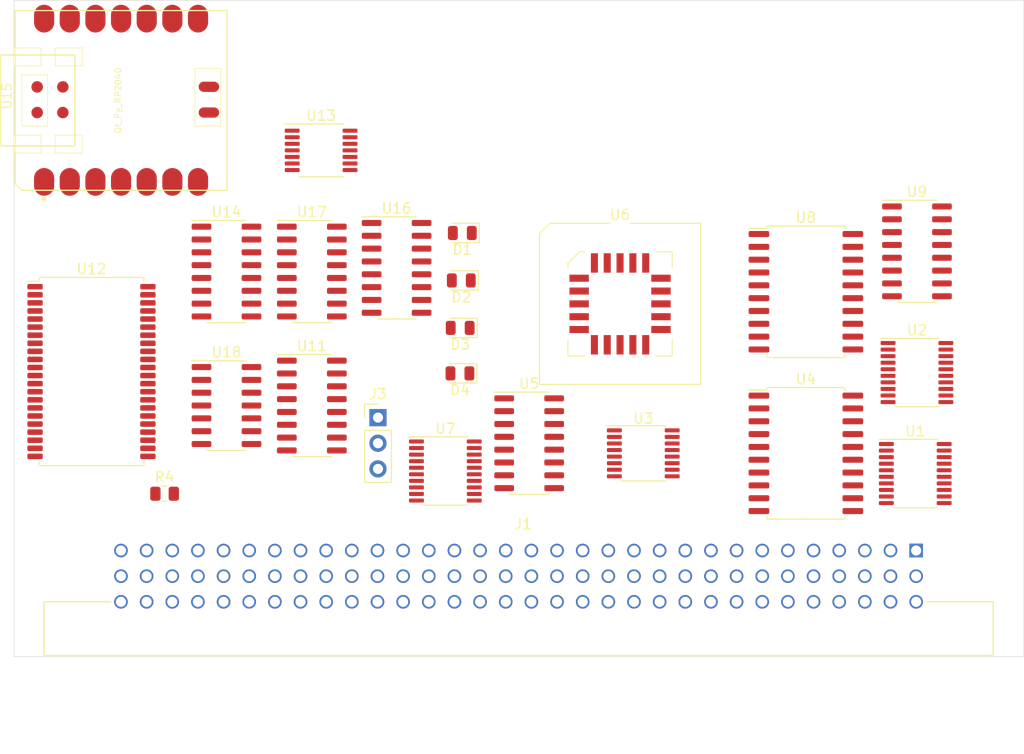
<source format=kicad_pcb>
(kicad_pcb (version 20211014) (generator pcbnew)

  (general
    (thickness 1.6)
  )

  (paper "USLetter")
  (title_block
    (date "2022-11-15")
    (rev "v1.0.0-dev-4")
  )

  (layers
    (0 "F.Cu" signal)
    (31 "B.Cu" signal)
    (32 "B.Adhes" user "B.Adhesive")
    (33 "F.Adhes" user "F.Adhesive")
    (34 "B.Paste" user)
    (35 "F.Paste" user)
    (36 "B.SilkS" user "B.Silkscreen")
    (37 "F.SilkS" user "F.Silkscreen")
    (38 "B.Mask" user)
    (39 "F.Mask" user)
    (40 "Dwgs.User" user "User.Drawings")
    (41 "Cmts.User" user "User.Comments")
    (42 "Eco1.User" user "User.Eco1")
    (43 "Eco2.User" user "User.Eco2")
    (44 "Edge.Cuts" user)
    (45 "Margin" user)
    (46 "B.CrtYd" user "B.Courtyard")
    (47 "F.CrtYd" user "F.Courtyard")
    (48 "B.Fab" user)
    (49 "F.Fab" user)
  )

  (setup
    (pad_to_mask_clearance 0)
    (pcbplotparams
      (layerselection 0x00010fc_ffffffff)
      (disableapertmacros false)
      (usegerberextensions false)
      (usegerberattributes true)
      (usegerberadvancedattributes true)
      (creategerberjobfile true)
      (svguseinch false)
      (svgprecision 6)
      (excludeedgelayer true)
      (plotframeref false)
      (viasonmask false)
      (mode 1)
      (useauxorigin false)
      (hpglpennumber 1)
      (hpglpenspeed 20)
      (hpglpendiameter 15.000000)
      (dxfpolygonmode true)
      (dxfimperialunits true)
      (dxfusepcbnewfont true)
      (psnegative false)
      (psa4output false)
      (plotreference true)
      (plotvalue true)
      (plotinvisibletext false)
      (sketchpadsonfab false)
      (subtractmaskfromsilk false)
      (outputformat 1)
      (mirror false)
      (drillshape 1)
      (scaleselection 1)
      (outputdirectory "")
    )
  )

  (net 0 "")
  (net 1 "Net-(D1-Pad1)")
  (net 2 "/~{RESET}")
  (net 3 "/MemoryPgm/~{UDS_INT}")
  (net 4 "/MemoryPgm/~{LDS_INT}")
  (net 5 "/MemoryPgm/~{MEMEN_INT}")
  (net 6 "/A1")
  (net 7 "/A2")
  (net 8 "/A3")
  (net 9 "/A4")
  (net 10 "/A5")
  (net 11 "/A6")
  (net 12 "/A7")
  (net 13 "/A8")
  (net 14 "/A9")
  (net 15 "/A10")
  (net 16 "/A11")
  (net 17 "/A12")
  (net 18 "/A13")
  (net 19 "/A14")
  (net 20 "/A15")
  (net 21 "/A16")
  (net 22 "/A17")
  (net 23 "/A18")
  (net 24 "/A19")
  (net 25 "/A20")
  (net 26 "/A21")
  (net 27 "/A22")
  (net 28 "/A23")
  (net 29 "/A24")
  (net 30 "/A25")
  (net 31 "/A26")
  (net 32 "/A27")
  (net 33 "/A28")
  (net 34 "/A29")
  (net 35 "/A30")
  (net 36 "/A31")
  (net 37 "/D0")
  (net 38 "/D1")
  (net 39 "/D2")
  (net 40 "/D3")
  (net 41 "/D4")
  (net 42 "/D5")
  (net 43 "/D6")
  (net 44 "/D7")
  (net 45 "/D8")
  (net 46 "/D9")
  (net 47 "/D10")
  (net 48 "/D11")
  (net 49 "/D12")
  (net 50 "/D13")
  (net 51 "/D14")
  (net 52 "/D15")
  (net 53 "unconnected-(J1-PadB16)")
  (net 54 "/~{DTACK}")
  (net 55 "/~{MEMAS}")
  (net 56 "/~{UDS}")
  (net 57 "/~{LDS}")
  (net 58 "/R{slash}~{W}")
  (net 59 "unconnected-(J1-PadB22)")
  (net 60 "unconnected-(J1-PadB23)")
  (net 61 "unconnected-(J1-PadB24)")
  (net 62 "unconnected-(J1-PadB25)")
  (net 63 "unconnected-(J1-PadB26)")
  (net 64 "unconnected-(J1-PadB27)")
  (net 65 "unconnected-(J1-PadB31)")
  (net 66 "unconnected-(J1-PadB32)")
  (net 67 "unconnected-(J1-PadC1)")
  (net 68 "unconnected-(J1-PadC2)")
  (net 69 "GND")
  (net 70 "VCC")
  (net 71 "/~{IOAS}")
  (net 72 "unconnected-(J1-PadC7)")
  (net 73 "Net-(J3-Pad1)")
  (net 74 "Net-(J3-Pad2)")
  (net 75 "Net-(U1-Pad2)")
  (net 76 "Net-(U1-Pad5)")
  (net 77 "Net-(U1-Pad6)")
  (net 78 "Net-(U1-Pad9)")
  (net 79 "/START_REG_L")
  (net 80 "Net-(U1-Pad12)")
  (net 81 "Net-(U1-Pad15)")
  (net 82 "Net-(U1-Pad16)")
  (net 83 "Net-(U1-Pad19)")
  (net 84 "/~{TYPE_REG}")
  (net 85 "unconnected-(U3-Pad5)")
  (net 86 "unconnected-(U3-Pad6)")
  (net 87 "/IORAM")
  (net 88 "/~{EN}")
  (net 89 "/~{START_L_EQ}")
  (net 90 "/~{R}{slash}W")
  (net 91 "/IOEN")
  (net 92 "unconnected-(U5-Pad7)")
  (net 93 "unconnected-(U5-Pad9)")
  (net 94 "unconnected-(U5-Pad10)")
  (net 95 "/START_REG_U")
  (net 96 "unconnected-(U5-Pad13)")
  (net 97 "unconnected-(U5-Pad14)")
  (net 98 "unconnected-(U5-Pad15)")
  (net 99 "/EN_REG")
  (net 100 "Net-(U7-Pad2)")
  (net 101 "Net-(U7-Pad5)")
  (net 102 "Net-(U7-Pad6)")
  (net 103 "Net-(U7-Pad9)")
  (net 104 "Net-(U7-Pad12)")
  (net 105 "Net-(U7-Pad15)")
  (net 106 "Net-(U7-Pad16)")
  (net 107 "Net-(U7-Pad19)")
  (net 108 "/~{START_EQ}")
  (net 109 "unconnected-(U9-Pad7)")
  (net 110 "unconnected-(U9-Pad9)")
  (net 111 "unconnected-(U9-Pad12)")
  (net 112 "unconnected-(U9-Pad13)")
  (net 113 "unconnected-(U9-Pad14)")
  (net 114 "unconnected-(U9-Pad15)")
  (net 115 "/~{MEMEN}")
  (net 116 "Net-(U11-Pad2)")
  (net 117 "Net-(U11-Pad3)")
  (net 118 "unconnected-(U11-Pad9)")
  (net 119 "Net-(U11-Pad10)")
  (net 120 "/MemoryPgm/~{WE_INT}")
  (net 121 "+3V3")
  (net 122 "Net-(U13-Pad2)")
  (net 123 "Net-(U13-Pad3)")
  (net 124 "Net-(U13-Pad4)")
  (net 125 "unconnected-(U13-Pad6)")
  (net 126 "Net-(U13-Pad8)")
  (net 127 "unconnected-(U13-Pad9)")
  (net 128 "unconnected-(U14-Pad9)")
  (net 129 "Net-(U14-Pad10)")
  (net 130 "unconnected-(U16-Pad9)")
  (net 131 "Net-(U16-Pad10)")
  (net 132 "unconnected-(U17-Pad9)")
  (net 133 "unconnected-(U17-Pad10)")
  (net 134 "unconnected-(U17-Pad11)")
  (net 135 "unconnected-(U18-Pad1)")
  (net 136 "unconnected-(U6-Pad1)")
  (net 137 "unconnected-(U6-Pad11)")
  (net 138 "unconnected-(U6-Pad12)")
  (net 139 "unconnected-(U15-Pad14)")
  (net 140 "unconnected-(U15-Pad11)")
  (net 141 "unconnected-(U15-Pad10)")
  (net 142 "unconnected-(U15-Pad9)")
  (net 143 "unconnected-(U15-Pad6)")
  (net 144 "unconnected-(U15-Pad5)")

  (footprint "536366-6:TE_536366-6" (layer "F.Cu") (at 129.92 106.6225))

  (footprint "Diode_SMD:D_0805_2012Metric" (layer "F.Cu") (at 84.98 75.18 180))

  (footprint "Package_SO:TSSOP-16_4.4x5mm_P0.65mm" (layer "F.Cu") (at 102.9 97))

  (footprint "Package_SO:TSSOP-20_4.4x6.5mm_P0.65mm" (layer "F.Cu") (at 129.83 99))

  (footprint "Package_SO:SOIC-16_3.9x9.9mm_P1.27mm" (layer "F.Cu") (at 91.6 96))

  (footprint "xiao_lib:Seeeduino XIAO-MOUDLE14P-2.54-21X17.8MM" (layer "F.Cu")
    (tedit 5EA16CE1) (tstamp 1c15c72d-ac23-4cf4-b452-d6a1629a60cd)
    (at 61.68831 70.95441 90)
    (property "Sheetfile" "File: memory_pgm.kicad_sch")
    (property "Sheetname" "MemoryPgm")
    (path "/2a13a5dd-7c2a-4eec-b51e-afcb62656758/82394276-3358-44df-99f7-eb9043ea3a2b")
    (attr smd)
    (fp_text reference "U15" (at 9.3345 -21.7805 90) (layer "F.SilkS")
      (effects (font (size 0.889 0.889) (thickness 0.1016)))
      (tstamp 1b9a9959-7066-4d7b-9ec9-36966bb61bc5)
    )
    (fp_text value "Qt_Py_RP2040" (at 8.89 -10.795 90) (layer "F.SilkS")
      (effects (font (size 0.6096 0.6096) (thickness 0.0762)))
      (tstamp 59197436-e98c-4017-a45d-ae9800877a65)
    )
    (fp_line (start 3.683 -14.34846) (end 5.461 -14.34846) (layer "F.SilkS") (width 0.06604) (tstamp 13e21987-3c04-48c4-909f-a781c34920ba))
    (fp_line (start 12.319 -14.34846) (end 12.319 -17.018) (layer "F.SilkS") (width 0.06604) (tstamp 1abf6ac5-8543-441f-b05b-23111fd0fd2d))
    (fp_line (start 12.319 -18.415) (end 14.097 -18.415) (layer "F.SilkS") (width 0.06604) (tstamp 2c15d459-4858-4578-bea0-5d1d64a1d237))
    (fp_line (start 3.683 -18.415) (end 5.461 -18.415) (layer "F.SilkS") (width 0.06604) (tstamp 535cc96c-f877-47a5-b263-d486210485b3))
    (fp_line (start 5.461 -18.415) (end 5.461 -21.082) (layer "F.SilkS") (width 0.06604) (tstamp 58908d5d-9ad7-479a-860e-66aeb0e1e887))
    (fp_line (start 5.461 -14.34846) (end 5.461 -17.018) (layer "F.SilkS") (width 0.06604) (tstamp 69d158bc-b71f-4139-908d-1b072bc3e894))
    (fp_line (start 11.43 -17.78) (end 11.43 -20.32) (layer "F.SilkS") (width 0.06604) (tstamp 6a4b4616-9990-49e1-8789-5915c86ec9a4))
    (fp_line (start 12.319 -21.082) (end 14.097 -21.082) (layer "F.SilkS") (width 0.06604) (tstamp 741fbac8-86a0-47f4-bf04-a74de1d7783a))
    (fp_line (start 14.097 -14.34846) (end 14.097 -17.018) (layer "F.SilkS") (width 0.06604) (tstamp 772c4b8c-391b-4d64-a122-9200a499ba18))
    (fp_line (start 17.79778 -20.99818) (end 0.67056 -20.99818) (layer "F.SilkS") (width 0.127) (tstamp 7ca78782-62ee-44fd-80a2-d7477bd5be22))
    (fp_line (start 0 -20.32762) (end 0 0) (layer "F.SilkS") (width 0.127) (tstamp 7e813ce1-5259-48bc-8e5c-9532f3cc4f7a))
    (fp_line (start 17.79778 0) (end 17.79778 -20.99818) (layer "F.SilkS") (width 0.127) (tstamp 873f9342-a315-48d7-a428-cd1cd317c6ef))
    (fp_line (start 3.683 -18.415) (end 3.683 -21.082) (layer "F.SilkS") (width 0.06604) (tstamp 98607d76-de94-4130-a17b-d3d35c8a15db))
    (fp_line (start 3.683 -17.018) (end 5.461 -17.018) (layer "F.SilkS") (width 0.06604) (tstamp 9b6df225-cb19-41f7-9f2e-f03d7f6dfae9))
    (fp_line (start 13.39342 -22.42312) (end 13.39342 -15.06982) (layer "F.SilkS") (width 0.127) (tstamp a64e3139-1f2e-4c64-a2e8-d92c5b2f4e23))
    (fp_line (start 4.3942 -15.06982) (end 4.3942 -22.42312) (layer "F.SilkS") (width 0.127) (tstamp adfd1aed-02cd-43e5-8aaa-468212fad82c))
    (fp_line (start 6.35 -3.175) (end 12.065 -3.175) (layer "F.SilkS") (width 0.06604) (tstamp affa31dd-98a2-468b-9037-dea66ecfbeff))
    (fp_line (start 6.35 -17.78) (end 6.35 -20.32) (layer "F.SilkS") (width 0.06604) (tstamp b0a4cb3f-e85f-43e0-937f-145311dbb735))
    (fp_line (start 12.319 -14.34846) (end 14.097 -14.34846) (layer "F.SilkS") (width 0.06604) (tstamp b3147b03-e35b-4923-9bb2-4c757cf25d81))
    (fp_line (start 3.683 -21.082) (end 5.461 -21.082) (layer "F.SilkS") (width 0.06604) (tstamp b87ac95d-d4be-4d54-bf26-450b3b2bcbd2))
    (fp_line (start 13.39342 -15.06982) (end 4.3942 -15.06982) (layer "F.SilkS") (width 0.127) (tstamp baa0eb03-9933-4b84-bda0-4f8ecedfda84))
    (fp_line (start 12.319 -18.415) (end 12.319 -21.082) (layer "F.SilkS") (width 0.06604) (tstamp bb9c2f59-d2e7-4775-a155-d40f33c8db3a))
    (fp_line (start 0 0) (end 17.79778 0) (layer "F.SilkS") (width 0.127) (tstamp c1df7a1b-1c82-4e2e-aba4-0215fd518397))
    (fp_line (start 6.35 -0.635) (end 12.065 -0.635) (layer "F.SilkS") (width 0.06604) (tstamp c2a09843-0f32-41ad-90a8-589ece83c4c8))
    (fp_line (start 4.39928 -22.42312) (end 13.39342 -22.42312) (layer "F.SilkS") (width 0.127) (tstamp c65110c7-7ade-44d9-81a6-c3527531c7c7))
    (fp_line (start 6.35 -20.32) (end 11.43 -20.32) (layer "F.SilkS") (width 0.06604) (tstamp c7186814-6732-4239-913c-853f7f8930f0))
    (fp_line (start 12.065 -0.635) (end 12.065 -3.175) (layer "F.SilkS") (width 0.06604) (tstamp cb4f9b9f-a0b9-435c-b42b-c10b2bb40067))
    (fp_line (start 0.67056 -20.99818) (end 0 -20.32762) (layer "F.SilkS") (width 0.127) (tstamp d153126f-67f3-4b69-aa88-fb9809403e5b))
    (fp_line (start 6.35 -17.78) (end 11.43 -17.78) (layer "F.SilkS") (width 0.06604) (tstamp dd0410e0-2e2e-45d5-9196-91b1bac0e669))
    (fp_line (start 6.35 -0.635) (end 6.35 -3.175) (layer "F.SilkS") (width 0.06604) (tstamp e27e7528-7a35-40bd-a2ef-d6c4c43d9139))
    (fp_line (start 3.683 -14.34846) (end 3.683 -17.018) (layer "F.SilkS") (width 0.06604) (tstamp e8862136-db2f-4899-9bd8-d0986502a0f3))
    (fp_line (start 14.097 -18.415) (end 14.097 -21.082) (layer "F.SilkS") (width 0.06604) (tstamp ea1c1216-4cf9-4633-9071-307814334ee1))
    (fp_line (start 12.319 -17.018) (end 14.097 -17.018) (layer "F.SilkS") (width 0.06604) (tstamp fa6e6c22-e78e-41c7-aca9-ff20c5dee2a7))
    (fp_circle (center -0.889 -18.161) (end -0.889 -18.415) (layer "F.SilkS") (width 0) (fill solid) (tstamp 9f7aefc7-5c13-43b2-8abd-b3e5fe0096c1))
    (fp_line (start 17.65046 0) (end 17.65046 -20.955) (layer "Dwgs.User") (width 0.06604) (tstamp 581e7c66-7a14-444f-91da-5a73aefa0178))
    (fp_line (start 0 0) (end 17.65046 0) (layer "Dwgs.User") (width 0.06604) (tstamp 5cdb44ca-8ec9-4510-ab09-78d289418a7a))
    (fp_line (start 0 0) (end 0 -20.955) (layer "Dwgs.User") (width 0.06604) (tstamp af3dd97c-b262-4dd4-a104-0c5bb26f90c2))
    (fp_line (start 0 -20.955) (end 17.65046 -20.955) (layer "Dwgs.User") (width 0.06604) (tstamp b150a51b-22a4-4fd1-87a7-66fbf5bc4c69))
    (fp_line (start 17.990375 -13.956596) (end 17.990375 -11.960919) (layer "F.Fab") (width 0.0254) (tstamp 0000e9a7-59c4-42dd-9010-6a7792a9c472))
    (fp_line (start 17.387887 -3.796596) (end 17.387887 -1.800919) (layer "F.Fab") (width 0.0254) (tstamp 00030255-cae2-4474-8fe7-dbcc7febacf2))
    (fp_line (start 17.834927 -4.340919) (end 17.834927 -6.336596) (layer "F.Fab") (width 0.0254) (tstamp 0004dac3-dbea-44d7-bf4c-9320d90c461d))
    (fp_line (start 17.847372 -13.956596) (end 17.847372 -11.960919) (layer "F.Fab") (width 0.0254) (tstamp 000662ff-1028-4c43-8b0a-3aa72359ce67))
    (fp_line (start -0.087568 -9.427776) (end -0.087568 -11.423455) (layer "F.Fab") (width 0.0254) (tstamp 000761e3-c714-4f1f-b76f-8fc999bf64db))
    (fp_line (start 17.660175 -16.496596) (end 17.660175 -14.500919) (layer "F.Fab") (width 0.0254) (tstamp 000b954d-262e-4f8b-bd07-71b58b2b3fa3))
    (fp_line (start 17.408968 -6.880919) (end 17.408968 -8.876596) (layer "F.Fab") (width 0.0254) (tstamp 0010e652-aecf-45d2-9932-add7b0fb920e))
    (fp_line (start 18.046508 -11.960919) (end 18.046508 -13.956596) (layer "F.Fab") (width 0.0254) (tstamp 00149bff-2efc-4cc5-aa38-2d996409d6e7))
    (fp_line (start 17.592864 -13.956596) (end 17.592864 -11.960919) (layer "F.Fab") (width 0.0254) (tstamp 0015432d-f71c-467b-855c-3d1a960976f5))
    (fp_line (start 17.967768 -13.956596) (end 17.967768 -11.960919) (layer "F.Fab") (width 0.0254) (tstamp 0019052a-288a-46e9-bfd5-8611f23cd9b4))
    (fp_line (start 17.643411 -17.040919) (end 17.643411 -19.036596) (layer "F.Fab") (width 0.0254) (tstamp 001fd5f0-27fb-4af0-8c78-f34964400245))
    (fp_line (start 17.313464 -9.420919) (end 17.313464 -11.416596) (layer "F.Fab") (width 0.0254) (tstamp 0023fb95-b14f-495c-b36a-024a940c85a8))
    (fp_line (start 0.069659 -13.963455) (end 0.069659 -11.967776) (layer "F.Fab") (width 0.0254) (tstamp 00241c0e-fafe-4553-8b38-cc9c6f7bb20d))
    (fp_line (start 17.511839 -4.340919) (end 17.511839 -6.336596) (layer "F.Fab") (width 0.0254) (tstamp 0025a0a5-cf8c-475e-bb25-b99f31df7362))
    (fp_line (start -0.134304 -11.423455) (end -0.134304 -9.427776) (layer "F.Fab") (width 0.0254) (tstamp 00283634-690d-4a63-8a0c-9af41a48089f))
    (fp_line (start 18.072924 -3.796596) (end 18.072924 -1.800919) (layer "F.Fab") (width 0.0254) (tstamp 0028993c-dafd-4d9d-9c81-308d1a142c5f))
    (fp_line (start 17.754155 -6.880919) (end 17.754155 -8.876596) (layer "F.Fab") (width 0.0254) (tstamp 002cd7cf-10bf-48d2-b29a-c3b888dbdcba))
    (fp_line (start 18.003583 -16.496596) (end 18.003583 -14.500919) (layer "F.Fab") (width 0.0254) (tstamp 002e9bfe-a0a3-4508-9a62-29635a128820))
    (fp_line (start -0.070041 -13.963455) (end -0.070041 -11.967776) (layer "F.Fab") (width 0.0254) (tstamp 002f26b8-a750-471a-ab4d-20fc34cc3101))
    (fp_line (start 0.033083 -14.507776) (end 0.033083 -16.503455) (layer "F.Fab") (width 0.0254) (tstamp 002f8ac6-8235-4427-b1bf-0f84d111a23b))
    (fp_line (start 17.278412 -3.796596) (end 17.278412 -1.800919) (layer "F.Fab") (width 0.0254) (tstamp 0030c310-9377-48e5-a2d0-a12655c964ba))
    (fp_line (start -0.169864 -14.507776) (end -0.169864 -16.503455) (layer "F.Fab") (width 0.0254) (tstamp 003145e1-8a66-4b52-8e9f-65c5646e1e71))
    (fp_line (start 17.418367 -3.796596) (end 17.418367 -1.800919) (layer "F.Fab") (width 0.0254) (tstamp 0031ac64-9c12-41d9-bf52-7d30c0c7960e))
    (fp_line (start 17.734088 -1.800919) (end 17.734088 -3.796596) (layer "F.Fab") (width 0.0254) (tstamp 003317c2-f904-4ab0-af50-9a7a7cd527f9))
    (fp_line (start 17.975388 -4.340919) (end 17.975388 -6.336596) (layer "F.Fab") (width 0.0254) (tstamp 00375ecb-b9ca-4d7a-b57a-5013cd3ccdde))
    (fp_line (start 17.252251 -13.956596) (end 17.252251 -11.960919) (layer "F.Fab") (width 0.0254) (tstamp 003a0e20-d276-4b8e-8af5-242ca7fef3c3))
    (fp_line (start 17.477295 -11.416596) (end 17.477295 -9.420919) (layer "F.Fab") (width 0.0254) (tstamp 003a8130-5175-4c6e-a598-113048b6546c))
    (fp_line (start -0.029148 -11.423455) (end -0.029148 -9.427776) (layer "F.Fab") (width 0.0254) (tstamp 003ebd81-c05b-4388-a735-c38173723776))
    (fp_line (start 17.50498 -6.336596) (end 17.50498 -4.340919) (layer "F.Fab") (width 0.0254) (tstamp 003ee0d6-0a30-4cc5-a44e-986327a28374))
    (fp_line (start 17.945416 -8.876596) (end 17.945416 -6.880919) (layer "F.Fab") (width 0.0254) (tstamp 003f0e06-eb36-4518-902b-35f162ce6ffa))
    (fp_line (start 17.601247 -3.796596) (end 17.601247 -1.800919) (layer "F.Fab") (width 0.0254) (tstamp 003f5011-a9bb-4dde-8df6-20db60e0f937))
    (fp_line (start 0.067119 -3.803455) (end 0.067119 -1.807776) (layer "F.Fab") (width 0.0254) (tstamp 00425b68-08f2-4c5a-ae44-4ee52dd5fee1))
    (fp_line (start 11.491276 -16.273331) (end 11.501944 -16.287047) (layer "F.Fab") (width 0.0254) (tstamp 0043b90d-cacf-4599-b20b-a2d5605a8deb))
    (fp_line (start 18.045492 -11.960919) (end 18.045492 -13.956596) (layer "F.Fab") (width 0.0254) (tstamp 004487d0-67d7-48ba-9f34-c50a2c96189b))
    (fp_line (start 0.094551 -17.047776) (end 0.094551 -19.043455) (layer "F.Fab") (width 0.0254) (tstamp 0045ef90-32d5-4e1f-8be7-79b7fd16bb08))
    (fp_line (start 17.829339 -8.876596) (end 17.829339 -6.880919) (layer "F.Fab") (width 0.0254) (tstamp 00462062-45a7-448e-9837-e7b389340247))
    (fp_line (start 18.040667 -6.336596) (end 18.040667 -4.340919) (layer "F.Fab") (width 0.0254) (tstamp 0046b2b0-c1bc-417c-8485-b49da63bbff6))
    (fp_line (start 17.333531 -1.800919) (end 17.333531 -3.796596) (layer "F.Fab") (width 0.0254) (tstamp 004931eb-3eb9-44df-ad54-88ed26a9c891))
    (fp_line (start 17.271047 -19.036596) (end 17.271047 -17.040919) (layer "F.Fab") (width 0.0254) (tstamp 004d93c4-f446-4da5-82cc-d12b7a7f622f))
    (fp_line (start 0.042988 -9.427776) (end 0.042988 -11.423455) (layer "F.Fab") (width 0.0254) (tstamp 004e3b99-be92-4480-99c0-ac87e664e15c))
    (fp_line (start 17.432591 -9.420919) (end 17.432591 -11.416596) (layer "F.Fab") (width 0.0254) (tstamp 004f3bdc-8a07-41ae-a3f0-bda08dd525d7))
    (fp_line (start 15.186723 -1.951795) (end 15.176563 -1.930459) (layer "F.Fab") (width 0.0254) (tstamp 005108db-8a64-403e-8d4b-5b50e36777ad))
    (fp_line (start 17.330228 -13.956596) (end 17.330228 -11.960919) (layer "F.Fab") (width 0.0254) (tstamp 005273a1-1d98-41d9-931f-bac230c0f610))
    (fp_line (start 17.92916 -19.036596) (end 17.92916 -17.040919) (layer "F.Fab") (width 0.0254) (tstamp 005a7ba2-1edf-4557-915b-97f57e2c86b5))
    (fp_line (start 17.63198 -16.496596) (end 17.63198 -14.500919) (layer "F.Fab") (width 0.0254) (tstamp 005cef3d-ddf5-45a5-b911-2c6af22d4882))
    (fp_line (start 17.956084 -9.420919) (end 17.956084 -11.416596) (layer "F.Fab") (width 0.0254) (tstamp 005d6167-dfda-4121-981a-80968df026ba))
    (fp_line (start -0.156909 -3.803455) (end -0.156909 -1.807776) (layer "F.Fab") (width 0.0254) (tstamp 005d8b3e-2e58-4769-ba58-3262135f2779))
    (fp_line (start 17.899951 -6.336596) (end 17.899951 -4.340919) (layer "F.Fab") (width 0.0254) (tstamp 005dfe6a-8643-406c-bce4-c4e9eb661427))
    (fp_line (start 17.233963 -11.960919) (end 17.233963 -13.956596) (layer "F.Fab") (width 0.0254) (tstamp 005e4477-99cf-4a95-9a4d-660fb74f4b76))
    (fp_line (start 18.084355 -14.500919) (end 18.084355 -16.496596) (layer "F.Fab") (width 0.0254) (tstamp 005ea7c8-8e6a-43ff-a12e-f91200e2533c))
    (fp_line (start -0.219648 -11.967776) (end -0.219648 -13.963455) (layer "F.Fab") (width 0.0254) (tstamp 005f894c-ea63-432f-b6f1-b62c1c969495))
    (fp_line (start 17.466372 -8.876596) (end 17.466372 -6.880919) (layer "F.Fab") (width 0.0254) (tstamp 00608d8f-8c41-4995-ad91-272f61c29af0))
    (fp_line (start 17.495328 -3.796596) (end 17.495328 -1.800919) (layer "F.Fab") (width 0.0254) (tstamp 0061d70d-0d93-4442-80df-e8528006a99c))
    (fp_line (start -0.18866 -16.503455) (end -0.18866 -14.507776) (layer "F.Fab") (width 0.0254) (tstamp 00656a9c-cd75-4b74-87a1-88ec561f8dd4))
    (fp_line (start 17.835943 -1.800919) (end 17.835943 -3.796596) (layer "F.Fab") (width 0.0254) (tstamp 00684dbc-3970-410e-bfb2-8168d4b9e62f))
    (fp_line (start 17.320068 -16.496596) (end 17.320068 -14.500919) (layer "F.Fab") (width 0.0254) (tstamp 006a5700-f6f0-49bb-9637-89ff46bb8566))
    (fp_line (start 17.787428 -4.340919) (end 17.787428 -6.336596) (layer "F.Fab") (width 0.0254) (tstamp 006ba93d-18d6-4d61-ab6a-4fde2a787f24))
    (fp_line (start 17.626392 -13.956596) (end 17.626392 -11.960919) (layer "F.Fab") (width 0.0254) (tstamp 006ec74d-4c4b-42ba-8241-85c4da67d3b5))
    (fp_line (start 17.655348 -8.876596) (end 17.655348 -6.880919) (layer "F.Fab") (width 0.0254) (tstamp 006edd1b-6e25-4367-87dd-201b175a34f0))
    (fp_line (start 17.581943 -1.800919) (end 17.581943 -3.796596) (layer "F.Fab") (width 0.0254) (tstamp 00719b27-7266-49fd-a6a6-bc4940605099))
    (fp_line (start 17.823496 -9.420919) (end 17.823496 -11.416596) (layer "F.Fab") (width 0.0254) (tstamp 007261d4-1455-489c-972c-8b1646a3c79c))
    (fp_line (start 0.05518 -9.427776) (end 0.05518 -11.423455) (layer "F.Fab") (width 0.0254) (tstamp 0077221f-fdd9-429c-a638-5df5a5f7633a))
    (fp_line (start -0.000192 -4.347776) (end -0.000192 -6.343455) (layer "F.Fab") (width 0.0254) (tstamp 0077c04e-2e40-4d79-b154-82d8be2dc82c))
    (fp_line (start -0.237936 -6.343455) (end -0.237936 -4.347776) (layer "F.Fab") (width 0.0254) (tstamp 007a7f43-c28f-4c94-a6cf-44442354991d))
    (fp_line (start 17.339627 -9.420919) (end 17.339627 -11.416596) (layer "F.Fab") (width 0.0254) (tstamp 007f9f3c-82c6-4043-918c-2f5c254d9b07))
    (fp_line (start 17.822227 -4.340919) (end 17.822227 -6.336596) (layer "F.Fab") (width 0.0254) (tstamp 007fc3a8-4d36-41cb-b7d6-9287a5a41484))
    (fp_line (start -0.049468 -9.427776) (end -0.049468 -11.423455) (layer "F.Fab") (width 0.0254) (tstamp 007fea84-b0aa-48b0-92d9-12c658927c84))
    (fp_line (start 17.893347 -3.796596) (end 17.893347 -1.800919) (layer "F.Fab") (width 0.0254) (tstamp 0080bc5a-2b7e-4c41-af6b-6c4f26aaae0c))
    (fp_line (start 17.880392 -4.340919) (end 17.880392 -6.336596) (layer "F.Fab") (width 0.0254) (tstamp 0084b04b-b494-44d4-84dc-583a18447c72))
    (fp_line (start 17.67262 -6.336596) (end 17.67262 -4.340919) (layer "F.Fab") (width 0.0254) (tstamp 00852119-1f59-43a9-aa95-0b60fc57e641))
    (fp_line (start 17.994947 -19.036596) (end 17.994947 -17.040919) (layer "F.Fab") (width 0.0254) (tstamp 00852adb-5db6-4da2-af9d-6c97a81a8b21))
    (fp_line (start 17.824767 -4.340919) (end 17.824767 -6.336596) (layer "F.Fab") (width 0.0254) (tstamp 008d7dbe-519a-4fb7-8aa8-f8ba1e803096))
    (fp_line (start 17.233455 -11.960919) (end 17.233455 -13.956596) (layer "F.Fab") (width 0.0254) (tstamp 008e2aa1-bfa2-45a2-9c29-ab5cd85ed7a8))
    (fp_line (start -0.05658 -8.883455) (end -0.05658 -6.887776) (layer "F.Fab") (width 0.0254) (tstamp 00919ca2-d8bf-4ba0-9a92-54a422a79c8f))
    (fp_line (start 17.741455 -1.800919) (end 17.741455 -3.796596) (layer "F.Fab") (width 0.0254) (tstamp 0093b346-eb3f-44b9-b02c-eefad1847feb))
    (fp_line (start 17.93678 -13.956596) (end 17.93678 -11.960919) (layer "F.Fab") (width 0.0254) (tstamp 009566a8-bb03-473f-83d2-addb6b06779b))
    (fp_line (start -0.001969 -17.047776) (end -0.001969 -19.043455) (layer "F.Fab") (width 0.0254) (tstamp 009756fe-d3f6-4680-b875-a82a07d88799))
    (fp_line (start 17.778031 -1.800919) (end 17.778031 -3.796596) (layer "F.Fab") (width 0.0254) (tstamp 009ecced-b860-4043-8d77-dc760c4e5a15))
    (fp_line (start -0.166308 -1.807776) (end -0.166308 -3.803455) (layer "F.Fab") (width 0.0254) (tstamp 009f7d9f-8a75-44fb-88a4-19cb23de1a05))
    (fp_line (start 18.01298 -6.336596) (end 18.01298 -4.340919) (layer "F.Fab") (width 0.0254) (tstamp 009f96a2-165f-4460-843a-d83561533a15))
    (fp_line (start 17.469167 -11.960919) (end 17.469167 -13.956596) (layer "F.Fab") (width 0.0254) (tstamp 00a05c4f-e5f9-4314-8b50-5ffd8293a33e))
    (fp_line (start 17.388648 -19.036596) (end 17.388648 -17.040919) (layer "F.Fab") (width 0.0254) (tstamp 00a0fc16-eda7-4396-a3ed-de98fe711354))
    (fp_line (start 17.451895 -8.876596) (end 17.451895 -6.880919) (layer "F.Fab") (width 0.0254) (tstamp 00a693d6-16a8-4b2f-9a05-d395fe5a743b))
    (fp_line (start 0.673416 -0.392996) (end 0.711516 -0.362008) (layer "F.Fab") (width 0.0254) (tstamp 00a7d6d3-8cac-462c-91ae-c809cbea6fd1))
    (fp_line (start 17.608867 -8.876596) (end 17.608867 -6.880919) (layer "F.Fab") (width 0.0254) (tstamp 00a7f0dc-a73f-4865-9015-462a0c40245a))
    (fp_line (start 17.992407 -4.340919) (end 17.992407 -6.336596) (layer "F.Fab") (width 0.0254) (tstamp 00ac1c5a-ca92-4caa-b6f1-5d46e379b1b8))
    (fp_line (start 17.450371 -3.796596) (end 17.450371 -1.800919) (layer "F.Fab") (width 0.0254) (tstamp 00acec95-5635-4cac-a669-6378e72fcc69))
    (fp_line (start 18.071147 -6.336596) (end 18.071147 -4.340919) (layer "F.Fab") (width 0.0254) (tstamp 00af84b5-2489-416a-8fbe-71c433a689a2))
    (fp_line (start -0.009336 -6.343455) (end -0.009336 -4.347776) (layer "F.Fab") (width 0.0254) (tstamp 00b011fc-baf7-4fd0-be39-ad6cd3c1941e))
    (fp_line (start 14.477555 -1.66452) (end 14.455964 -1.673919) (layer "F.Fab") (width 0.0254) (tstamp 00b50044-5e0e-4c6e-95b5-918f3370bf0f))
    (fp_line (start -0.1404 -14.507776) (end -0.1404 -16.503455) (layer "F.Fab") (width 0.0254) (tstamp 00b729a1-4919-4442-8c2a-c55813282aaf))
    (fp_line (start 17.379251 -17.040919) (end 17.379251 -19.036596) (layer "F.Fab") (width 0.0254) (tstamp 00b83e48-f534-44c2-927b-b0ed1098d09a))
    (fp_line (start 17.420399 -4.340919) (end 17.420399 -6.336596) (layer "F.Fab") (width 0.0254) (tstamp 00b86ab1-6eb7-4b47-8998-26882e8aba23))
    (fp_line (start 17.491264 -3.796596) (end 17.491264 -1.800919) (layer "F.Fab") (width 0.0254) (tstamp 00b953b5-45c5-423b-99b2-e2c2edd5602a))
    (fp_line (start 17.917476 -9.420919) (end 17.917476 -11.416596) (layer "F.Fab") (width 0.0254) (tstamp 00baaac9-494d-496d-86d4-7545f4b8200f))
    (fp_line (start 17.3475 -16.496596) (end 17.3475 -14.500919) (layer "F.Fab") (width 0.0254) (tstamp 00bcfe35-ac0a-4eef-8d70-731e2b0b9bb7))
    (fp_line (start 17.566703 -8.876596) (end 17.566703 -6.880919) (layer "F.Fab") (width 0.0254) (tstamp 00beb9a3-ae57-4d51-b56d-9df74411772f))
    (fp_line (start 17.493804 -17.040919) (end 17.493804 -19.036596) (layer "F.Fab") (width 0.0254) (tstamp 00c10d72-5aa1-47f3-9450-13213b14dea6))
    (fp_line (start 18.067591 -11.960919) (end 18.067591 -13.956596) (layer "F.Fab") (width 0.0254) (tstamp 00c805f2-a106-4ac4-b4a8-137f12a8c9eb))
    (fp_line (start 17.856771 -11.416596) (end 17.856771 -9.420919) (layer "F.Fab") (width 0.0254) (tstamp 00cbc391-f082-44d3-b846-5a942f1f7ec1))
    (fp_line (start -0.019241 -19.043455) (end -0.019241 -17.047776) (layer "F.Fab") (width 0.0254) (tstamp 00cdea6e-1b30-440c-989e-c0df2f9d6f4b))
    (fp_line (start 17.615216 -14.500919) (end 17.615216 -16.496596) (layer "F.Fab") (width 0.0254) (tstamp 00d1b824-bd10-4494-9d06-3f77c2036d66))
    (fp_line (start -0.172657 -19.043455) (end -0.172657 -17.047776) (layer "F.Fab") (width 0.0254) (tstamp 00d1ef7f-d6bb-43dd-b488-582920a39576))
    (fp_line (start 17.268507 -11.960919) (end 17.268507 -13.956596) (layer "F.Fab") (width 0.0254) (tstamp 00d451fa-7e1b-4617-8720-7ce64a15c750))
    (fp_line (start 17.303812 -17.040919) (end 17.303812 -19.036596) (layer "F.Fab") (width 0.0254) (tstamp 00d6acce-d103-4d63-ac33-74610505209b))
    (fp_line (start -0.026608 -4.347776) (end -0.026608 -6.343455) (layer "F.Fab") (width 0.0254) (tstamp 00d89398-16f9-4bb3-bcab-ee5b6c229f82))
    (fp_line (start 17.324132 -9.420919) (end 17.324132 -11.416596) (layer "F.Fab") (width 0.0254) (tstamp 00da45a2-d0bd-4487-b911-06b926273daf))
    (fp_line (start 17.710467 -1.800919) (end 17.710467 -3.796596) (layer "F.Fab") (width 0.0254) (tstamp 00da76e0-90ad-47c4-b417-7ac0a0b3cd82))
    (fp_line (start 17.478056 -1.800919) (end 17.478056 -3.796596) (layer "F.Fab") (width 0.0254) (tstamp 00dacc6a-5568-4c17-937c-3eb45962ee3a))
    (fp_line (start 17.669572 -16.496596) (end 17.669572 -14.500919) (layer "F.Fab") (width 0.0254) (tstamp 00db294d-2959-429d-a6c8-312ac4bcd039))
    (fp_line (start 17.52022 -3.796596) (end 17.52022 -1.800919) (layer "F.Fab") (width 0.0254) (tstamp 00dc36f5-7cc9-4987-8851-b5f4f7d6dadb))
    (fp_line (start 0.05518 -13.963455) (end 0.05518 -11.967776) (layer "F.Fab") (width 0.0254) (tstamp 00e30cc4-a559-4926-8ede-6ea4effce300))
    (fp_line (start 0.069912 -16.503455) (end 0.069912 -14.507776) (layer "F.Fab") (width 0.0254) (tstamp 00e3a118-dd21-44e1-9452-a42fe8875edc))
    (fp_line (start 17.746535 -16.496596) (end 17.746535 -14.500919) (layer "F.Fab") (width 0.0254) (tstamp 00e3e36b-bb85-45bd-b7dc-bf20eeb1168e))
    (fp_line (start 17.64722 -11.416596) (end 17.64722 -9.420919) (layer "F.Fab") (width 0.0254) (tstamp 00e419b4-fea1-4a8b-be3f-684852874eff))
    (fp_line (start 17.275364 -3.796596) (end 17.275364 -1.800919) (layer "F.Fab") (width 0.0254) (tstamp 00e62a49-ea19-486c-9e24-48f1238e8e3c))
    (fp_line (start 17.800636 -6.336596) (end 17.800636 -4.340919) (layer "F.Fab") (width 0.0254) (tstamp 00e872b3-1d5f-4469-a69c-062d83476095))
    (fp_line (start 0.103187 -4.347776) (end 0.103187 -6.343455) (layer "F.Fab") (width 0.0254) (tstamp 00eb2dd4-67a9-4614-bd63-713bd3faa90a))
    (fp_line (start 17.540032 -16.496596) (end 17.540032 -14.500919) (layer "F.Fab") (width 0.0254) (tstamp 00ebd3df-ac29-47ae-881e-824cc3def5ae))
    (fp_line (start -0.096712 -11.967776) (end -0.096712 -13.963455) (layer "F.Fab") (width 0.0254) (tstamp 00ecf9cb-83c5-47c0-905f-932d927fd36e))
    (fp_line (start 17.420907 -14.500919) (end 17.420907 -16.496596) (layer "F.Fab") (width 0.0254) (tstamp 00eeb6e8-940d-44f4-955e-d2b5181648cc))
    (fp_line (start 17.894616 -6.336596) (end 17.894616 -4.340919) (layer "F.Fab") (width 0.0254) (tstamp 00f0f17e-89ea-4084-b533-f79a2b1636d3))
    (fp_line (start 17.909348 -11.416596) (end 17.909348 -9.420919) (layer "F.Fab") (width 0.0254) (tstamp 00f35a9e-d8f1-4fbd-af35-5aebdc52bd7f))
    (fp_line (start 17.509552 -6.880919) (end 17.509552 -8.876596) (layer "F.Fab") (width 0.0254) (tstamp 00f587dd-2eac-410c-9f1c-9666947952ab))
    (fp_line (start 17.440972 -16.496596) (end 17.440972 -14.500919) (layer "F.Fab") (width 0.0254) (tstamp 00f9e85f-3d25-4e4d-a955-48eb4292eb0d))
    (fp_line (start 17.444783 -11.416596) (end 17.444783 -9.420919) (layer "F.Fab") (width 0.0254) (tstamp 00fa9b50-ab70-4cd0-a4d1-22b9d1e95f33))
    (fp_line (start 17.403635 -16.496596) (end 17.403635 -14.500919) (layer "F.Fab") (width 0.0254) (tstamp 01010a40-edea-4faf-81b8-5750f125efe1))
    (fp_line (start 18.047779 -11.416596) (end 18.047779 -9.420919) (layer "F.Fab") (width 0.0254) (tstamp 0106f993-0660-483e-a72a-bcf03fea1d38))
    (fp_line (start 17.312703 -17.040919) (end 17.312703 -19.036596) (layer "F.Fab") (width 0.0254) (tstamp 01083dfe-b422-4a3f-ac47-54c2bab5a75f))
    (fp_line (start 17.304067 -6.880919) (end 17.304067 -8.876596) (layer "F.Fab") (width 0.0254) (tstamp 010a01e1-f48b-47b6-8cef-fa637eecc7f3))
    (fp_line (start 17.447831 -8.876596) (end 17.447831 -6.880919) (layer "F.Fab") (width 0.0254) (tstamp 010bcfb5-c44c-4f65-ae23-78e7bea5856a))
    (fp_line (start -0.185612 -1.807776) (end -0.185612 -3.803455) (layer "F.Fab") (width 0.0254) (tstamp 010f10a3-e22f-4065-b75c-c30544954b40))
    (fp_line (start 17.423955 -19.036596) (end 17.423955 -17.040919) (layer "F.Fab") (width 0.0254) (tstamp 0110ef42-9ae8-42f4-b239-d8993bd4d78f))
    (fp_line (start 17.300256 -3.796596) (end 17.300256 -1.800919) (layer "F.Fab") (width 0.0254) (tstamp 0111235c-3eff-409c-b62a-e907f0e759fc))
    (fp_line (start 17.67516 -6.880919) (end 17.67516 -8.876596) (layer "F.Fab") (width 0.0254) (tstamp 01117890-fd85-4b70-86c7-888ccebc3af9))
    (fp_line (start 0.040956 -13.963455) (end 0.040956 -11.967776) (layer "F.Fab") (width 0.0254) (tstamp 01155bf5-9242-430f-a516-44725b181f52))
    (fp_line (start 0.038671 -9.427776) (end 0.038671 -11.423455) (layer "F.Fab") (width 0.0254) (tstamp 011823b9-d4a0-42a8-a42f-8e632836b037))
    (fp_line (start 17.49228 -17.040919) (end 17.49228 -19.036596) (layer "F.Fab") (width 0.0254) (tstamp 0120451d-c5f9-47bd-a338-b3c4f8eb4ae0))
    (fp_line (start 17.62436 -13.956596) (end 17.62436 -11.960919) (layer "F.Fab") (width 0.0254) (tstamp 0125bebe-939b-49b6-af4b-7c931124ca25))
    (fp_line (start 17.628171 -9.420919) (end 17.628171 -11.416596) (layer "F.Fab") (width 0.0254) (tstamp 012764c0-b175-4fc8-8b16-b1afd8958aca))
    (fp_line (start 17.983771 -3.796596) (end 17.983771 -1.800919) (layer "F.Fab") (width 0.0254) (tstamp 012798fc-9c69-49ed-8407-003b44062ce5))
    (fp_line (start 17.805208 -3.796596) (end 17.805208 -1.800919) (layer "F.Fab") (width 0.0254) (tstamp 012b89f9-17aa-49d6-aade-dd515f8899eb))
    (fp_line (start 17.366296 -14.500919) (end 17.366296 -16.496596) (layer "F.Fab") (width 0.0254) (tstamp 013112f1-5d5b-47ee-9eb1-c97ecf62d8c5))
    (fp_line (start 18.018315 -11.416596) (end 18.018315 -9.420919) (layer "F.Fab") (width 0.0254) (tstamp 013127e5-f692-4d25-a280-8dfc6e61c7c5))
    (fp_line (start 0.087692 -11.967776) (end 0.087692 -13.963455) (layer "F.Fab") (width 0.0254) (tstamp 01318faa-3aa3-4e45-a14a-c4163e676588))
    (fp_line (start 17.400332 -11.416596) (end 17.400332 -9.420919) (layer "F.Fab") (width 0.0254) (tstamp 0131c545-6ca5-4467-a44f-39f16719f155))
    (fp_line (start 17.259616 -6.880919) (end 17.259616 -8.876596) (layer "F.Fab") (width 0.0254) (tstamp 0132a814-7110-4e12-92bb-82679a44078e))
    (fp_line (start 17.252759 -14.500919) (end 17.252759 -16.496596) (layer "F.Fab") (width 0.0254) (tstamp 01351ef6-efcd-4d9a-9b83-5dbe06b2fc94))
    (fp_line (start 17.330736 -17.040919) (end 17.330736 -19.036596) (layer "F.Fab") (width 0.0254) (tstamp 013895c3-f585-472a-ad1a-97218650f3dd))
    (fp_line (start 17.837212 -3.796596) (end 17.837212 -1.800919) (layer "F.Fab") (width 0.0254) (tstamp 013a7279-8004-462b-aa1e-64a141228b33))
    (fp_line (start 17.660683 -17.040919) (end 17.660683 -19.036596) (layer "F.Fab") (width 0.0254) (tstamp 013b8cac-8510-40f1-9ecc-f67e2291c40a))
    (fp_line (start 0.040195 -16.503455) (end 0.040195 -14.507776) (layer "F.Fab") (width 0.0254) (tstamp 0140572d-3986-4b86-a389-1d280b7b7fd7))
    (fp_line (start 18.003328 -17.040919) (end 18.003328 -19.036596) (layer "F.Fab") (width 0.0254) (tstamp 0142f14c-12b5-4311-9e2d-4aae6e821a02))
    (fp_line (start 18.05616 -16.496596) (end 18.05616 -14.500919) (layer "F.Fab") (width 0.0254) (tstamp 0143289c-cacf-4350-9077-571479732eb4))
    (fp_line (start 17.455451 -6.880919) (end 17.455451 -8.876596) (layer "F.Fab") (width 0.0254) (tstamp 01486ce2-67fd-4960-9683-ef1dbf48cd34))
    (fp_line (start -0.196025 -9.427776) (end -0.196025 -11.423455) (layer "F.Fab") (width 0.0254) (tstamp 014a5220-b3ac-497c-bfd9-0487d78384d2))
    (fp_line (start 17.456975 -9.420919) (end 17.456975 -11.416596) (layer "F.Fab") (width 0.0254) (tstamp 014a5949-225e-425d-a263-aab7661b7a89))
    (fp_line (start 2.457004 -12.486191) (end 2.453703 -12.509559) (layer "F.Fab") (width 0.0254) (tstamp 014b1800-ecc6-4e8a-9720-14cbec570442))
    (fp_line (start 17.785143 -1.800919) (end 17.785143 -3.796596) (layer "F.Fab") (width 0.0254) (tstamp 014c3046-d8b5-4df0-af58-a217b5465adc))
    (fp_line (start 17.695735 -13.956596) (end 17.695735 -11.960919) (layer "F.Fab") (width 0.0254) (tstamp 014e58e1-69b5-4abb-80af-f6bd3680d1c2))
    (fp_line (start 17.833403 -17.040919) (end 17.833403 -19.036596) (layer "F.Fab") (width 0.0254) (tstamp 015431c2-4061-4612-bf2c-8653091eec62))
    (fp_line (start 17.635536 -1.800919) (end 17.635536 -3.796596) (layer "F.Fab") (width 0.0254) (tstamp 01543eb7-8596-4ccf-8f2b-a1e3c0a5c8c5))
    (fp_line (start 17.409476 -6.336596) (end 17.409476 -4.340919) (layer "F.Fab") (width 0.0254) (tstamp 015458f4-bb47-4141-83f5-afc34ffffac9))
    (fp_line (start 17.9952 -4.340919) (end 17.9952 -6.336596) (layer "F.Fab") (width 0.0254) (tstamp 01546106-31a7-4017-9c6a-ea87228d0ba3))
    (fp_line (start 17.278159 -16.496596) (end 17.278159 -14.500919) (layer "F.Fab") (width 0.0254) (tstamp 0157671d-cc3f-48b6-911b-e0f5bec691cd))
    (fp_line (start -0.187644 -1.807776) (end -0.187644 -3.803455) (layer "F.Fab") (width 0.0254) (tstamp 015770d9-8664-4a19-9bb1-d249be1c0b97))
    (fp_line (start 18.086132 -6.880919) (end 18.086132 -8.876596) (layer "F.Fab") (width 0.0254) (tstamp 0157c921-faad-492e-9d5c-49aaa51dc0d2))
    (fp_line (start 17.294923 -11.416596) (end 17.294923 -9.420919) (layer "F.Fab") (width 0.0254) (tstamp 0159009c-8754-46cf-a635-67e1a52873ae))
    (fp_line (start 17.715292 -8.876596) (end 17.715292 -6.880919) (layer "F.Fab") (width 0.0254) (tstamp 015c5491-7a28-4a24-b393-97e46a83b10d))
    (fp_line (start 17.593372 -14.500919) (end 17.593372 -16.496596) (layer "F.Fab") (width 0.0254) (tstamp 01617d32-ef37-4c79-b687-734a1d5d6fb9))
    (fp_line (start -0.143701 -16.503455) (end -0.143701 -14.507776) (layer "F.Fab") (width 0.0254) (tstamp 01624f3f-2b95-40cd-aa07-969089d1fa04))
    (fp_line (start 17.846864 -8.876596) (end 17.846864 -6.880919) (layer "F.Fab") (width 0.0254) (tstamp 0163efe8-908c-481d-b84e-d488bc09c0d0))
    (fp_line (start 0.100647 -17.047776) (end 0.100647 -19.043455) (layer "F.Fab") (width 0.0254) (tstamp 01650bdd-241e-48d2-a699-2f47738247ef))
    (fp_line (start 17.951767 -8.876596) (end 17.951767 -6.880919) (layer "F.Fab") (width 0.0254) (tstamp 016d94cf-496a-4225-b22a-802bde332741))
    (fp_line (start 17.483644 -11.960919) (end 17.483644 -13.956596) (layer "F.Fab") (width 0.0254) (tstamp 016ebedf-5a57-4f58-9b23-e9ba239c0d8c))
    (fp_line (start 17.933987 -16.496596) (end 17.933987 -14.500919) (layer "F.Fab") (width 0.0254) (tstamp 016fa309-de9e-4e43-a503-6dedf0e5ee44))
    (fp_line (start 17.695988 -19.036596) (end 17.695988 -17.040919) (layer "F.Fab") (width 0.0254) (tstamp 01730704-9ddd-450c-b35d-321d6cf96e17))
    (fp_line (start 17.422176 -6.336596) (end 17.422176 -4.340919) (layer "F.Fab") (width 0.0254) (tstamp 01750438-e380-4894-8d1a-36fdfc2e50b0))
    (fp_line (start -0.026861 -6.343455) (end -0.026861 -4.347776) (layer "F.Fab") (width 0.0254) (tstamp 01756583-6dfe-42c1-a16b-bd1bf8d59c8e))
    (fp_line (start 17.828068 -11.960919) (end 17.828068 -13.956596) (layer "F.Fab") (width 0.0254) (tstamp 0176e27e-ea26-47bc-876b-3d4fe528e8c8))
    (fp_line (start 17.499139 -19.036596) (end 17.499139 -17.040919) (layer "F.Fab") (width 0.0254) (tstamp 0177073f-cf4f-489b-a749-d40a1056d6d3))
    (fp_line (start 0.022415 -8.883455) (end 0.022415 -6.887776) (layer "F.Fab") (width 0.0254) (tstamp 01773a70-7b12-4ea8-bd47-89398a7fa0a3))
    (fp_line (start 17.751615 -6.336596) (end 17.751615 -4.340919) (layer "F.Fab") (width 0.0254) (tstamp 017a17db-6ba1-4b00-97f8-3f2ab067b0fb))
    (fp_line (start 17.842039 -9.420919) (end 17.842039 -11.416596) (layer "F.Fab") (width 0.0254) (tstamp 017c2093-9909-47a0-81aa-1213b5eba151))
    (fp_line (start 17.964975 -16.496596) (end 17.964975 -14.500919) (layer "F.Fab") (width 0.0254) (tstamp 017d3b34-b139-4939-8ec9-aed441d1c83f))
    (fp_line (start 17.541303 -14.500919) (end 17.541303 -16.496596) (layer "F.Fab") (width 0.0254) (tstamp 017de3e3-d21b-4e15-9e6c-e617bcb0880b))
    (fp_line (start 0.007683 -16.503455) (end 0.007683 -14.507776) (layer "F.Fab") (width 0.0254) (tstamp 0181a93a-642e-4e15-a4cf-05e7f088a058))
    (fp_line (start 0.022923 -16.503455) (end 0.022923 -14.507776) (layer "F.Fab") (width 0.0254) (tstamp 0182447b-1baf-42e5-a70b-5e7519cb70e3))
    (fp_line (start 17.745011 -6.880919) (end 17.745011 -8.876596) (layer "F.Fab") (width 0.0254) (tstamp 0182cddd-cce1-4d14-91b0-47238d821ac4))
    (fp_line (start 17.789207 -14.500919) (end 17.789207 -16.496596) (layer "F.Fab") (width 0.0254) (tstamp 01857ae5-8c47-4d84-a594-2c38ade2bfdf))
    (fp_line (start 17.414811 -8.876596) (end 17.414811 -6.880919) (layer "F.Fab") (width 0.0254) (tstamp 0186c2f7-673d-4e52-9275-0e2acd0f1e82))
    (fp_line (start 17.891568 -6.336596) (end 17.891568 -4.340919) (layer "F.Fab") (width 0.0254) (tstamp 01873d44-1526-47ae-8f28-cb49dbc4b38e))
    (fp_line (start 17.85042 -4.340919) (end 17.85042 -6.336596) (layer "F.Fab") (width 0.0254) (tstamp 0187e5a5-8cf1-496a-8863-8b2195debf4f))
    (fp_line (start -0.231332 -9.427776) (end -0.231332 -11.423455) (layer "F.Fab") (width 0.0254) (tstamp 018a8946-e6eb-49cd-bbe3-28fcaab0ae48))
    (fp_line (start 17.542572 -11.960919) (end 17.542572 -13.956596) (layer "F.Fab") (width 0.0254) (tstamp 018c5126-ebde-4fe5-89d2-dd5bb5406efa))
    (fp_line (start 12.013755 -15.991644) (end 12.007151 -15.975388) (layer "F.Fab") (width 0.0254) (tstamp 018d9e92-81bc-4cf8-890c-d551afc9f59c))
    (fp_line (start -0.122873 -17.047776) (end -0.122873 -19.043455) (layer "F.Fab") (width 0.0254) (tstamp 018dd9ca-4856-4890-b440-ed3f3728f8aa))
    (fp_line (start 17.749075 -9.420919) (end 17.749075 -11.416596) (layer "F.Fab") (width 0.0254) (tstamp 018e8109-a0fc-4d42-bc57-323c8611aa99))
    (fp_line (start 18.03076 -14.500919) (end 18.03076 -16.496596) (layer "F.Fab") (width 0.0254) (tstamp 01924d75-f47b-4215-abc6-f50dc7f8dcf0))
    (fp_line (start 17.839499 -19.036596) (end 17.839499 -17.040919) (layer "F.Fab") (width 0.0254) (tstamp 019351a5-86f6-4bac-8b13-b29497137044))
    (fp_line (start 17.349787 -17.040919) (end 17.349787 -19.036596) (layer "F.Fab") (width 0.0254) (tstamp 019355ee-b6fb-45fb-bd36-1d95ee024a8a))
    (fp_line (start 18.04854 -16.496596) (end 18.04854 -14.500919) (layer "F.Fab") (width 0.0254) (tstamp 01954a43-402f-4002-be5d-2e8645d28fa9))
    (fp_line (start 17.60658 -11.960919) (end 17.60658 -13.956596) (layer "F.Fab") (width 0.0254) (tstamp 019618fa-2082-40d4-9fd3-86e5adfc0aa1))
    (fp_line (start 17.553495 -6.880919) (end 17.553495 -8.876596) (layer "F.Fab") (width 0.0254) (tstamp 019b187a-9204-4c74-9e70-0fce3de874f6))
    (fp_line (start 18.000535 -9.420919) (end 18.000535 -11.416596) (layer "F.Fab") (width 0.0254) (tstamp 01a07107-4563-4651-a7c3-2f173c13d456))
    (fp_line (start 0.102679 -19.043455) (end 0.102679 -17.047776) (layer "F.Fab") (width 0.0254) (tstamp 01a14746-5bad-4648-acf3-99f555a2174f))
    (fp_line (start 18.017552 -19.036596) (end 18.017552 -17.040919) (layer "F.Fab") (width 0.0254) (tstamp 01a17adf-68dc-4fac-b1a5-62f125df3550))
    (fp_line (start 0.124523 -6.887776) (end 0.124523 -8.883455) (layer "F.Fab") (width 0.0254) (tstamp 01a1c89e-db7c-44f2-a6cb-5de83ac17126))
    (fp_line (start -0.210249 -4.347776) (end -0.210249 -6.343455) (layer "F.Fab") (width 0.0254) (tstamp 01a24a10-486b-4a55-8eea-fef943a4bffb))
    (fp_line (start 17.240312 -13.956596) (end 17.240312 -11.960919) (layer "F.Fab") (width 0.0254) (tstamp 01a3230a-f779-4e17-92a9-95079381da09))
    (fp_line (start 17.794287 -13.956596) (end 17.794287 -11.960919) (layer "F.Fab") (width 0.0254) (tstamp 01a5325f-08ec-4e4a-b579-aaf4e1a5ddda))
    (fp_line (start 18.019584 -1.800919) (end 18.019584 -3.796596) (layer "F.Fab") (width 0.0254) (tstamp 01a5a873-1f1c-482d-b6fd-9757145502ce))
    (fp_line (start 17.510315 -4.340919) (end 17.510315 -6.336596) (layer "F.Fab") (width 0.0254) (tstamp 01a68e34-2bf6-4318-b6ac-368b81dc094d))
    (fp_line (start 17.625884 -14.500919) (end 17.625884 -16.496596) (layer "F.Fab") (width 0.0254) (tstamp 01a80f1f-4e52-47a2-8a93-afad2456f3fa))
    (fp_line (start -0.061405 -9.427776) (end -0.061405 -11.423455) (layer "F.Fab") (width 0.0254) (tstamp 01a82973-6062-435e-8654-e8141d0deb1a))
    (fp_line (start 18.082576 -9.420919) (end 18.082576 -11.416596) (layer "F.Fab") (width 0.0254) (tstamp 01a8b132-ed19-4019-911c-90df63624b2f))
    (fp_line (start 17.897411 -17.040919) (end 17.897411 -19.036596) (layer "F.Fab") (width 0.0254) (tstamp 01aaf329-4b7b-458c-be16-48e28141bee1))
    (fp_line (start 17.863883 -13.956596) (end 17.863883 -11.960919) (layer "F.Fab") (width 0.0254) (tstamp 01af5a04-f01d-4afe-af22-63a20ed92ea1))
    (fp_line (start 17.737644 -11.960919) (end 17.737644 -13.956596) (layer "F.Fab") (width 0.0254) (tstamp 01b04723-c8a4-48ed-b5e2-eea476632387))
    (fp_line (start 17.374171 -9.420919) (end 17.374171 -11.416596) (layer "F.Fab") (width 0.0254) (tstamp 01b21ded-f3a0-43c5-8ac8-c097138236de))
    (fp_line (start 17.785143 -6.880919) (end 17.785143 -8.876596) (layer "F.Fab") (width 0.0254) (tstamp 01b509d8-f53b-402a-b335-c7f0fa16d853))
    (fp_line (start 17.594388 -3.796596) (end 17.594388 -1.800919) (layer "F.Fab") (width 0.0254) (tstamp 01b51da5-3c83-40ad-81ea-0d93edf886ea))
    (fp_line (start 18.006376 -17.040919) (end 18.006376 -19.036596) (layer "F.Fab") (width 0.0254) (tstamp 01b5f3bc-80e2-4b48-97a9-c99d785383a8))
    (fp_line (start 17.693448 -1.800919) (end 17.693448 -3.796596) (layer "F.Fab") (width 0.0254) (tstamp 01b987df-6864-4263-bb87-78c1c6ba99ba))
    (fp_line (start 17.239551 -9.420919) (end 17.239551 -11.416596) (layer "F.Fab") (width 0.0254) (tstamp 01bbf472-fded-47f2-8eb7-364e23c36633))
    (fp_line (start 0.022923 -8.883455) (end 0.022923 -6.887776) (layer "F.Fab") (width 0.0254) (tstamp 01bc6026-b594-499b-9be2-c38349988aa4))
    (fp_line (start -0.148781 -16.503455) (end -0.148781 -14.507776) (layer "F.Fab") (width 0.0254) (tstamp 01be1763-4c4b-4412-940f-85cf89b1d99b))
    (fp_line (start 17.666524 -11.960919) (end 17.666524 -13.956596) (layer "F.Fab") (width 0.0254) (tstamp 01bf3974-dc00-453b-80d4-113902fd5814))
    (fp_line (start -0.17088 -13.963455) (end -0.17088 -11.967776) (layer "F.Fab") (width 0.0254) (tstamp 01bf71db-ac49-481f-9052-dff95ebac516))
    (fp_line (start 17.315243 -3.796596) (end 17.315243 -1.800919) (layer "F.Fab") (width 0.0254) (tstamp 01c0fdb8-287c-4c91-bfb5-df2e1f717c08))
    (fp_line (start 17.544096 -6.336596) (end 17.544096 -4.340919) (layer "F.Fab") (width 0.0254) (tstamp 01c20128-4b37-4fa1-a162-5373d792c207))
    (fp_line (start 17.26114 -1.800919) (end 17.26114 -3.796596) (layer "F.Fab") (width 0.0254) (tstamp 01c4a753-e23d-42b2-a7b7-194db29d98cb))
    (fp_line (start 0.055943 -6.343455) (end 0.055943 -4.347776) (layer "F.Fab") (width 0.0254) (tstamp 01c70f9e-64b8-4166-aa0f-0cd0229a9401))
    (fp_line (start 17.372647 -9.420919) (end 17.372647 -11.416596) (layer "F.Fab") (width 0.0254) (tstamp 01c82d84-4228-467c-845a-305867055c7c))
    (fp_line (start 17.4999 -3.796596) (end 17.4999 -1.800919) (layer "F.Fab") (width 0.0254) (tstamp 01c9073d-d270-4846-9d7a-368e6506f42d))
    (fp_line (start 17.770919 -3.796596) (end 17.770919 -1.800919) (layer "F.Fab") (width 0.0254) (tstamp 01c91fc8-a88d-470b-8a9f-a22ead9fc462))
    (fp_line (start 17.756187 -14.500919) (end 17.756187 -16.496596) (layer "F.Fab") (width 0.0254) (tstamp 01cbcdb2-5790-48d2-9eda-9a8ae40d23cc))
    (fp_line (start 0.102932 -6.887776) (end 0.102932 -8.883455) (layer "F.Fab") (width 0.0254) (tstamp 01cc067d-1bb9-4b17-ade4-2ee9a55aa545))
    (fp_line (start 17.50498 -9.420919) (end 17.50498 -11.416596) (layer "F.Fab") (width 0.0254) (tstamp 01d24c48-27d5-4563-9bbd-d011c2a8dc67))
    (fp_line (start -0.13278 -19.043455) (end -0.13278 -17.047776) (layer "F.Fab") (width 0.0254) (tstamp 01d69d72-cf85-41e9-a81a-8968de47f3d2))
    (fp_line (start 0.106996 -13.963455) (end 0.106996 -11.967776) (layer "F.Fab") (width 0.0254) (tstamp 01d7b110-d56e-4344-a83f-c622cc252c89))
    (fp_line (start 17.448084 -1.800919) (end 17.448084 -3.796596) (layer "F.Fab") (width 0.0254) (tstamp 01d7ce65-376c-4712-8a41-8e89dd643778))
    (fp_line (start 17.444783 -13.956596) (end 17.444783 -11.960919) (layer "F.Fab") (width 0.0254) (tstamp 01d8318d-94e6-4b5f-a2c4-870c36abb1ad))
    (fp_line (start 17.654587 -11.960919) (end 17.654587 -13.956596) (layer "F.Fab") (width 0.0254) (tstamp 01da2066-d2d2-4c10-a599-4215a3a8f8af))
    (fp_line (start -0.083249 -16.503455) (end -0.083249 -14.507776) (layer "F.Fab") (width 0.0254) (tstamp 01dcd4ca-d858-4d07-91a5-2f04362ecf1d))
    (fp_line (start 17.455704 -17.040919) (end 17.455704 -19.036596) (layer "F.Fab") (width 0.0254) (tstamp 01dcfaf4-efe8-482d-9b57-139ec5936b8c))
    (fp_line (start 17.901728 -17.040919) (end 17.901728 -19.036596) (layer "F.Fab") (width 0.0254) (tstamp 01dd93aa-2d6c-4e40-877f-f14a0139a64a))
    (fp_line (start -0.095188 -19.043455) (end -0.095188 -17.047776) (layer "F.Fab") (width 0.0254) (tstamp 01de2f91-e869-46bf-ac02-495bd6fe1e33))
    (fp_line (start 17.297208 -13.956596) (end 17.297208 -11.960919) (layer "F.Fab") (width 0.0254) (tstamp 01e0172b-2943-45d2-91a9-0a4c45d0b747))
    (fp_line (start 17.258855 -3.796596) (end 17.258855 -1.800919) (layer "F.Fab") (width 0.0254) (tstamp 01e20466-dee3-44ba-b377-13b2d4ec1c87))
    (fp_line (start 17.484915 -14.500919) (end 17.484915 -16.496596) (layer "F.Fab") (width 0.0254) (tstamp 01e5de01-1cf1-4af9-b5b4-feab4d91cd7d))
    (fp_line (start 18.064796 -8.876596) (end 18.064796 -6.880919) (layer "F.Fab") (width 0.0254) (tstamp 01e6d439-af2e-4e06-bc94-670561913641))
    (fp_line (start 17.677955 -1.800919) (end 17.677955 -3.796596) (layer "F.Fab") (width 0.0254) (tstamp 01ebfc45-f437-487c-8d0b-078b0eca8e70))
    (fp_line (start -0.21914 -19.043455) (end -0.21914 -17.047776) (layer "F.Fab") (width 0.0254) (tstamp 01ec6035-49f7-408e-b418-4d36f98ee6b2))
    (fp_line (start -0.050992 -6.887776) (end -0.050992 -8.883455) (layer "F.Fab") (width 0.0254) (tstamp 01ee1563-bb05-49ea-8ca3-79bd1af01088))
    (fp_line (start 17.559591 -11.960919) (end 17.559591 -13.956596) (layer "F.Fab") (width 0.0254) (tstamp 01ee2db6-f066-4fcc-b346-4c8389fe1d50))
    (fp_line (start 17.995455 -1.800919) (end 17.995455 -3.796596) (layer "F.Fab") (width 0.0254) (tstamp 01efe56f-92fd-4303-b037-f1ae792fce7c))
    (fp_line (start 17.41862 -1.800919) (end 17.41862 -3.796596) (layer "F.Fab") (width 0.0254) (tstamp 01f27aeb-29de-44b3-b258-89fc58c3ec36))
    (fp_line (start 17.534699 -4.340919) (end 17.534699 -6.336596) (layer "F.Fab") (width 0.0254) (tstamp 01f27f16-9804-4f62-8ba3-bcd048b9b23b))
    (fp_line (start 0.11868 -13.963455) (end 0.11868 -11.967776) (layer "F.Fab") (width 0.0254) (tstamp 01f2fb56-d9de-49a1-abac-f57a221fa3f0))
    (fp_line (start 17.993931 -11.416596) (end 17.993931 -9.420919) (layer "F.Fab") (width 0.0254) (tstamp 01f42c04-eba1-4089-9daf-e43661f6e597))
    (fp_line (start 17.688623 -9.420919) (end 17.688623 -11.416596) (layer "F.Fab") (width 0.0254) (tstamp 01f48995-4f0d-45f0-bdfe-55d4e7394f71))
    (fp_line (start -0.078932 -9.427776) (end -0.078932 -11.423455) (layer "F.Fab") (width 0.0254) (tstamp 01fb7c8a-2ffc-47eb-a776-36b4e2e0172a))
    (fp_line (start 18.022379 -17.040919) (end 18.022379 -19.036596) (layer "F.Fab") (width 0.0254) (tstamp 01fd8151-1e56-4ed9-a681-4e2417764dc7))
    (fp_line (start 17.871503 -6.336596) (end 17.871503 -4.340919) (layer "F.Fab") (width 0.0254) (tstamp 01fe6335-0253-4cd4-9d64-3e2ad0332e45))
    (fp_line (start 17.570512 -6.336596) (end 17.570512 -4.340919) (layer "F.Fab") (width 0.0254) (tstamp 01feb713-5274-4567-bcba-864518977321))
    (fp_line (start 17.479327 -14.500919) (end 17.479327 -16.496596) (layer "F.Fab") (width 0.0254) (tstamp 01ffddb6-f115-4c63-9bd7-e6cb0957290d))
    (fp_line (start 17.921287 -4.340919) (end 17.921287 -6.336596) (layer "F.Fab") (width 0.0254) (tstamp 02000b63-0214-4ea4-a187-6762720aa28e))
    (fp_line (start -0.138113 -16.503455) (end -0.138113 -14.507776) (layer "F.Fab") (width 0.0254) (tstamp 02003713-27df-4b65-9311-4db01a343e98))
    (fp_line (start -0.052516 -17.047776) (end -0.052516 -19.043455) (layer "F.Fab") (width 0.0254) (tstamp 02014bfb-ce69-4d70-bc33-8c6bbe21a60a))
    (fp_line (start 17.861851 -8.876596) (end 17.861851 -6.880919) (layer "F.Fab") (width 0.0254) (tstamp 0203baef-1cc3-4714-96de-d00b2d522de1))
    (fp_line (start 0.111568 -14.507776) (end 0.111568 -16.503455) (layer "F.Fab") (width 0.0254) (tstamp 0203fc1e-29bc-4eec-9c67-8f6093f88956))
    (fp_line (start 17.660175 -1.800919) (end 17.660175 -3.796596) (layer "F.Fab") (width 0.0254) (tstamp 020614d5-2e5b-4ca0-a4bb-c9e5d91d9401))
    (fp_line (start 17.7793 -3.796596) (end 17.7793 -1.800919) (layer "F.Fab") (width 0.0254) (tstamp 0209480f-ce00-4db5-a0ff-aa7e4ca52760))
    (fp_line (start -0.162752 -19.043455) (end -0.162752 -17.047776) (layer "F.Fab") (width 0.0254) (tstamp 020a9aa0-8ef3-46f7-8f06-39b88b40e921))
    (fp_line (start 17.659667 -16.496596) (end 17.659667 -14.500919) (layer "F.Fab") (width 0.0254) (tstamp 020b6f87-6e28-44ea-bfbb-c8cb8ca8404e))
    (fp_line (start -0.034736 -8.883455) (end -0.034736 -6.887776) (layer "F.Fab") (width 0.0254) (tstamp 020d19f5-085a-4437-a406-33de8eed63e9))
    (fp_line (start 18.037111 -11.960919) (end 18.037111 -13.956596) (layer "F.Fab") (width 0.0254) (tstamp 020e3149-d2ab-41a1-97b4-566986911381))
    (fp_line (start 0.02724 -8.883455) (end 0.02724 -6.887776) (layer "F.Fab") (width 0.0254) (tstamp 020e4ec1-e07e-4fac-9003-35c05f28c9a7))
    (fp_line (start 17.326927 -17.040919) (end 17.326927 -19.036596) (layer "F.Fab") (width 0.0254) (tstamp 020e8754-f80d-4aae-9e37-2b336ab9a026))
    (fp_line (start 17.817908 -4.340919) (end 17.817908 -6.336596) (layer "F.Fab") (width 0.0254) (tstamp 020f55ca-2719-46bb-aeee-587d846a45e5))
    (fp_line (start 17.90884 -11.416596) (end 17.90884 -9.420919) (layer "F.Fab") (width 0.0254) (tstamp 02110a08-c7c1-4099-b612-bf85bb4320a3))
    (fp_line (start 17.521744 -13.956596) (end 17.521744 -11.960919) (layer "F.Fab") (width 0.0254) (tstamp 021290cd-e5b0-4ff8-9d3a-7b908882d740))
    (fp_line (start 17.949227 -13.956596) (end 17.949227 -11.960919) (layer "F.Fab") (width 0.0254) (tstamp 021c8722-1489-4f12-8894-93037cb5b269))
    (fp_line (start -0.014161 -11.967776) (end -0.014161 -13.963455) (layer "F.Fab") (width 0.0254) (tstamp 021fc724-7ea7-46b2-a384-d0f7e370eb51))
    (fp_line (start -0.077408 -9.427776) (end -0.077408 -11.423455) (layer "F.Fab") (width 0.0254) (tstamp 022b3a19-21be-4f90-9516-4726b40d95c1))
    (fp_line (start 17.572799 -11.416596) (end 17.572799 -9.420919) (layer "F.Fab") (width 0.0254) (tstamp 022b9d40-98d3-43f4-9ad8-9fa1c386e4a0))
    (fp_line (start 17.243107 -16.496596) (end 17.243107 -14.500919) (layer "F.Fab") (width 0.0254) (tstamp 022cf64f-d3aa-434f-baae-3beed99d0a8c))
    (fp_line (start 17.760504 -16.496596) (end 17.760504 -14.500919) (layer "F.Fab") (width 0.0254) (tstamp 023005c9-1a7f-4f57-9d7d-06b57c1f534c))
    (fp_line (start -0.129985 -6.887776) (end -0.129985 -8.883455) (layer "F.Fab") (width 0.0254) (tstamp 0230644d-d5f5-461b-8631-77de6a6228dc))
    (fp_line (start -0.135828 -6.343455) (end -0.135828 -4.347776) (layer "F.Fab") (width 0.0254) (tstamp 023121dd-6870-4686-9fa3-140fd26b38d8))
    (fp_line (start 17.849404 -3.796596) (end 17.849404 -1.800919) (layer "F.Fab") (width 0.0254) (tstamp 0231d674-8b74-47a0-9387-882ce70691bc))
    (fp_line (start 17.825528 -1.800919) (end 17.825528 -3.796596) (layer "F.Fab") (width 0.0254) (tstamp 0232a3ec-16fb-4133-861e-4769fb44a68f))
    (fp_line (start -0.151576 -11.423455) (end -0.151576 -9.427776) (layer "F.Fab") (width 0.0254) (tstamp 0232ab0c-fe91-4e71-b912-96b71efe8fd0))
    (fp_line (start 17.618772 -8.876596) (end 17.618772 -6.880919) (layer "F.Fab") (width 0.0254) (tstamp 02336582-dac1-472f-b1f0-81aaf97a21c3))
    (fp_line (start 17.465356 -17.040919) (end 17.465356 -19.036596) (layer "F.Fab") (width 0.0254) (tstamp 0236a72b-3fa2-4fdf-b65f-88e885740568))
    (fp_line (start 17.402111 -16.496596) (end 17.402111 -14.500919) (layer "F.Fab") (width 0.0254) (tstamp 0238a833-1829-4cfb-8169-39b245a5d62c))
    (fp_line (start 17.571528 -6.880919) (end 17.571528 -8.876596) (layer "F.Fab") (width 0.0254) (tstamp 02394d6f-b031-4e28-bd73-b4db53ba5b2b))
    (fp_line (start 17.486439 -19.036596) (end 17.486439 -17.040919) (layer "F.Fab") (width 0.0254) (tstamp 023ade04-b831-47ff-a2aa-73b703fdec4c))
    (fp_line (start 0.051116 -3.803455) (end 0.051116 -1.807776) (layer "F.Fab") (width 0.0254) (tstamp 023bcfdd-539d-4855-a7c6-c6ccc46625b0))
    (fp_line (start 0.039179 -16.503455) (end 0.039179 -14.507776) (layer "F.Fab") (width 0.0254) (tstamp 023bed5e-9281-4d7c-829d-8c22a3e042f4))
    (fp_line (start 17.393728 -4.340919) (end 17.393728 -6.336596) (layer "F.Fab") (width 0.0254) (tstamp 023c729b-7a5d-4fc9-bd1e-11c8a63ba30c))
    (fp_line (start 0.103695 -11.967776) (end 0.103695 -13.963455) (layer "F.Fab") (width 0.0254) (tstamp 023d121d-04ee-446b-93c6-8c1675b89504))
    (fp_line (start 17.248187 -17.040919) (end 17.248187 -19.036596) (layer "F.Fab") (width 0.0254) (tstamp 02407d4e-ae9a-4088-994c-c6f76c1545db))
    (fp_line (start 17.648999 -6.336596) (end 17.648999 -4.340919) (layer "F.Fab") (width 0.0254) (tstamp 0245a060-2364-4103-ae8f-a56f3663223a))
    (fp_line (start 17.773204 -17.040919) (end 17.773204 -19.036596) (layer "F.Fab") (width 0.0254) (tstamp 0245f32e-7131-474d-9dd4-3b7793bbd427))
    (fp_line (start 17.816131 -16.496596) (end 17.816131 -14.500919) (layer "F.Fab") (width 0.0254) (tstamp 0248f301-f584-452f-81a0-93271b646078))
    (fp_line (start 18.006123 -9.420919) (end 18.006123 -11.416596) (layer "F.Fab") (width 0.0254) (tstamp 024ac93d-9d1c-41c9-9fe1-93c22a1c1cce))
    (fp_line (start 17.343691 -11.416596) (end 17.343691 -9.420919) (layer "F.Fab") (width 0.0254) (tstamp 024d31b3-5d64-496b-a7b5-4aa797a047fa))
    (fp_line (start 17.469167 -19.036596) (end 17.469167 -17.040919) (layer "F.Fab") (width 0.0254) (tstamp 024e419d-2b27-49f1-9065-9988ebf0fd3a))
    (fp_line (start 17.64214 -6.336596) (end 17.64214 -4.340919) (layer "F.Fab") (width 0.0254) (tstamp 0257c1cb-44c8-4684-b6fb-b24cb9728038))
    (fp_line (start 17.387124 -9.420919) (end 17.387124 -11.416596) (layer "F.Fab") (width 0.0254) (tstamp 0258be85-431f-4bae-a04b-6a9d0bd6aafc))
    (fp_line (start -0.209488 -13.963455) (end -0.209488 -11.967776) (layer "F.Fab") (width 0.0254) (tstamp 025a5c65-9a19-4ce1-ab72-ed03cc1343ba))
    (fp_line (start 17.6015 -6.336596) (end 17.6015 -4.340919) (layer "F.Fab") (width 0.0254) (tstamp 025b6b52-f0cf-439c-9c46-e8e421d17849))
    (fp_line (start 0.041464 -3.803455) (end 0.041464 -1.807776) (layer "F.Fab") (width 0.0254) (tstamp 025ca8fe-9ac7-479d-8f3b-7ab09a57ca84))
    (fp_line (start 0.022415 -4.347776) (end 0.022415 -6.343455) (layer "F.Fab") (width 0.0254) (tstamp 0260416c-4aee-4b5d-bd52-1b8d9fa2d3bc))
    (fp_line (start 17.404143 -6.336596) (end 17.404143 -4.340919) (layer "F.Fab") (width 0.0254) (tstamp 0260c43b-a7a6-4957-bbf8-1f622bef04ba))
    (fp_line (start -0.171641 -19.043455) (end -0.171641 -17.047776) (layer "F.Fab") (width 0.0254) (tstamp 02614d86-90b1-45e6-be97-fc404f00163a))
    (fp_line (start 0.105472 -3.803455) (end 0.105472 -1.807776) (layer "F.Fab") (width 0.0254) (tstamp 02633ddb-6f28-4ccd-b11c-18be63319ec4))
    (fp_line (start 17.526316 -8.876596) (end 17.526316 -6.880919) (layer "F.Fab") (width 0.0254) (tstamp 02643e10-8e75-40d5-b25f-4c2395774e44))
    (fp_line (start -0.021273 -11.967776) (end -0.021273 -13.963455) (layer "F.Fab") (width 0.0254) (tstamp 026712f4-d52c-41e3-a4bb-7f87e6156818))
    (fp_line (start 17.715292 -17.040919) (end 17.715292 -19.036596) (layer "F.Fab") (width 0.0254) (tstamp 026b262c-443d-46e1-8bc2-3ae5437c5731))
    (fp_line (start -0.113729 -11.967776) (end -0.113729 -13.963455) (layer "F.Fab") (width 0.0254) (tstamp 026b9440-aa65-4049-a3e1-62a831163931))
    (fp_line (start 17.869216 -17.040919) (end 17.869216 -19.036596) (layer "F.Fab") (width 0.0254) (tstamp 026eeb60-c27f-4a99-afa2-30c9e99d43b0))
    (fp_line (start 17.781079 -16.496596) (end 17.781079 -14.500919) (layer "F.Fab") (width 0.0254) (tstamp 02701748-ad07-4071-9d32-d05d449f52af))
    (fp_line (start -0.057341 -6.343455) (end -0.057341 -4.347776) (layer "F.Fab") (width 0.0254) (tstamp 02706a8f-b0ed-403b-bc7d-600503aa0de2))
    (fp_line (start 0.012763 -11.967776) (end 0.012763 -13.963455) (layer "F.Fab") (width 0.0254) (tstamp 0270ba5e-2c8d-4662-99be-6eb328fc9b0a))
    (fp_line (start 17.397031 -11.960919) (end 17.397031 -13.956596) (layer "F.Fab") (width 0.0254) (tstamp 0276650b-3d7e-4214-8c85-6d626a81b39d))
    (fp_line (start 17.368328 -8.876596) (end 17.368328 -6.880919) (layer "F.Fab") (width 0.0254) (tstamp 02767e95-635c-43d1-ad8b-4c1a1df21dd6))
    (fp_line (start 17.551208 -11.416596) (end 17.551208 -9.420919) (layer "F.Fab") (width 0.0254) (tstamp 02783dbf-a2c3-4dbc-9f27-a25e2ac3327b))
    (fp_line (start 17.30432 -3.796596) (end 17.30432 -1.800919) (layer "F.Fab") (width 0.0254) (tstamp 0278421c-b006-470f-8426-78724411b3d8))
    (fp_line (start 14.983776 -2.635055) (end 15.003335 -2.621847) (layer "F.Fab") (width 0.0254) (tstamp 027960c0-8653-4660-ac7b-4cfab4464c58))
    (fp_line (start -0.188913 -6.887776) (end -0.188913 -8.883455) (layer "F.Fab") (width 0.0254) (tstamp 027d9b3f-9cb3-4b19-afdb-d4cffc96031d))
    (fp_line (start 17.7793 -17.040919) (end 17.7793 -19.036596) (layer "F.Fab") (width 0.0254) (tstamp 027eff34-8628-408b-b538-bc254bcc74b6))
    (fp_line (start 0.002095 -14.507776) (end 0.002095 -16.503455) (layer "F.Fab") (width 0.0254) (tstamp 027fb23a-a2b8-449c-badf-30a3e0d5396c))
    (fp_line (start 17.4618 -11.416596) (end 17.4618 -9.420919) (layer "F.Fab") (width 0.0254) (tstamp 02850278-3f20-41a4-ba85-cf21f696df61))
    (fp_line (start 0.059499 -17.047776) (end 0.059499 -19.043455) (layer "F.Fab") (width 0.0254) (tstamp 0289dedb-2e37-4cb7-acf2-9afeca2bf7d9))
    (fp_line (start -0.11754 -14.507776) (end -0.11754 -16.503455) (layer "F.Fab") (width 0.0254) (tstamp 028ba6c9-45b1-4754-bb32-83d0a97db1b4))
    (fp_line (start 17.332515 -11.960919) (end 17.332515 -13.956596) (layer "F.Fab") (width 0.0254) (tstamp 028d96cc-1f76-4343-9db8-79bf73dde6a0))
    (fp_line (start 0.030288 -16.503455) (end 0.030288 -14.507776) (layer "F.Fab") (width 0.0254) (tstamp 0295f510-8664-44cf-a3f6-014310359aa5))
    (fp_line (start 17.453672 -6.880919) (end 17.453672 -8.876596) (layer "F.Fab") (width 0.0254) (tstamp 02967cc6-242e-4c77-8032-0105d82b34a5))
    (fp_line (start 0.019875 -11.423455) (end 0.019875 -9.427776) (layer "F.Fab") (width 0.0254) (tstamp 029d9bd7-fb2a-4bee-aef1-642ae137d714))
    (fp_line (start -0.008828 -6.887776) (end -0.008828 -8.883455) (layer "F.Fab") (width 0.0254) (tstamp 029f33c0-f3f7-4a2c-b427-e07039ddba47))
    (fp_line (start 17.673891 -13.956596) (end 17.673891 -11.960919) (layer "F.Fab") (width 0.0254) (tstamp 02a10ed2-f299-4cc1-9f2e-a56b14f7f7f5))
    (fp_line (start 17.557812 -17.040919) (end 17.557812 -19.036596) (layer "F.Fab") (width 0.0254) (tstamp 02a20b33-eaed-40a7-8740-9807e217fa54))
    (fp_line (start -0.213297 -11.423455) (end -0.213297 -9.427776) (layer "F.Fab") (width 0.0254) (tstamp 02a4f29d-752d-4677-8b8b-18a781bc7bad))
    (fp_line (start 18.026696 -17.040919) (end 18.026696 -19.036596) (layer "F.Fab") (width 0.0254) (tstamp 02a6abec-2ea1-4d86-bfc5-257307ed6a6d))
    (fp_line (start 17.966752 -3.796596) (end 17.966752 -1.800919) (layer "F.Fab") (width 0.0254) (tstamp 02a6c23e-a7b1-4f00-a24b-58955e130bff))
    (fp_line (start -0.190184 -4.347776) (end -0.190184 -6.343455) (layer "F.Fab") (width 0.0254) (tstamp 02a85ba3-ab29-4cda-9287-5f81c11cddd8))
    (fp_line (start 17.773204 -14.500919) (end 17.773204 -16.496596) (layer "F.Fab") (width 0.0254) (tstamp 02af5c7d-a856-4822-be5f-b1d886eb822f))
    (fp_line (start 17.931447 -1.800919) (end 17.931447 -3.796596) (layer "F.Fab") (width 0.0254) (tstamp 02af62d1-caf6-4fea-acda-09310dbdc023))
    (fp_line (start 17.872011 -16.496596) (end 17.872011 -14.500919) (layer "F.Fab") (width 0.0254) (tstamp 02b47716-8217-4541-8b3a-e17a4d7d4ad1))
    (fp_line (start 17.380012 -19.036596) (end 17.380012 -17.040919) (layer "F.Fab") (width 0.0254) (tstamp 02b7c573-70de-4765-b7bb-13f6d1a51ee4))
    (fp_line (start 17.677955 -19.036596) (end 17.677955 -17.040919) (layer "F.Fab") (width 0.0254) (tstamp 02ba3226-3af1-409d-88ac-7ad2992cb20e))
    (fp_line (start 0.041972 -17.047776) (end 0.041972 -19.043455) (layer "F.Fab") (width 0.0254) (tstamp 02c0aeca-ae59-4b5b-8cf5-58321e12383b))
    (fp_line (start 17.484407 -17.040919) (end 17.484407 -19.036596) (layer "F.Fab") (width 0.0254) (tstamp 02c638c2-d320-4a5f-9164-885f06c7dd02))
    (fp_line (start 17.843308 -11.416596) (end 17.843308 -9.420919) (layer "F.Fab") (width 0.0254) (tstamp 02c691c3-5d56-4c6b-b4bd-b983bb808c96))
    (fp_line (start 17.583212 -17.040919) (end 17.583212 -19.036596) (layer "F.Fab") (width 0.0254) (tstamp 02c79cbe-4a4d-4b33-addc-cebda5d2ca10))
    (fp_line (start 17.643919 -17.040919) (end 17.643919 -19.036596) (layer "F.Fab") (width 0.0254) (tstamp 02cd7041-7e9b-42fa-b518-7e155129595c))
    (fp_line (start 17.94186 -17.040919) (end 17.94186 -19.036596) (layer "F.Fab") (width 0.0254) (tstamp 02cd82f2-e9d8-45d4-ba16-62f0135bc315))
    (fp_line (start -0.15818 -16.503455) (end -0.15818 -14.507776) (layer "F.Fab") (width 0.0254) (tstamp 02cfb825-bb32-49a5-a97e-7738cd96d647))
    (fp_line (start 17.403888 -17.040919) (end 17.403888 -19.036596) (layer "F.Fab") (width 0.0254) (tstamp 02d0dbfa-956f-469d-b039-d432bec7b4d4))
    (fp_line (start 17.506759 -11.416596) (end 17.506759 -9.420919) (layer "F.Fab") (width 0.0254) (tstamp 02d65933-ef5c-49bf-8a1e-aa2fc0956d97))
    (fp_line (start -0.16326 -1.807776) (end -0.16326 -3.803455) (layer "F.Fab") (width 0.0254) (tstamp 02ddca79-eef9-4d4a-be82-5423f51d61ba))
    (fp_line (start 18.016791 -3.796596) (end 18.016791 -1.800919) (layer "F.Fab") (width 0.0254) (tstamp 02de743b-18a1-48c1-bfbe-2858d76232e1))
    (fp_line (start -0.134557 -3.803455) (end -0.134557 -1.807776) (layer "F.Fab") (width 0.0254) (tstamp 02e03824-156c-44fa-a5b9-5eba16af0f5f))
    (fp_line (start -0.083249 -1.807776) (end -0.083249 -3.803455) (layer "F.Fab") (width 0.0254) (tstamp 02e1000b-6217-4019-90b0-d0080b182cca))
    (fp_line (start 0.115632 -6.887776) (end 0.115632 -8.883455) (layer "F.Fab") (width 0.0254) (tstamp 02e15fa1-ba1d-452e-addc-03bf6f80476f))
    (fp_line (start 17.970055 -19.036596) (end 17.970055 -17.040919) (layer "F.Fab") (width 0.0254) (tstamp 02e16050-d318-4922-9831-e28e07072174))
    (fp_line (start 17.259363 -4.340919) (end 17.259363 -6.336596) (layer "F.Fab") (width 0.0254) (tstamp 02e1a8bf-06a0-4aba-a78b-544b6902cb45))
    (fp_line (start -0.001208 -4.347776) (end -0.001208 -6.343455) (layer "F.Fab") (width 0.0254) (tstamp 02e249b0-76a9-440f-9e54-e91da03039d3))
    (fp_line (start -0.128208 -19.043455) (end -0.128208 -17.047776) (layer "F.Fab") (width 0.0254) (tstamp 02e2ad8a-eaa7-4fb8-82d2-6d47d5f61ccc))
    (fp_line (start -0.166816 -16.503455) (end -0.166816 -14.507776) (layer "F.Fab") (width 0.0254) (tstamp 02e655c2-ccb6-40d5-8290-22562e8e60a6))
    (fp_line (start 17.376456 -11.960919) (end 17.376456 -13.956596) (layer "F.Fab") (width 0.0254) (tstamp 02e6cc1d-97c4-4e51-b915-a0bc30f1799c))
    (fp_line (start 17.554764 -8.876596) (end 17.554764 -6.880919) (layer "F.Fab") (width 0.0254) (tstamp 02e816f1-6e31-4b47-a729-ffb0cf6d1f4c))
    (fp_line (start 17.635791 -4.340919) (end 17.635791 -6.336596) (layer "F.Fab") (width 0.0254) (tstamp 02e86331-e1a3-43d9-8474-52cfeb708d4a))
    (fp_line (start 0.101155 -17.047776) (end 0.101155 -19.043455) (layer "F.Fab") (width 0.0254) (tstamp 02e9a5fe-950b-413c-8192-72c0bb939b52))
    (fp_line (start 17.724944 -19.036596) (end 17.724944 -17.040919) (layer "F.Fab") (width 0.0254) (tstamp 02e9ac71-0179-408f-90d5-80dc7d623fc5))
    (fp_line (start 17.397539 -11.960919) (end 17.397539 -13.956596) (layer "F.Fab") (width 0.0254) (tstamp 02ec3159-c4f3-470a-8463-fd8481a5982c))
    (fp_line (start 17.846864 -4.340919) (end 17.846864 -6.336596) (layer "F.Fab") (width 0.0254) (tstamp 02ed1940-9328-43b2-bb99-b44c73264dca))
    (fp_line (start 18.088672 -6.336596) (end 18.088672 -4.340919) (layer "F.Fab") (width 0.0254) (tstamp 02ed4da0-ce89-4e13-9bcc-983113563de0))
    (fp_line (start 17.975643 -6.880919) (end 17.975643 -8.876596) (layer "F.Fab") (width 0.0254) (tstamp 02ee86ef-e3eb-4c18-bbc4-d1ff37de1eab))
    (fp_line (start 17.29416 -6.336596) (end 17.29416 -4.340919) (layer "F.Fab") (width 0.0254) (tstamp 02ef3154-17e0-472c-b0df-d0a7faa5baa4))
    (fp_line (start 18.085371 -3.796596) (end 18.085371 -1.800919) (layer "F.Fab") (width 0.0254) (tstamp 02f182af-6146-4005-b5ab-2659723ac4f6))
    (fp_line (start 17.866423 -14.500919) (end 17.866423 -16.496596) (layer "F.Fab") (width 0.0254) (tstamp 02f2ab73-44f6-480a-b276-3e0fe2189fd8))
    (fp_line (start -0.19882 -14.507776) (end -0.19882 -16.503455) (layer "F.Fab") (width 0.0254) (tstamp 02f30e79-1b84-4e3c-a797-5446a01c1fd1))
    (fp_line (start 17.888267 -14.500919) (end 17.888267 -16.496596) (layer "F.Fab") (width 0.0254) (tstamp 02f350a4-9628-4180-a819-bc2541f5d3f0))
    (fp_line (start 0.07804 -6.343455) (end 0.07804 -4.347776) (layer "F.Fab") (width 0.0254) (tstamp 02f74080-4931-4943-b546-c98d0c8de465))
    (fp_line (start 17.880139 -9.420919) (end 17.880139 -11.416596) (layer "F.Fab") (width 0.0254) (tstamp 02f82249-6b8c-45c3-a2eb-047c10ef27c8))
    (fp_line (start 17.718848 -14.500919) (end 17.718848 -16.496596) (layer "F.Fab") (width 0.0254) (tstamp 02f9676c-fec7-4301-8d76-6a08adcbc6bd))
    (fp_line (start 17.826544 -1.800919) (end 17.826544 -3.796596) (layer "F.Fab") (width 0.0254) (tstamp 02fa0b55-58ba-4b52-b937-c0b984f55607))
    (fp_line (start -0.024829 -6.343455) (end -0.024829 -4.347776) (layer "F.Fab") (width 0.0254) (tstamp 02fa2fa5-3691-47cd-a039-42341b6e80e2))
    (fp_line (start -0.162244 -11.423455) (end -0.162244 -9.427776) (layer "F.Fab") (width 0.0254) (tstamp 02fba322-6a3a-409f-8fec-934a168eed7d))
    (fp_line (start 17.30686 -17.040919) (end 17.30686 -19.036596) (layer "F.Fab") (width 0.0254) (tstamp 02fdbe4d-fc78-4a15-95a4-c729a00921ae))
    (fp_line (start -0.075884 -6.887776) (end -0.075884 -8.883455) (layer "F.Fab") (width 0.0254) (tstamp 0300a90c-b49d-4175-b293-b85b2c9c80ea))
    (fp_line (start 17.766855 -11.416596) (end 17.766855 -9.420919) (layer "F.Fab") (width 0.0254) (tstamp 03011925-5046-4208-9886-76eeafaf23fe))
    (fp_line (start 17.836451 -9.420919) (end 17.836451 -11.416596) (layer "F.Fab") (width 0.0254) (tstamp 0306ade6-5777-4e61-97fb-873721009035))
    (fp_line (start 17.514124 -16.496596) (end 17.514124 -14.500919) (layer "F.Fab") (width 0.0254) (tstamp 03075e48-6b66-4f45-ab1e-a6d3d8497631))
    (fp_line (start 18.083847 -13.956596) (end 18.083847 -11.960919) (layer "F.Fab") (width 0.0254) (tstamp 03079465-e461-4541-bbe7-3247c1fafe4e))
    (fp_line (start -0.118556 -3.803455) (end -0.118556 -1.807776) (layer "F.Fab") (width 0.0254) (tstamp 030aba09-92c0-47db-a6e3-811ac0f77dcf))
    (fp_line (start -0.044896 -6.887776) (end -0.044896 -8.883455) (layer "F.Fab") (width 0.0254) (tstamp 030b7683-b3e9-42de-8dd9-b84e24c9c66c))
    (fp_line (start 17.259108 -6.336596) (end 17.259108 -4.340919) (layer "F.Fab") (width 0.0254) (tstamp 030b7ff8-f3bf-4e54-9bd8-08e37ad4ba25))
    (fp_line (start -0.096712 -4.347776) (end -0.096712 -6.343455) (layer "F.Fab") (width 0.0254) (tstamp 030b9a0e-dc1f-474f-95f3-e73b112b69d3))
    (fp_line (start 18.074956 -16.496596) (end 18.074956 -14.500919) (layer "F.Fab") (width 0.0254) (tstamp 030e6999-4919-469c-9a38-32b49ada3371))
    (fp_line (start 17.437671 -1.800919) (end 17.437671 -3.796596) (layer "F.Fab") (width 0.0254) (tstamp 0310f157-0ce9-4e17-bfdb-0f0e301489dd))
    (fp_line (start 17.660428 -6.880919) (end 17.660428 -8.876596) (layer "F.Fab") (width 0.0254) (tstamp 0314320e-d6d6-4fdc-bb20-a6cde65cb419))
    (fp_line (start 18.090959 -6.880919) (end 18.090959 -8.876596) (layer "F.Fab") (width 0.0254) (tstamp 0314a4b6-990b-49d5-b50c-4a8e7c51d0f7))
    (fp_line (start -0.099505 -3.803455) (end -0.099505 -1.807776) (layer "F.Fab") (width 0.0254) (tstamp 03162f4b-1c1f-4d00-b85b-757db99f135c))
    (fp_line (start 17.798096 -16.496596) (end 17.798096 -14.500919) (layer "F.Fab") (width 0.0254) (tstamp 0317491c-8c16-4708-93f5-c66547435493))
    (fp_line (start 17.524792 -17.040919) (end 17.524792 -19.036596) (layer "F.Fab") (width 0.0254) (tstamp 031a7519-3271-409f-9a61-2559ee924899))
    (fp_line (start 18.019331 -8.876596) (end 18.019331 -6.880919) (layer "F.Fab") (width 0.0254) (tstamp 031da029-3541-4e78-b232-48cc7a8cfaed))
    (fp_line (start 17.294415 -4.340919) (end 17.294415 -6.336596) (layer "F.Fab") (width 0.0254) (tstamp 031e976e-184b-4f4f-be52-8a7de0d526a6))
    (fp_line (start 17.364772 -8.876596) (end 17.364772 -6.880919) (layer "F.Fab") (width 0.0254) (tstamp 031f1501-312b-432c-a97e-5dd9e9174432))
    (fp_line (start -0.007049 -13.963455) (end -0.007049 -11.967776) (layer "F.Fab") (width 0.0254) (tstamp 03208ef9-342d-4089-8f0f-1fa46cf5273a))
    (fp_line (start 18.062003 -16.496596) (end 18.062003 -14.500919) (layer "F.Fab") (width 0.0254) (tstamp 0320c750-a754-429e-91c2-a092e8164f37))
    (fp_line (start 17.336579 -19.036596) (end 17.336579 -17.040919) (layer "F.Fab") (width 0.0254) (tstamp 0324abd8-92a3-405f-b34a-5f70a117886a))
    (fp_line (start 0.065848 -16.503455) (end 0.065848 -14.507776) (layer "F.Fab") (width 0.0254) (tstamp 03274f1d-6edb-4b5c-9ca0-b2cb8bbd4557))
    (fp_line (start 17.87328 -14.500919) (end 17.87328 -16.496596) (layer "F.Fab") (width 0.0254) (tstamp 03309b33-099d-483d-bb19-2fea53984d34))
    (fp_line (start 17.840768 -17.040919) (end 17.840768 -19.036596) (layer "F.Fab") (width 0.0254) (tstamp 0331de74-1c8c-4f07-ad25-ab8975f642fa))
    (fp_line (start -0.075884 -6.343455) (end -0.075884 -4.347776) (layer "F.Fab") (width 0.0254) (tstamp 03335137-947e-41ac-8561-4e228e790b12))
    (fp_line (start 17.389664 -19.036596) (end 17.389664 -17.040919) (layer "F.Fab") (width 0.0254) (tstamp 0333cd5f-b675-4ccd-85c7-b799b624adb7))
    (fp_line (start -0.082488 -9.427776) (end -0.082488 -11.423455) (layer "F.Fab") (width 0.0254) (tstamp 03356506-da0b-43bd-bd67-76b85180ee38))
    (fp_line (start 17.377727 -14.500919) (end 17.377727 -16.496596) (layer "F.Fab") (width 0.0254) (tstamp 03368b50-95df-4752-964b-c3b898aaea6d))
    (fp_line (start 17.523523 -11.960919) (end 17.523523 -13.956596) (layer "F.Fab") (width 0.0254) (tstamp 0339bc95-632c-4b30-ba0c-16bc89f15f43))
    (fp_line (start 17.438179 -6.880919) (end 17.438179 -8.876596) (layer "F.Fab") (width 0.0254) (tstamp 033b6107-d680-4986-8b85-bfc1dd2e8693))
    (fp_line (start 18.009424 -3.796596) (end 18.009424 -1.800919) (layer "F.Fab") (width 0.0254) (tstamp 033c1eba-9dfa-4721-907c-4ea2f39a836b))
    (fp_line (start 18.082323 -4.340919) (end 18.082323 -6.336596) (layer "F.Fab") (width 0.0254) (tstamp 033cc573-de92-4269-81ba-9c2af1837dee))
    (fp_line (start 17.899696 -14.500919) (end 17.899696 -16.496596) (layer "F.Fab") (width 0.0254) (tstamp 033dce7e-f3ba-4ab4-9591-c07f084c9e92))
    (fp_line (start 17.470183 -3.796596) (end 17.470183 -1.800919) (layer "F.Fab") (width 0.0254) (tstamp 033f34ec-ba4b-4de2-ad61-3d5dfe10da7e))
    (fp_line (start -0.12516 -19.043455) (end -0.12516 -17.047776) (layer "F.Fab") (width 0.0254) (tstamp 03477ef7-61c6-41c8-8897-84b35ddc3fec))
    (fp_line (start 17.239043 -6.336596) (end 17.239043 -4.340919) (layer "F.Fab") (width 0.0254) (tstamp 034ce364-b540-40c5-a5b0-1923201849c2))
    (fp_line (start 17.966244 -11.416596) (end 17.966244 -9.420919) (layer "F.Fab") (width 0.0254) (tstamp 034da828-2a2f-4094-bc25-4c7a6b790caf))
    (fp_line (start 0.060768 -11.423455) (end 0.060768 -9.427776) (layer "F.Fab") (width 0.0254) (tstamp 0351625e-6801-439a-aa1b-acf2a6614173))
    (fp_line (start 17.376964 -9.420919) (end 17.376964 -11.416596) (layer "F.Fab") (width 0.0254) (tstamp 035276f5-4720-4756-b2db-1bca0c16c4f3))
    (fp_line (start 17.706656 -11.960919) (end 17.706656 -13.956596) (layer "F.Fab") (width 0.0254) (tstamp 03530955-f16f-4a3d-b8ec-ac7da65ddcd0))
    (fp_line (start 17.826544 -6.336596) (end 17.826544 -4.340919) (layer "F.Fab") (width 0.0254) (tstamp 035453f8-15a2-46de-b7c1-87e249b58521))
    (fp_line (start 17.759996 -19.036596) (end 17.759996 -17.040919) (layer "F.Fab") (width 0.0254) (tstamp 03567123-a396-4307-9298-921cb3a65961))
    (fp_line (start 17.709451 -6.336596) (end 17.709451 -4.340919) (layer "F.Fab") (width 0.0254) (tstamp 035a9a8e-07e0-41d6-b36a-348cdb772d02))
    (fp_line (start 17.737899 -17.040919) (end 17.737899 -19.036596) (layer "F.Fab") (width 0.0254) (tstamp 035bb07d-8b48-48a7-ac19-4a376b24f941))
    (fp_line (start 17.581435 -1.800919) (end 17.581435 -3.796596) (layer "F.Fab") (width 0.0254) (tstamp 035e60fa-f6e5-466b-95e7-2f5d725e40d4))
    (fp_line (start -0.160465 -9.427776) (end -0.160465 -11.423455) (layer "F.Fab") (width 0.0254) (tstamp 03632231-f5f2-4f78-b3b9-7bb5e7f6ddc5))
    (fp_line (start -0.207964 -17.047776) (end -0.207964 -19.043455) (layer "F.Fab") (width 0.0254) (tstamp 0366ab9d-1bad-4142-8e4d-26811e0ff725))
    (fp_line (start -0.142177 -19.043455) (end -0.142177 -17.047776) (layer "F.Fab") (width 0.0254) (tstamp 03672a79-f55b-471c-84d6-a7ab4ffd5a97))
    (fp_line (start 17.814099 -1.800919) (end 17.814099 -3.796596) (layer "F.Fab") (width 0.0254) (tstamp 0367c679-dfbf-4670-bc44-2e28051fbd5f))
    (fp_line (start 17.957863 -17.040919) (end 17.957863 -19.036596) (layer "F.Fab") (width 0.0254) (tstamp 0369d94d-f61d-4c70-91b2-0d3be5adeabb))
    (fp_line (start 17.814607 -6.880919) (end 17.814607 -8.876596) (layer "F.Fab") (width 0.0254) (tstamp 036a1302-84d0-435d-9a57-f94825fb5643))
    (fp_line (start -0.012129 -19.043455) (end -0.012129 -17.047776) (layer "F.Fab") (width 0.0254) (tstamp 036aab3b-dc50-4999-8617-3c12775e04e8))
    (fp_line (start -0.203137 -8.883455) (end -0.203137 -6.887776) (layer "F.Fab") (width 0.0254) (tstamp 036afd8b-c321-4411-b314-66625d2b030c))
    (fp_line (start -0.169356 -6.343455) (end -0.169356 -4.347776) (layer "F.Fab") (width 0.0254) (tstamp 036df867-4211-4a7f-b726-b9e5218f4811))
    (fp_line (start 17.668048 -19.036596) (end 17.668048 -17.040919) (layer "F.Fab") (width 0.0254) (tstamp 03729683-d262-4f92-9c5d-c9cba6ab3c06))
    (fp_line (start -0.229553 -3.803455) (end -0.229553 -1.807776) (layer "F.Fab") (width 0.0254) (tstamp 0372c36c-2a04-4a2e-9f13-d04d90f5c9df))
    (fp_line (start -0.034989 -14.507776) (end -0.034989 -16.503455) (layer "F.Fab") (width 0.0254) (tstamp 03772f75-63c0-47bd-8f03-0434b57f0973))
    (fp_line (start 17.798604 -9.420919) (end 17.798604 -11.416596) (layer "F.Fab") (width 0.0254) (tstamp 0378676e-6e10-4114-a741-ae034a1feba9))
    (fp_line (start 17.980468 -1.800919) (end 17.980468 -3.796596) (layer "F.Fab") (width 0.0254) (tstamp 0378ee7c-68e6-45be-a42d-946d134d41b9))
    (fp_line (start 17.72342 -3.796596) (end 17.72342 -1.800919) (layer "F.Fab") (width 0.0254) (tstamp 037d40c1-a3e6-403d-a257-77c97164bbb2))
    (fp_line (start 18.053875 -4.340919) (end 18.053875 -6.336596) (layer "F.Fab") (width 0.0254) (tstamp 037eb771-0046-4fcb-a9b7-eeb2eed1c435))
    (fp_line (start 17.446052 -16.496596) (end 17.446052 -14.500919) (layer "F.Fab") (width 0.0254) (tstamp 03843924-88ac-4272-bdfa-0d0b8671a729))
    (fp_line (start 0.101408 -11.967776) (end 0.101408 -13.963455) (layer "F.Fab") (width 0.0254) (tstamp 03849d97-fc01-442f-ac36-bc030ef1141a))
    (fp_line (start 0.019875 -1.807776) (end 0.019875 -3.803455) (layer "F.Fab") (width 0.0254) (tstamp 0384eae1-07ad-4c61-8595-cecd7590c5f2))
    (fp_line (start -0.169356 -14.507776) (end -0.169356 -16.503455) (layer "F.Fab") (width 0.0254) (tstamp 0389d1e9-89bb-4e41-b52e-822b5cc7dcb2))
    (fp_line (start 17.296192 -4.340919) (end 17.296192 -6.336596) (layer "F.Fab") (width 0.0254) (tstamp 0389deb1-bdf2-49bd-9ea1-0f91b6c56be7))
    (fp_line (start 17.636299 -3.796596) (end 17.636299 -1.800919) (layer "F.Fab") (width 0.0254) (tstamp 038a43af-3fa1-4730-a4cc-1789ba7f9a29))
    (fp_line (start 17.466627 -6.336596) (end 17.466627 -4.340919) (layer "F.Fab") (width 0.0254) (tstamp 038a75b9-9c12-4e8a-85f4-4b210f0e50f3))
    (fp_line (start 17.469928 -11.416596) (end 17.469928 -9.420919) (layer "F.Fab") (width 0.0254) (tstamp 038cecdf-032f-4115-8dc2-15a3aef02442))
    (fp_line (start 17.247679 -17.040919) (end 17.247679 -19.036596) (layer "F.Fab") (width 0.0254) (tstamp 038d4308-07dd-4211-8bd1-777b371ca3f7))
    (fp_line (start 0.000824 -11.423455) (end 0.000824 -9.427776) (layer "F.Fab") (width 0.0254) (tstamp 0390a6b7-c379-45aa-a920-98069f897fce))
    (fp_line (start 17.61928 -8.876596) (end 17.61928 -6.880919) (layer "F.Fab") (width 0.0254) (tstamp 0391c70b-f500-40e0-ad6a-09f10b7a4095))
    (fp_line (start 17.379504 -9.420919) (end 17.379504 -11.416596) (layer "F.Fab") (width 0.0254) (tstamp 03927f65-12b2-4812-bd4c-6b9f8322a503))
    (fp_line (start -0.128461 -6.887776) (end -0.128461 -8.883455) (layer "F.Fab") (width 0.0254) (tstamp 0392caba-2032-41c0-bc36-a175eac8d9fb))
    (fp_line (start 17.749583 -9.420919) (end 17.749583 -11.416596) (layer "F.Fab") (width 0.0254) (tstamp 0392f2a2-ae0a-44ba-98a0-2b453833be41))
    (fp_line (start 0.096583 -17.047776) (end 0.096583 -19.043455) (layer "F.Fab") (width 0.0254) (tstamp 0397bc62-fc38-4f4f-a1ff-c03a20df5f5d))
    (fp_line (start 17.556543 -11.960919) (end 17.556543 -13.956596) (layer "F.Fab") (width 0.0254) (tstamp 039b6438-f1e2-4930-86bb-1ca6d11c7072))
    (fp_line (start -0.046928 -17.047776) (end -0.046928 -19.043455) (layer "F.Fab") (width 0.0254) (tstamp 039d9461-d7f5-4f0d-9290-8fbfcb32fa94))
    (fp_line (start 0.123507 -3.803455) (end 0.123507 -1.807776) (layer "F.Fab") (width 0.0254) (tstamp 039f1199-405f-4e99-ad64-b3e2f9e49938))
    (fp_line (start 0.027495 -14.507776) (end 0.027495 -16.503455) (layer "F.Fab") (width 0.0254) (tstamp 03a422cf-d129-4b7a-9566-7954f1459d86))
    (fp_line (start -0.0134 -6.887776) (end -0.0134 -8.883455) (layer "F.Fab") (width 0.0254) (tstamp 03a68789-30ae-42cf-a1d0-4be748b76b39))
    (fp_line (start 17.757203 -4.340919) (end 17.757203 -6.336596) (layer "F.Fab") (width 0.0254) (tstamp 03ad96fe-e758-4084-89b3-ebb0738ded03))
    (fp_line (start 17.916715 -8.876596) (end 17.916715 -6.880919) (layer "F.Fab") (width 0.0254) (tstamp 03af7d49-974e-4ae2-8b22-500c687f0ad0))
    (fp_line (start 17.300256 -17.040919) (end 17.300256 -19.036596) (layer "F.Fab") (width 0.0254) (tstamp 03af8fcb-bb0a-4305-a9c9-90f828faf598))
    (fp_line (start 18.072416 -8.876596) (end 18.072416 -6.880919) (layer "F.Fab") (width 0.0254) (tstamp 03b3c165-0099-4c05-b857-aa97320dd336))
    (fp_line (start 18.071908 -11.416596) (end 18.071908 -9.420919) (layer "F.Fab") (width 0.0254) (tstamp 03b638ce-581a-429f-9ca8-4380f9815096))
    (fp_line (start 17.447576 -6.880919) (end 17.447576 -8.876596) (layer "F.Fab") (width 0.0254) (tstamp 03ba99ee-564c-42c1-8fea-3f208e6afe24))
    (fp_line (start -0.157417 -6.343455) (end -0.157417 -4.347776) (layer "F.Fab") (width 0.0254) (tstamp 03bca431-7e77-4d9d-80b3-099329f4f23a))
    (fp_line (start -0.201868 -6.887776) (end -0.201868 -8.883455) (layer "F.Fab") (width 0.0254) (tstamp 03be6182-7bbd-40b2-ae3b-bb3bf36a2b12))
    (fp_line (start 17.428527 -9.420919) (end 17.428527 -11.416596) (layer "F.Fab") (width 0.0254) (tstamp 03bf0df2-86de-44bf-8761-6821311daae9))
    (fp_line (start -0.217869 -9.427776) (end -0.217869 -11.423455) (layer "F.Fab") (width 0.0254) (tstamp 03c2a1b2-3375-4b67-8a24-622aa442ebe1))
    (fp_line (start 18.02568 -16.496596) (end 18.02568 -14.500919) (layer "F.Fab") (width 0.0254) (tstamp 03c2b55e-5989-4f2b-961a-06e4713059af))
    (fp_line (start 17.711991 -16.496596) (end 17.711991 -14.500919) (layer "F.Fab") (width 0.0254) (tstamp 03c2c5d2-9f71-4cbc-9a30-6f27afe2a79a))
    (fp_line (start 17.762791 -11.416596) (end 17.762791 -9.420919) (layer "F.Fab") (width 0.0254) (tstamp 03c2f9ac-e1c6-434e-be91-eb653845cf71))
    (fp_line (start 17.749583 -19.036596) (end 17.749583 -17.040919) (layer "F.Fab") (width 0.0254) (tstamp 03c3ecc0-188a-4f45-9535-b5d271fc7448))
    (fp_line (start 17.886743 -8.876596) (end 17.886743 -6.880919) (layer "F.Fab") (width 0.0254) (tstamp 03c43ca6-6f5a-4260-ac84-80c8b1360b3c))
    (fp_line (start 17.721643 -6.336596) (end 17.721643 -4.340919) (layer "F.Fab") (width 0.0254) (tstamp 03c5245d-992d-4cbc-b3ba-c9780b9ee2ec))
    (fp_line (start 17.739676 -6.880919) (end 17.739676 -8.876596) (layer "F.Fab") (width 0.0254) (tstamp 03c6f2e7-f9d6-43ac-9bbd-e6d87783c433))
    (fp_line (start 17.654332 -14.500919) (end 17.654332 -16.496596) (layer "F.Fab") (width 0.0254) (tstamp 03c8f198-51dc-4249-bef8-e8657955ce74))
    (fp_line (start 17.947195 -11.416596) (end 17.947195 -9.420919) (layer "F.Fab") (width 0.0254) (tstamp 03cbdf05-b228-4015-a96a-f17a466dcc07))
    (fp_line (start 0.103695 -16.503455) (end 0.103695 -14.507776) (layer "F.Fab") (width 0.0254) (tstamp 03cd4057-8cf3-493a-9a8a-978eab43dbf7))
    (fp_line (start 17.396523 -1.800919) (end 17.396523 -3.796596) (layer "F.Fab") (width 0.0254) (tstamp 03cd9443-9dc3-4974-a76d-cfff41f307d4))
    (fp_line (start 17.802923 -17.040919) (end 17.802923 -19.036596) (layer "F.Fab") (width 0.0254) (tstamp 03ced857-2e6a-4406-a0f7-177a3bdfb6c3))
    (fp_line (start 0.085407 -19.043455) (end 0.085407 -17.047776) (layer "F.Fab") (width 0.0254) (tstamp 03cf924f-681b-4c38-aaf3-8ee4483335d4))
    (fp_line (start 17.446815 -8.876596) (end 17.446815 -6.880919) (layer "F.Fab") (width 0.0254) (tstamp 03d7a872-e6ba-4f4c-95fc-84e1ee768a95))
    (fp_line (start 17.919255 -8.876596) (end 17.919255 -6.880919) (layer "F.Fab") (width 0.0254) (tstamp 03d85317-510f-492e-a350-6d2d5e2944b3))
    (fp_line (start -0.139892 -17.047776) (end -0.139892 -19.043455) (layer "F.Fab") (width 0.0254) (tstamp 03dc26e5-b60b-4b17-9d7a-34b3a0ec0c72))
    (fp_line (start -0.138113 -4.347776) (end -0.138113 -6.343455) (layer "F.Fab") (width 0.0254) (tstamp 03dc6eb6-2c80-4632-8479-e1bedb931915))
    (fp_line (start 17.591848 -8.876596) (end 17.591848 -6.880919) (layer "F.Fab") (width 0.0254) (tstamp 03df1991-a682-4af4-a494-a58f2ec7cd15))
    (fp_line (start 18.080036 -19.036596) (end 18.080036 -17.040919) (layer "F.Fab") (width 0.0254) (tstamp 03e17e62-6169-4aeb-b37f-6053df39e2e1))
    (fp_line (start 17.937288 -3.796596) (end 17.937288 -1.800919) (layer "F.Fab") (width 0.0254) (tstamp 03e8688f-7c8b-4e61-9499-73539cf60dab))
    (fp_line (start 17.231423 -8.876596) (end 17.231423 -6.880919) (layer "F.Fab") (width 0.0254) (tstamp 03e90834-6804-4ad5-bc2f-7358c73d35f0))
    (fp_line (start 17.924588 -9.420919) (end 17.924588 -11.416596) (layer "F.Fab") (width 0.0254) (tstamp 03e9bf5e-cebb-48ae-b81f-296d1ff74b10))
    (fp_line (start 18.055144 -6.336596) (end 18.055144 -4.340919) (layer "F.Fab") (width 0.0254) (tstamp 03e9f2e3-a201-4b55-9de3-c64dd34cb2e1))
    (fp_line (start 18.075719 -4.340919) (end 18.075719 -6.336596) (layer "F.Fab") (width 0.0254) (tstamp 03ec34e2-e2d1-4fa0-885d-d324c8190d0a))
    (fp_line (start 17.682272 -13.956596) (end 17.682272 -11.960919) (layer "F.Fab") (width 0.0254) (tstamp 03ed30a8-7e6b-4993-af90-b94df7ff20cd))
    (fp_line (start 17.443259 -8.876596) (end 17.443259 -6.880919) (layer "F.Fab") (width 0.0254) (tstamp 03f6277e-35fe-4660-b9a8-13f4bd9f08e6))
    (fp_line (start 3.390708 -12.960916) (end 3.406964 -12.943899) (layer "F.Fab") (width 0.0254) (tstamp 03f6883f-95af-4930-803a-7f04739fab40))
    (fp_line (start -0.010352 -6.887776) (end -0.010352 -8.883455) (layer "F.Fab") (width 0.0254) (tstamp 03f7e067-9708-4d20-884b-548a4c5bc3c0))
    (fp_line (start 17.492535 -1.800919) (end 17.492535 -3.796596) (layer "F.Fab") (width 0.0254) (tstamp 03f880b7-b427-4da7-bea0-c25f0c4eafad))
    (fp_line (start 18.062511 -6.880919) (end 18.062511 -8.876596) (layer "F.Fab") (width 0.0254) (tstamp 03fd7764-faab-410b-8a72-5befe5dac0a9))
    (fp_line (start -0.143956 -17.047776) (end -0.143956 -19.043455) (layer "F.Fab") (width 0.0254) (tstamp 03fd8710-733b-4b90-b41c-f85677d72e99))
    (fp_line (start 17.309147 -6.880919) (end 17.309147 -8.876596) (layer "F.Fab") (width 0.0254) (tstamp 04010db8-e706-453e-9a01-a1066dbc0330))
    (fp_line (start 17.322863 -4.340919) (end 17.322863 -6.336596) (layer "F.Fab") (width 0.0254) (tstamp 0401a6a5-12ca-4d7d-99f2-3bf2eb244d09))
    (fp_line (start 17.530888 -13.956596) (end 17.530888 -11.960919) (layer "F.Fab") (width 0.0254) (tstamp 040654cc-1ed0-45ba-8e26-4b792a8c0c11))
    (fp_line (start -0.021781 -11.967776) (end -0.021781 -13.963455) (layer "F.Fab") (width 0.0254) (tstamp 04068db1-b674-477f-a4c4-8a9bf367c28d))
    (fp_line (start -0.093664 -1.807776) (end -0.093664 -3.803455) (layer "F.Fab") (width 0.0254) (tstamp 04075c0c-d666-4c58-b30c-179c111f4bd2))
    (fp_line (start 17.84534 -4.340919) (end 17.84534 -6.336596) (layer "F.Fab") (width 0.0254) (tstamp 0407b616-fa09-4135-b14d-76109c34db91))
    (fp_line (start 17.714784 -8.876596) (end 17.714784 -6.880919) (layer "F.Fab") (width 0.0254) (tstamp 040883d3-4b67-4ce9-a4e5-b747b8bc3099))
    (fp_line (start -0.147765 -8.883455) (end -0.147765 -6.887776) (layer "F.Fab") (width 0.0254) (tstamp 0408e4e4-1e08-448d-a1a9-bdc29faa4caa))
    (fp_line (start 17.894871 -3.796596) (end 17.894871 -1.800919) (layer "F.Fab") (width 0.0254) (tstamp 0408fca9-a5d6-4ea5-a0eb-9eb773a6cc20))
    (fp_line (start 0.112584 -6.887776) (end 0.112584 -8.883455) (layer "F.Fab") (width 0.0254) (tstamp 04092b2b-0538-4400-a2af-a01d15fade48))
    (fp_line (start 17.920016 -11.960919) (end 17.920016 -13.956596) (layer "F.Fab") (width 0.0254) (tstamp 040e26f6-e70d-4b72-a88d-df6938ca961d))
    (fp_line (start 17.261395 -17.040919) (end 17.261395 -19.036596) (layer "F.Fab") (width 0.0254) (tstamp 040e8dc0-5b76-4fe4-a1ff-b9a78d5dd98a))
    (fp_line (start 17.629187 -8.876596) (end 17.629187 -6.880919) (layer "F.Fab") (width 0.0254) (tstamp 040eb61d-82c1-400e-8409-a580ed36ecf0))
    (fp_line (start 0.119188 -1.807776) (end 0.119188 -3.803455) (layer "F.Fab") (width 0.0254) (tstamp 0412a6cd-294a-4cc3-b237-5f987c73099c))
    (fp_line (start 18.078512 -16.496596) (end 18.078512 -14.500919) (layer "F.Fab") (width 0.0254) (tstamp 0412e4de-4c97-44ba-948a-fca318fa6593))
    (fp_line (start 17.387887 -11.416596) (end 17.387887 -9.420919) (layer "F.Fab") (width 0.0254) (tstamp 04154c0a-41f7-4afb-8154-37e1da0f56cf))
    (fp_line (start 18.090704 -14.500919) (end 18.090704 -16.496596) (layer "F.Fab") (width 0.0254) (tstamp 04168ea8-44d7-4678-8c86-2cb933d3756b))
    (fp_line (start 0.073215 -16.503455) (end 0.073215 -14.507776) (layer "F.Fab") (width 0.0254) (tstamp 0418470f-cbe1-48c0-a304-66f942e90021))
    (fp_line (start 17.440211 -14.500919) (end 17.440211 -16.496596) (layer "F.Fab") (width 0.0254) (tstamp 041b4622-a06e-4da1-93bd-d1dc27e6249f))
    (fp_line (start 17.490503 -6.336596) (end 17.490503 -4.340919) (layer "F.Fab") (width 0.0254) (tstamp 041cfc80-14ec-4305-8d59-193ef7f7ddc3))
    (fp_line (start 17.654587 -16.496596) (end 17.654587 -14.500919) (layer "F.Fab") (width 0.0254) (tstamp 041fa297-7385-437a-b299-6324cf4fb018))
    (fp_line (start 17.589308 -11.416596) (end 17.589308 -9.420919) (layer "F.Fab") (width 0.0254) (tstamp 042094c6-ae86-4457-a33e-a8f702b68445))
    (fp_line (start 17.916968 -16.496596) (end 17.916968 -14.500919) (layer "F.Fab") (width 0.0254) (tstamp 04215288-3474-4905-9faa-7dcd05e14270))
    (fp_line (start 17.246155 -16.496596) (end 17.246155 -14.500919) (layer "F.Fab") (width 0.0254) (tstamp 043089bc-5190-42f8-b73d-f03898ec6aa9))
    (fp_line (start 17.652047 -16.496596) (end 17.652047 -14.500919) (layer "F.Fab") (width 0.0254) (tstamp 0433b3f0-5bd3-4b01-ab6e-972a1937dabc))
    (fp_line (start 17.92408 -6.880919) (end 17.92408 -8.876596) (layer "F.Fab") (width 0.0254) (tstamp 0433ed45-62ac-477e-ba89-48779e3c0002))
    (fp_line (start 17.956592 -9.420919) (end 17.956592 -11.416596) (layer "F.Fab") (width 0.0254) (tstamp 04349ae3-0f0d-4479-8f19-c0c684425680))
    (fp_line (start 0.065595 -6.887776) (end 0.065595 -8.883455) (layer "F.Fab") (width 0.0254) (tstamp 0435aadc-1b1a-458b-9881-c9761d4e86ab))
    (fp_line (start 0.039432 -17.047776) (end 0.039432 -19.043455) (layer "F.Fab") (width 0.0254) (tstamp 0436aabc-8aa9-4b69-a7c1-719ca263a57f))
    (fp_line (start 17.580164 -9.420919) (end 17.580164 -11.416596) (layer "F.Fab") (width 0.0254) (tstamp 04382410-c7c1-450c-95c6-349876383eea))
    (fp_line (start 17.287303 -13.956596) (end 17.287303 -11.960919) (layer "F.Fab") (width 0.0254) (tstamp 0438ddba-72ba-4f17-a186-f6cd83680444))
    (fp_line (start 17.366296 -11.416596) (end 17.366296 -9.420919) (layer "F.Fab") (width 0.0254) (tstamp 0439e1ee-02e8-4ddb-9b63-8c7f1b702001))
    (fp_line (start 0.093027 -13.963455) (end 0.093027 -11.967776) (layer "F.Fab") (width 0.0254) (tstamp 043a86bb-54e2-4576-9f44-cb6cc9dfba0a))
    (fp_line (start 17.72088 -4.340919) (end 17.72088 -6.336596) (layer "F.Fab") (width 0.0254) (tstamp 043b1d9e-327d-461b-adb9-e484faf025ff))
    (fp_line (start 17.59896 -11.960919) (end 17.59896 -13.956596) (layer "F.Fab") (width 0.0254) (tstamp 043c4a76-1e57-497d-bc17-3dfb89e21b7e))
    (fp_line (start 17.721896 -3.796596) (end 17.721896 -1.800919) (layer "F.Fab") (width 0.0254) (tstamp 043c8cdc-81b7-48ca-bbf7-b558a46f681d))
    (fp_line (start -0.02102 -6.887776) (end -0.02102 -8.883455) (layer "F.Fab") (width 0.0254) (tstamp 043fd7e6-95f3-4461-916d-1e2620f06281))
    (fp_line (start 0.008699 -4.347776) (end 0.008699 -6.343455) (layer "F.Fab") (width 0.0254) (tstamp 0440c22e-7e31-45c8-a72f-f24aa475d51b))
    (fp_line (start 0.116648 -14.507776) (end 0.116648 -16.503455) (layer "F.Fab") (width 0.0254) (tstamp 0440f22d-4f78-4346-924b-ab9a45e27958))
    (fp_line (start 18.072924 -17.040919) (end 18.072924 -19.036596) (layer "F.Fab") (width 0.0254) (tstamp 04427ee8-76e6-4ee7-b3b0-064a56410f12))
    (fp_line (start 17.96726 -14.500919) (end 17.96726 -16.496596) (layer "F.Fab") (width 0.0254) (tstamp 04461051-ce24-49ea-b015-455781e7c47f))
    (fp_line (start -0.229553 -9.427776) (end -0.229553 -11.423455) (layer "F.Fab") (width 0.0254) (tstamp 04473966-f96e-4f57-858a-646de144e68b))
    (fp_line (start 17.318799 -4.340919) (end 17.318799 -6.336596) (layer "F.Fab") (width 0.0254) (tstamp 04492cc6-1cf9-4035-b92b-f84ac46b1cea))
    (fp_line (start -0.108141 -1.807776) (end -0.108141 -3.803455) (layer "F.Fab") (width 0.0254) (tstamp 04529c4a-dbc0-4f59-ac0c-96cefa3a7645))
    (fp_line (start 17.584228 -3.796596) (end 17.584228 -1.800919) (layer "F.Fab") (width 0.0254) (tstamp 0452e4d6-289b-4d8d-bcc4-100519880c74))
    (fp_line (start 17.457991 -6.880919) (end 17.457991 -8.876596) (layer "F.Fab") (width 0.0254) (tstamp 04550a9c-f31e-4d02-9412-225b9e0cd1b2))
    (fp_line (start 17.688876 -4.340919) (end 17.688876 -6.336596) (layer "F.Fab") (width 0.0254) (tstamp 045967f0-6fc1-4105-9bd3-9b666ab863cb))
    (fp_line (start 0.057467 -9.427776) (end 0.057467 -11.423455) (layer "F.Fab") (width 0.0254) (tstamp 045d479e-e9b6-4c6c-bbb8-2f7869a0297a))
    (fp_line (start 17.921032 -1.800919) (end 17.921032 -3.796596) (layer "F.Fab") (width 0.0254) (tstamp 046200e0-ada3-481d-9ceb-7a364d087fda))
    (fp_line (start 17.377727 -8.876596) (end 17.377727 -6.880919) (layer "F.Fab") (width 0.0254) (tstamp 04624c0d-806d-4af7-af5c-7bda76c2bc23))
    (fp_line (start 0.02216 -17.047776) (end 0.02216 -19.043455) (layer "F.Fab") (width 0.0254) (tstamp 0464fd24-b983-4aaf-be1a-4adb3126e402))
    (fp_line (start -0.015432 -13.963455) (end -0.015432 -11.967776) (layer "F.Fab") (width 0.0254) (tstamp 046798ed-3757-420d-bf19-15aee115ac05))
    (fp_line (start 17.423192 -4.340919) (end 17.423192 -6.336596) (layer "F.Fab") (width 0.0254) (tstamp 04694d6b-3b4b-492c-b809-68f6b02be20b))
    (fp_line (start -0.086044 -17.047776) (end -0.086044 -19.043455) (layer "F.Fab") (width 0.0254) (tstamp 0469a810-1939-4a54-9c18-5aa531cf8118))
    (fp_line (start 17.283492 -16.496596) (end 17.283492 -14.500919) (layer "F.Fab") (width 0.0254) (tstamp 046c2005-77de-4ac4-bb1d-6b9c768709d9))
    (fp_line (start 17.96218 -11.960919) (end 17.96218 -13.956596) (layer "F.Fab") (width 0.0254) (tstamp 046edc6b-41ad-47da-958b-b40679ec80ea))
    (fp_line (start 17.521999 -6.336596) (end 17.521999 -4.340919) (layer "F.Fab") (width 0.0254) (tstamp 04709afe-6798-49c0-914e-c0cf37a5e6c4))
    (fp_line (start 17.566448 -9.420919) (end 17.566448 -11.416596) (layer "F.Fab") (width 0.0254) (tstamp 047111ea-f2b0-43fa-81fa-534c67c71a7f))
    (fp_line (start -0.133541 -9.427776) (end -0.133541 -11.423455) (layer "F.Fab") (width 0.0254) (tstamp 0471ff7d-c8b3-485a-b2db-e5910b7df9d8))
    (fp_line (start 17.864136 -1.800919) (end 17.864136 -3.796596) (layer "F.Fab") (width 0.0254) (tstamp 0473805e-abff-44c8-923d-2414510cb2a4))
    (fp_line (start 17.391696 -17.040919) (end 17.391696 -19.036596) (layer "F.Fab") (width 0.0254) (tstamp 0473dbf6-7027-4ae4-9350-12d6bb7d9af6))
    (fp_line (start 17.51006 -16.496596) (end 17.51006 -14.500919) (layer "F.Fab") (width 0.0254) (tstamp 047520b8-5677-4798-b5d5-acb3534b15b0))
    (fp_line (start 17.805971 -11.960919) (end 17.805971 -13.956596) (layer "F.Fab") (width 0.0254) (tstamp 04756b92-93b6-4367-a9f0-7249d7bd5bb8))
    (fp_line (start 17.67516 -19.036596) (end 17.67516 -17.040919) (layer "F.Fab") (width 0.0254) (tstamp 04791a13-1f47-4da5-bdba-cfce0154d0eb))
    (fp_line (start 17.856771 -3.796596) (end 17.856771 -1.800919) (layer "F.Fab") (width 0.0254) (tstamp 04796dc6-5c35-4b58-8e92-f11ba48d224b))
    (fp_line (start 17.84788 -11.416596) (end 17.84788 -9.420919) (layer "F.Fab") (width 0.0254) (tstamp 047cea7d-fc72-4faf-8c6b-91559d7ecfa9))
    (fp_line (start 18.036856 -11.416596) (end 18.036856 -9.420919) (layer "F.Fab") (width 0.0254) (tstamp 047fdc81-af87-4161-89fc-ab64e9656a98))
    (fp_line (start 18.03584 -11.416596) (end 18.03584 -9.420919) (layer "F.Fab") (width 0.0254) (tstamp 0480b34c-cdf6-4238-8bd6-4f998ae0db9f))
    (fp_line (start -0.223965 -3.803455) (end -0.223965 -1.807776) (layer "F.Fab") (width 0.0254) (tstamp 048376fc-93bf-4623-9738-6762cd63021c))
    (fp_line (start 17.704371 -14.500919) (end 17.704371 -16.496596) (layer "F.Fab") (width 0.0254) (tstamp 04865058-479f-4649-af52-d6e2be305942))
    (fp_line (start 0.03232 -4.347776) (end 0.03232 -6.343455) (layer "F.Fab") (width 0.0254) (tstamp 04874f2e-e8db-463d-a21b-d020b02a6e6c))
    (fp_line (start 2.535744 -12.869223) (end 2.548699 -12.88878) (layer "F.Fab") (width 0.0254) (tstamp 04877084-75ef-46d6-a00c-a030150a93ff))
    (fp_line (start 17.731295 -3.796596) (end 17.731295 -1.800919) (layer "F.Fab") (width 0.0254) (tstamp 048f2c16-01d6-4aa1-9cc0-8d8814dc663d))
    (fp_line (start 17.609628 -16.496596) (end 17.609628 -14.500919) (layer "F.Fab") (width 0.0254) (tstamp 048f70fb-79f9-4214-ae7f-6893653a6482))
    (fp_line (start -0.230824 -6.887776) (end -0.230824 -8.883455) (layer "F.Fab") (width 0.0254) (tstamp 048fc8aa-f04b-4743-bb25-d38ed93f1e06))
    (fp_line (start 17.897919 -11.416596) (end 17.897919 -9.420919) (layer "F.Fab") (width 0.0254) (tstamp 0491ce59-7168-40e9-9b29-d99c671f4488))
    (fp_line (start 17.624107 -6.880919) (end 17.624107 -8.876596) (layer "F.Fab") (width 0.0254) (tstamp 0492d4f8-c760-4f3e-b5e1-4e258147f5c0))
    (fp_line (start 17.273332 -8.876596) (end 17.273332 -6.880919) (layer "F.Fab") (width 0.0254) (tstamp 0495ebdd-e05f-41a4-b714-a7fc58ef323c))
    (fp_line (start 17.492027 -9.420919) (end 17.492027 -11.416596) (layer "F.Fab") (width 0.0254) (tstamp 04962b05-a4e5-4ef3-b421-5b2370da6e7c))
    (fp_line (start 17.677955 -9.420919) (end 17.677955 -11.416596) (layer "F.Fab") (width 0.0254) (tstamp 04966a40-1400-4f9f-ba34-ecfb5991b233))
    (fp_line (start -0.075376 -14.507776) (end -0.075376 -16.503455) (layer "F.Fab") (width 0.0254) (tstamp 0498f136-4b47-42a9-824e-2fc3c1cce2dc))
    (fp_line (start 17.689639 -16.496596) (end 17.689639 -14.500919) (layer "F.Fab") (width 0.0254) (tstamp 049cb3a3-7bfe-493c-8960-70d338e7c7ed))
    (fp_line (start 0.061023 -6.343455) (end 0.061023 -4.347776) (layer "F.Fab") (width 0.0254) (tstamp 04a17e88-c8e2-48ae-91dc-9376c432fe15))
    (fp_line (start 0.091248 -11.423455) (end 0.091248 -9.427776) (layer "F.Fab") (width 0.0254) (tstamp 04a7e183-8d50-45d2-a68a-499ff63e5700))
    (fp_line (start 17.371376 -4.340919) (end 17.371376 -6.336596) (layer "F.Fab") (width 0.0254) (tstamp 04ab9820-0dc2-400b-94a7-211435588438))
    (fp_line (start 17.828323 -8.876596) (end 17.828323 -6.880919) (layer "F.Fab") (width 0.0254) (tstamp 04afe4ab-7c58-4dd1-9672-168821f3fe84))
    (fp_line (start 0.0882 -11.423455) (end 0.0882 -9.427776) (layer "F.Fab") (width 0.0254) (tstamp 04b24cb3-b153-4670-a897-47162d7c8592))
    (fp_line (start 17.333276 -11.416596) (end 17.333276 -9.420919) (layer "F.Fab") (width 0.0254) (tstamp 04b770c1-6ef9-4044-98f9-28f191998ce5))
    (fp_line (start 14.868207 -1.656139) (end 14.845855 -1.648772) (layer "F.Fab") (width 0.0254) (tstamp 04ba11a4-44a7-441e-8084-c8a8c40edfda))
    (fp_line (start 17.814352 -14.500919) (end 17.814352 -16.496596) (layer "F.Fab") (width 0.0254) (tstamp 04ba78d5-a720-4331-b18a-a355f4db7397))
    (fp_line (start 16.04194 -20.885208) (end 15.993427 -20.892828) (layer "F.Fab") (width 0.0254) (tstamp 04ba8fcc-1ea9-4ce0-a7a6-52c959a59469))
    (fp_line (start 18.018315 -13.956596) (end 18.018315 -11.960919) (layer "F.Fab") (width 0.0254) (tstamp 04bc3cee-d115-4614-8530-1589f0e4a962))
    (fp_line (start -0.106109 -1.807776) (end -0.106109 -3.803455) (layer "F.Fab") (width 0.0254) (tstamp 04bf0190-1495-4698-9b51-d7926386d4d2))
    (fp_line (start -0.114492 -6.887776) (end -0.114492 -8.883455) (layer "F.Fab") (width 0.0254) (tstamp 04c00b33-3371-4fb3-a6fb-4497a9677a7f))
    (fp_line (start 17.983516 -19.036596) (end 17.983516 -17.040919) (layer "F.Fab") (width 0.0254) (tstamp 04c086c7-1d49-4ea9-9027-e9f980438d5e))
    (fp_line (start 17.808764 -4.340919) (end 17.808764 -6.336596) (layer "F.Fab") (width 0.0254) (tstamp 04c24ae3-6f5a-408f-931a-4bb94873c84d))
    (fp_line (start 0.095059 -6.887776) (end 0.095059 -8.883455) (layer "F.Fab") (width 0.0254) (tstamp 04c46441-c286-450e-976e-c06ac2c95e6c))
    (fp_line (start 0.063308 -16.503455) (end 0.063308 -14.507776) (layer "F.Fab") (width 0.0254) (tstamp 04c68c80-355c-40ff-828d-f008edd6d086))
    (fp_line (start -0.065724 -16.503455) (end -0.065724 -14.507776) (layer "F.Fab") (width 0.0254) (tstamp 04ca8255-170a-4317-997e-1e6b232ced26))
    (fp_line (start -0.128461 -9.427776) (end -0.128461 -11.423455) (layer "F.Fab") (width 0.0254) (tstamp 04cee26c-3c3d-4d75-bcf9-d8ab3fdd50a6))
    (fp_line (start 17.551463 -6.880919) (end 17.551463 -8.876596) (layer "F.Fab") (width 0.0254) (tstamp 04d327ca-dbd1-40ad-a7d2-1f79cb247c32))
    (fp_line (start 17.332007 -9.420919) (end 17.332007 -11.416596) (layer "F.Fab") (width 0.0254) (tstamp 04d3ca16-5235-4f41-acc3-261f02227cdb))
    (fp_line (start 17.596167 -19.036596) (end 17.596167 -17.040919) (layer "F.Fab") (width 0.0254) (tstamp 04d70534-5416-4b8a-8666-9212bc3028f1))
    (fp_line (start 17.688368 -17.040919) (end 17.688368 -19.036596) (layer "F.Fab") (width 0.0254) (tstamp 04db438c-8fdc-4b4d-b8c4-e5f4d22ab907))
    (fp_line (start -0.183325 -13.963455) (end -0.183325 -11.967776) (layer "F.Fab") (width 0.0254) (tstamp 04e04e59-c70c-43fd-9a4e-74d2f0460094))
    (fp_line (start -0.063692 -1.807776) (end -0.063692 -3.803455) (layer "F.Fab") (width 0.0254) (tstamp 04e0efdc-6272-4376-bde1-242f657893a3))
    (fp_line (start -0.173673 -4.347776) (end -0.173673 -6.343455) (layer "F.Fab") (width 0.0254) (tstamp 04e1a67c-b685-41f5-afc7-6fc9b856a5e4))
    (fp_line (start 17.288827 -13.956596) (end 17.288827 -11.960919) (layer "F.Fab") (width 0.0254) (tstamp 04e24695-2b87-4735-904c-ae0b83ffcfb5))
    (fp_line (start 17.236248 -3.796596) (end 17.236248 -1.800919) (layer "F.Fab") (width 0.0254) (tstamp 04e2fd53-455d-4079-98de-55cc675a6ff3))
    (fp_line (start 17.775491 -19.036596) (end 17.775491 -17.040919) (layer "F.Fab") (width 0.0254) (tstamp 04e6b65b-a990-4aa5-abc2-4e6e9161bd5b))
    (fp_line (start 0.284035 -0.832671) (end 0.311467 -0.791776) (layer "F.Fab") (width 0.0254) (tstamp 04e8a19f-1209-44df-a1ed-1212ea69df70))
    (fp_line (start 17.465356 -4.340919) (end 17.465356 -6.336596) (layer "F.Fab") (width 0.0254) (tstamp 04ec4dcb-968d-4f92-8637-b65c38739740))
    (fp_line (start 17.989104 -9.420919) (end 17.989104 -11.416596) (layer "F.Fab") (width 0.0254) (tstamp 04edc218-142c-4074-9e41-da8143c3890f))
    (fp_line (start 17.923064 -9.420919) (end 17.923064 -11.416596) (layer "F.Fab") (width 0.0254) (tstamp 04f1aea0-8292-4a72-b064-a2e3449e1289))
    (fp_line (start 17.695227 -4.340919) (end 17.695227 -6.336596) (layer "F.Fab") (width 0.0254) (tstamp 04f36042-e0f3-4218-a98e-f5de61806a4d))
    (fp_line (start 17.658904 -8.876596) (end 17.658904 -6.880919) (layer "F.Fab") (width 0.0254) (tstamp 04f3fb37-1a29-4268-87bc-558fb93dfc58))
    (fp_line (start 17.789207 -17.040919) (end 17.789207 -19.036596) (layer "F.Fab") (width 0.0254) (tstamp 04f511dc-fe82-413b-b007-40aa904dbf46))
    (fp_line (start -0.186628 -8.883455) (end -0.186628 -6.887776) (layer "F.Fab") (width 0.0254) (tstamp 04f540ec-39d5-4a35-8825-50aa1fc1ae49))
    (fp_line (start -0.09722 -4.347776) (end -0.09722 -6.343455) (layer "F.Fab") (width 0.0254) (tstamp 04f59cad-393a-47ac-bd90-897642753a63))
    (fp_line (start 17.425987 -16.496596) (end 17.425987 -14.500919) (layer "F.Fab") (width 0.0254) (tstamp 04f64682-7984-490d-9846-15285685bd0b))
    (fp_line (start -0.097728 -8.883455) (end -0.097728 -6.887776) (layer "F.Fab") (width 0.0254) (tstamp 04f9747e-e637-4bc9-93df-d9fbec66e01c))
    (fp_line (start 17.569751 -14.500919) (end 17.569751 -16.496596) (layer "F.Fab") (width 0.0254) (tstamp 04f9b67b-cc71-48bf-a8cc-03a571403f8e))
    (fp_line (start 17.757964 -19.036596) (end 17.757964 -17.040919) (layer "F.Fab") (width 0.0254) (tstamp 050020b6-4d94-4aa9-a1ca-03448db660cd))
    (fp_line (start 17.866168 -9.420919) (end 17.866168 -11.416596) (layer "F.Fab") (width 0.0254) (tstamp 05010958-f570-4f7c-80b9-438fa141aa7b))
    (fp_line (start 18.070384 -4.340919) (end 18.070384 -6.336596) (layer "F.Fab") (width 0.0254) (tstamp 0507d808-7e5b-49a5-9034-f06870403ee5))
    (fp_line (start 17.853976 -19.036596) (end 17.853976 -17.040919) (layer "F.Fab") (width 0.0254) (tstamp 05086036-8644-4668-b7e3-cded510a28d3))
    (fp_line (start 17.492535 -19.036596) (end 17.492535 -17.040919) (layer "F.Fab") (width 0.0254) (tstamp 050b1799-5075-4882-8955-cb47616e3ff4))
    (fp_line (start 17.90122 -8.876596) (end 17.90122 -6.880919) (layer "F.Fab") (width 0.0254) (tstamp 050d88e3-1b89-416a-a4b3-1345c16aa2e4))
    (fp_line (start 17.805208 -13.956596) (end 17.805208 -11.960919) (layer "F.Fab") (width 0.0254) (tstamp 050ea6dc-f233-4600-93a7-3838030eaf7f))
    (fp_line (start 17.328196 -13.956596) (end 17.328196 -11.960919) (layer "F.Fab") (width 0.0254) (tstamp 0512a298-8013-404d-885d-aa7fdb4eb32e))
    (fp_line (start 0.00438 -8.883455) (end 0.00438 -6.887776) (layer "F.Fab") (width 0.0254) (tstamp 0513d2e8-9f6e-4d6d-9f7e-207c1406928b))
    (fp_line (start 18.017044 -1.800919) (end 18.017044 -3.796596) (layer "F.Fab") (width 0.0254) (tstamp 05147032-53ee-4699-85d2-9a28297dc651))
    (fp_line (start 17.420907 -3.796596) (end 17.420907 -1.800919) (layer "F.Fab") (width 0.0254) (tstamp 0518db24-a0ab-4a17-aad4-c0f19c4a91bf))
    (fp_line (start 17.941352 -14.500919) (end 17.941352 -16.496596) (layer "F.Fab") (width 0.0254) (tstamp 051958c2-5ff3-4060-bd4a-4edede284d20))
    (fp_line (start 17.686083 -9.420919) (end 17.686083 -11.416596) (layer "F.Fab") (width 0.0254) (tstamp 05197f19-9306-42cd-ba5d-6d5e862c94d5))
    (fp_line (start -0.113984 -14.507776) (end -0.113984 -16.503455) (layer "F.Fab") (width 0.0254) (tstamp 0519a29e-593e-4489-a849-b4278c8bfe8f))
    (fp_line (start 17.892331 -13.956596) (end 17.892331 -11.960919) (layer "F.Fab") (width 0.0254) (tstamp 051a0ab7-d140-41da-a232-2e1f64a8f1bb))
    (fp_line (start 17.721135 -11.960919) (end 17.721135 -13.956596) (layer "F.Fab") (width 0.0254) (tstamp 051ac63c-9da8-4b0d-87d7-9c357e3728af))
    (fp_line (start 0.020891 -19.043455) (end 0.020891 -17.047776) (layer "F.Fab") (width 0.0254) (tstamp 051db55d-5d27-4f46-bf2f-dccfc506ca20))
    (fp_line (start 17.84534 -17.040919) (end 17.84534 -19.036596) (layer "F.Fab") (width 0.0254) (tstamp 051ed10d-5bdb-43a6-a7b9-21c91c29fe93))
    (fp_line (start 17.420399 -17.040919) (end 17.420399 -19.036596) (layer "F.Fab") (width 0.0254) (tstamp 05224269-b043-469f-aa5b-9c74a3916aef))
    (fp_line (start 18.017552 -9.420919) (end 18.017552 -11.416596) (layer "F.Fab") (width 0.0254) (tstamp 0525a3e2-fe25-492a-872d-aefa31d72670))
    (fp_line (start -0.010605 -19.043455) (end -0.010605 -17.047776) (layer "F.Fab") (width 0.0254) (tstamp 0529079d-88cb-4cc1-b361-0187b717e93b))
    (fp_line (start 16.327691 -20.814596) (end 16.280955 -20.829328) (layer "F.Fab") (width 0.0254) (tstamp 052b9e9b-03cd-423d-9503-c3277d6e1a75))
    (fp_line (start 17.622075 -6.336596) (end 17.622075 -4.340919) (layer "F.Fab") (width 0.0254) (tstamp 052bc9e1-65ce-4dc1-a981-a35d45f75a9e))
    (fp_line (start 17.586515 -9.420919) (end 17.586515 -11.416596) (layer "F.Fab") (width 0.0254) (tstamp 05325722-9696-4b86-9f4e-50e2a273e832))
    (fp_line (start -0.030417 -6.887776) (end -0.030417 -8.883455) (layer "F.Fab") (width 0.0254) (tstamp 0533f4e1-f612-44ae-91a3-18d9073f9d19))
    (fp_line (start 0.110552 -3.803455) (end 0.110552 -1.807776) (layer "F.Fab") (width 0.0254) (tstamp 0534069f-b319-4de2-b833-69d99e6e8fe8))
    (fp_line (start -0.056833 -14.507776) (end -0.056833 -16.503455) (layer "F.Fab") (width 0.0254) (tstamp 053476e7-56f9-46f7-a416-62ce5aba82b3))
    (fp_line (start 17.744248 -3.796596) (end 17.744248 -1.800919) (layer "F.Fab") (width 0.0254) (tstamp 0534ef6a-ec1f-4eea-ad3f-842a5a775c91))
    (fp_line (start 18.07394 -9.420919) (end 18.07394 -11.416596) (layer "F.Fab") (width 0.0254) (tstamp 05375867-2d71-4289-bfc0-ef236038b15d))
    (fp_line (start 17.910872 -8.876596) (end 17.910872 -6.880919) (layer "F.Fab") (width 0.0254) (tstamp 053c52af-99d6-418f-81ae-dcac3abbb29d))
    (fp_line (start 0.073468 -3.803455) (end 0.073468 -1.807776) (layer "F.Fab") (width 0.0254) (tstamp 053d3fbb-24d0-4462-9cd6-9a33f81c4efb))
    (fp_line (start -0.167324 -9.427776) (end -0.167324 -11.423455) (layer "F.Fab") (width 0.0254) (tstamp 053dd566-9ba6-4805-aace-96344dace8bf))
    (fp_line (start -0.004509 -9.427776) (end -0.004509 -11.423455) (layer "F.Fab") (width 0.0254) (tstamp 053ef158-e7b4-4b5e-9c42-39c3a30fc8a8))
    (fp_line (start 17.318036 -6.336596) (end 17.318036 -4.340919) (layer "F.Fab") (width 0.0254) (tstamp 054447f4-c152-419e-b635-76076983c151))
    (fp_line (start 17.591848 -13.956596) (end 17.591848 -11.960919) (layer "F.Fab") (width 0.0254) (tstamp 0544bbbe-e705-4000-9ce4-61a60b44b778))
    (fp_line (start 17.427511 -9.420919) (end 17.427511 -11.416596) (layer "F.Fab") (width 0.0254) (tstamp 05453d06-588c-4736-9b84-e1735dbe4ecd))
    (fp_line (start 17.917476 -6.880919) (end 17.917476 -8.876596) (layer "F.Fab") (width 0.0254) (tstamp 0547be25-c8f1-47b6-9a0a-ca7cd1fa1b1b))
    (fp_line (start 17.368075 -19.036596) (end 17.368075 -17.040919) (layer "F.Fab") (width 0.0254) (tstamp 054bff8e-683e-4204-ae28-4035317f99f1))
    (fp_line (start 0.073976 -13.963455) (end 0.073976 -11.967776) (layer "F.Fab") (width 0.0254) (tstamp 054f9180-1cc5-4d03-9664-21eac3dc3c0a))
    (fp_line (start 17.518696 -4.340919) (end 17.518696 -6.336596) (layer "F.Fab") (width 0.0254) (tstamp 0550f087-28c7-43fa-b14a-de2e43a71186))
    (fp_line (start 17.521744 -17.040919) (end 17.521744 -19.036596) (layer "F.Fab") (width 0.0254) (tstamp 0553898c-44fa-48b6-8c0f-b8d4583b2c0d))
    (fp_line (start 17.771172 -1.800919) (end 17.771172 -3.796596) (layer "F.Fab") (width 0.0254) (tstamp 055860d1-94dd-4079-a304-c46c4d4a0927))
    (fp_line (start 17.567719 -4.340919) (end 17.567719 -6.336596) (layer "F.Fab") (width 0.0254) (tstamp 05588681-1e58-466d-939c-d3988f26850d))
    (fp_line (start 17.994947 -1.800919) (end 17.994947 -3.796596) (layer "F.Fab") (width 0.0254) (tstamp 055944e3-3437-49c3-af9f-ed7c9442912b))
    (fp_line (start 17.552987 -11.960919) (end 17.552987 -13.956596) (layer "F.Fab") (width 0.0254) (tstamp 055cd2cb-9f58-410b-9530-e310fcb86098))
    (fp_line (start 17.880647 -9.420919) (end 17.880647 -11.416596) (layer "F.Fab") (width 0.0254) (tstamp 05647139-af64-45d9-8d1a-125aa4c13e1b))
    (fp_line (start 17.915444 -11.960919) (end 17.915444 -13.956596) (layer "F.Fab") (width 0.0254) (tstamp 05659132-1c94-4063-b694-db8b07a5545b))
    (fp_line (start -0.007049 -3.803455) (end -0.007049 -1.807776) (layer "F.Fab") (width 0.0254) (tstamp 0567c8fb-c5ae-4b13-8d83-b9707e17f289))
    (fp_line (start 0.112839 -1.807776) (end 0.112839 -3.803455) (layer "F.Fab") (width 0.0254) (tstamp 0568c806-23d8-4b44-bdf9-19da32bb77a8))
    (fp_line (start 17.996979 -19.036596) (end 17.996979 -17.040919) (layer "F.Fab") (width 0.0254) (tstamp 056a9533-97c9-449b-8b00-a180ccea4627))
    (fp_line (start 17.656872 -8.876596) (end 17.656872 -6.880919) (layer "F.Fab") (width 0.0254) (tstamp 056e34a4-c76c-41e4-8905-17484b656a2f))
    (fp_line (start 17.474247 -4.340919) (end 17.474247 -6.336596) (layer "F.Fab") (width 0.0254) (tstamp 056eaf61-9020-424b-a189-643d0d95707e))
    (fp_line (start 17.707927 -8.876596) (end 17.707927 -6.880919) (layer "F.Fab") (width 0.0254) (tstamp 056f60d5-813b-4783-bf77-45d7380ec943))
    (fp_line (start 17.298224 -4.340919) (end 17.298224 -6.336596) (layer "F.Fab") (width 0.0254) (tstamp 056f66d0-e201-41ca-876b-34c1e3d302e0))
    (fp_line (start 17.736883 -11.416596) (end 17.736883 -9.420919) (layer "F.Fab") (width 0.0254) (tstamp 056fe684-e215-49f2-bd6b-a9b2d944cda6))
    (fp_line (start 0.070928 -4.347776) (end 0.070928 -6.343455) (layer "F.Fab") (width 0.0254) (tstamp 0570447e-2055-449f-a8b3-cd4b980ce869))
    (fp_line (start 17.867184 -13.956596) (end 17.867184 -11.960919) (layer "F.Fab") (width 0.0254) (tstamp 0573c684-fc63-42c3-916e-7cf9009ef1dc))
    (fp_line (start 17.339119 -6.336596) (end 17.339119 -4.340919) (layer "F.Fab") (width 0.0254) (tstamp 057926ef-1937-4f56-b69c-738aed48b1db))
    (fp_line (start 0.0501 -17.047776) (end 0.0501 -19.043455) (layer "F.Fab") (width 0.0254) (tstamp 0579d8c3-ffda-4c28-9e91-088b065852e6))
    (fp_line (start 17.899443 -6.336596) (end 17.899443 -4.340919) (layer "F.Fab") (width 0.0254) (tstamp 057e19a8-421c-4a15-a23a-8d96e7ffd3ba))
    (fp_line (start 0.101916 -1.179888) (end 0.120967 -1.134676) (layer "F.Fab") (width 0.0254) (tstamp 057fc888-5ed7-460d-a8a8-e534498d3ac8))
    (fp_line (start 17.508536 -9.420919) (end 17.508536 -11.416596) (layer "F.Fab") (width 0.0254) (tstamp 05806d5c-0e55-4448-a8ed-e473203b83f7))
    (fp_line (start 17.905539 -16.496596) (end 17.905539 -14.500919) (layer "F.Fab") (width 0.0254) (tstamp 0581d828-0a06-4ff8-923a-ffa148978cf6))
    (fp_line (start 17.289588 -11.960919) (end 17.289588 -13.956596) (layer "F.Fab") (width 0.0254) (tstamp 05829c08-6fdb-4d9b-a6c1-bca47e4be118))
    (fp_line (start 17.448339 -11.416596) (end 17.448339 -9.420919) (layer "F.Fab") (width 0.0254) (tstamp 0583e959-fdd0-4896-a51d-0315d88abb83))
    (fp_line (start 17.616487 -1.800919) (end 17.616487 -3.796596) (layer "F.Fab") (width 0.0254) (tstamp 0584f7d0-7041-4434-90b8-276e55e51319))
    (fp_line (start 17.747296 -17.040919) (end 17.747296 -19.036596) (layer "F.Fab") (width 0.0254) (tstamp 0585287b-dd9b-47e8-85a4-e7b5cc487080))
    (fp_line (start 17.348771 -11.416596) (end 17.348771 -9.420919) (layer "F.Fab") (width 0.0254) (tstamp 058714d9-bdc0-44cc-a2e3-643765cb8e5a))
    (fp_line (start 18.047016 -6.880919) (end 18.047016 -8.876596) (layer "F.Fab") (width 0.0254) (tstamp 058fb96b-9104-4ee8-b273-628a317867c4))
    (fp_line (start 17.35512 -19.036596) (end 17.35512 -17.040919) (layer "F.Fab") (width 0.0254) (tstamp 058feaab-9495-45b2-8b5b-056ff5399c46))
    (fp_line (start 17.35512 -16.496596) (end 17.35512 -14.500919) (layer "F.Fab") (width 0.0254) (tstamp 05900e5d-b5e5-488d-816b-9b4219fc575b))
    (fp_line (start 18.026696 -14.500919) (end 18.026696 -16.496596) (layer "F.Fab") (width 0.0254) (tstamp 0591079a-403c-43ab-b963-d17082796f24))
    (fp_line (start -0.034989 -3.803455) (end -0.034989 -1.807776) (layer "F.Fab") (width 0.0254) (tstamp 05921249-29a6-4991-827a-b06b1d971f02))
    (fp_line (start 17.379251 -11.416596) (end 17.379251 -9.420919) (layer "F.Fab") (width 0.0254) (tstamp 0595b9c8-ce7f-4823-92cf-8b3417b1b522))
    (fp_line (start -0.157672 -11.423455) (end -0.157672 -9.427776) (layer "F.Fab") (width 0.0254) (tstamp 0597e8a1-3056-4c02-9d5a-1403a2822cf2))
    (fp_line (start 17.732564 -6.336596) (end 17.732564 -4.340919) (layer "F.Fab") (width 0.0254) (tstamp 059b1e8c-a7eb-4b54-9a9e-868beb9c0219))
    (fp_line (start 17.359184 -17.040919) (end 17.359184 -19.036596) (layer "F.Fab") (width 0.0254) (tstamp 059b4977-8136-48c9-a0f0-c484791ce50a))
    (fp_line (start 17.478564 -9.420919) (end 17.478564 -11.416596) (layer "F.Fab") (width 0.0254) (tstamp 059ce080-dcd2-4f0d-91c5-24b5c2ad5926))
    (fp_line (start 17.32718 -19.036596) (end 17.32718 -17.040919) (layer "F.Fab") (width 0.0254) (tstamp 05a13d22-1266-4097-961e-d66478803297))
    (fp_line (start 17.950751 -13.956596) (end 17.950751 -11.960919) (layer "F.Fab") (width 0.0254) (tstamp 05a2ae18-0b18-4448-86f2-183fdab571f2))
    (fp_line (start 17.412524 -11.960919) (end 17.412524 -13.956596) (layer "F.Fab") (width 0.0254) (tstamp 05a5f4f7-212e-4358-98d3-cbe5d32befc1))
    (fp_line (start 18.077243 -14.500919) (end 18.077243 -16.496596) (layer "F.Fab") (width 0.0254) (tstamp 05a6bc87-090c-49ee-833b-c8ae8cf4c386))
    (fp_line (start 17.298224 -13.956596) (end 17.298224 -11.960919) (layer "F.Fab") (width 0.0254) (tstamp 05a92712-b37c-4df4-9634-443d54c9c8a2))
    (fp_line (start 4.541836 -15.086896) (end 4.541836 -16.001296) (layer "F.Fab") (width 0.0254) (tstamp 05a9dc77-2d0f-41f2-911c-af67d7d9dd3c))
    (fp_line (start 17.831371 -8.876596) (end 17.831371 -6.880919) (layer "F.Fab") (width 0.0254) (tstamp 05aa3980-7a8d-4023-8f35-f10696d24efb))
    (fp_line (start 0.047307 -1.807776) (end 0.047307 -3.803455) (layer "F.Fab") (width 0.0254) (tstamp 05aad01f-e794-469c-aa0e-a01387a0d259))
    (fp_line (start 17.863628 -6.336596) (end 17.863628 -4.340919) (layer "F.Fab") (width 0.0254) (tstamp 05acfeb4-dd64-43e1-b288-f1bc00db8afb))
    (fp_line (start 17.59896 -1.800919) (end 17.59896 -3.796596) (layer "F.Fab") (width 0.0254) (tstamp 05adfd7b-4505-4f89-9ee9-d1275a911a02))
    (fp_line (start 0.057975 -14.507776) (end 0.057975 -16.503455) (layer "F.Fab") (width 0.0254) (tstamp 05b08e96-756e-4a02-bbf0-13b8edb849ee))
    (fp_line (start 17.326419 -14.500919) (end 17.326419 -16.496596) (layer "F.Fab") (width 0.0254) (tstamp 05b0abe8-c7b4-4b41-af0e-b005841a52bb))
    (fp_line (start -0.157417 -13.963455) (end -0.157417 -11.967776) (layer "F.Fab") (width 0.0254) (tstamp 05b0d910-8a01-4521-9ea0-99468df8b98e))
    (fp_line (start 0.049339 -19.043455) (end 0.049339 -17.047776) (layer "F.Fab") (width 0.0254) (tstamp 05b22878-2d8b-4827-bd0f-8126239b5de9))
    (fp_line (start -0.043372 -14.507776) (end -0.043372 -16.503455) (layer "F.Fab") (width 0.0254) (tstamp 05b707c2-3c66-4f83-95e3-fcf7464a4b15))
    (fp_line (start 2.804476 -13.088171) (end 2.826575 -13.096044) (layer "F.Fab") (width 0.0254) (tstamp 05b8af2a-c3dc-43fd-871f-a24ff4d5c0df))
    (fp_line (start 14.25378 -1.831399) (end 14.239556 -1.850195) (layer "F.Fab") (width 0.0254) (tstamp 05ba3aa5-6962-4b2c-a7bf-06452ee597c0))
    (fp_line (start 18.054383 -3.796596) (end 18.054383 -1.800919) (layer "F.Fab") (width 0.0254) (tstamp 05bac180-761b-4c86-81e5-12165b41d533))
    (fp_line (start -0.161989 -14.507776) (end -0.161989 -16.503455) (layer "F.Fab") (width 0.0254) (tstamp 05bae6b5-8dec-4e25-a2c7-daffdbceea12))
    (fp_line (start -0.087568 -6.887776) (end -0.087568 -8.883455) (layer "F.Fab") (width 0.0254) (tstamp 05bafff4-6435-4073-b296-7028b412f399))
    (fp_line (start 0.091503 -14.507776) (end 0.091503 -16.503455) (layer "F.Fab") (width 0.0254) (tstamp 05bbd8d0-987b-4730-9ff7-b5db9ef5c074))
    (fp_line (start 17.551716 -4.340919) (end 17.551716 -6.336596) (layer "F.Fab") (width 0.0254) (tstamp 05bc4013-2bfc-4fc3-8643-4244a540d50f))
    (fp_line (start -0.183072 -1.807776) (end -0.183072 -3.803455) (layer "F.Fab") (width 0.0254) (tstamp 05bf0510-6a38-4b8e-bf77-bc213fda0a70))
    (fp_line (start 17.752123 -6.336596) (end 17.752123 -4.340919) (layer "F.Fab") (width 0.0254) (tstamp 05c12c97-b068-4147-997b-4470e593d8b6))
    (fp_line (start 17.460023 -1.800919) (end 17.460023 -3.796596) (layer "F.Fab") (width 0.0254) (tstamp 05c3056f-1126-447c-9dff-dda7b803e710))
    (fp_line (start 17.377219 -17.040919) (end 17.377219 -19.036596) (layer "F.Fab") (width 0.0254) (tstamp 05c40bbf-50b2-4001-93ec-1f91222a92d1))
    (fp_line (start 0.073215 -19.043455) (end 0.073215 -17.047776) (layer "F.Fab") (width 0.0254) (tstamp 05c5e72c-dc7e-4368-b37d-c3fde9dda0e0))
    (fp_line (start 18.08664 -6.336596) (end 18.08664 -4.340919) (layer "F.Fab") (width 0.0254) (tstamp 05c82535-eb0e-468d-bcd3-c2ff25432fe3))
    (fp_line (start -0.176468 -6.343455) (end -0.176468 -4.347776) (layer "F.Fab") (width 0.0254) (tstamp 05ca4b10-4bfc-481d-9020-a5baee19bcc6))
    (fp_line (start 17.884456 -1.800919) (end 17.884456 -3.796596) (layer "F.Fab") (width 0.0254) (tstamp 05cc4a4d-492b-4e69-9803-a08e08058417))
    (fp_line (start -0.195772 -19.043455) (end -0.195772 -17.047776) (layer "F.Fab") (width 0.0254) (tstamp 05cc9d4d-fe0e-4ccc-a7d0-108e3250a36b))
    (fp_line (start 18.0079 -11.416596) (end 18.0079 -9.420919) (layer "F.Fab") (width 0.0254) (tstamp 05d1a396-f922-45ca-ae8e-d18a382c27aa))
    (fp_line (start 18.066575 -19.036596) (end 18.066575 -17.040919) (layer "F.Fab") (width 0.0254) (tstamp 05d35558-8027-4d3a-8643-622a496fa044))
    (fp_line (start 17.495836 -11.416596) (end 17.495836 -9.420919) (layer "F.Fab") (width 0.0254) (tstamp 05d49563-54e0-4812-81fa-8b7c3c77cc30))
    (fp_line (start 0.099884 -11.423455) (end 0.099884 -9.427776) (layer "F.Fab") (width 0.0254) (tstamp 05d4b62c-53d2-4382-8830-0051ee7469da))
    (fp_line (start 3.527107 -12.417611) (end 3.51974 -12.395259) (layer "F.Fab") (width 0.0254) (tstamp 05d6a478-385a-4fe0-a3e9-e100b5b3ba8e))
    (fp_line (start 17.458499 -9.420919) (end 17.458499 -11.416596) (layer "F.Fab") (width 0.0254) (tstamp 05d9361e-6755-4b63-85ae-db6e8ad0bcc1))
    (fp_line (start 17.583212 -13.956596) (end 17.583212 -11.960919) (layer "F.Fab") (width 0.0254) (tstamp 05da8135-5e23-4b1c-a066-ccd442b4dffe))
    (fp_line (start 17.648236 -17.040919) (end 17.648236 -19.036596) (layer "F.Fab") (width 0.0254) (tstamp 05dd79bf-5578-415c-9273-166840bee1ed))
    (fp_line (start 18.019839 -4.340919) (end 18.019839 -6.336596) (layer "F.Fab") (width 0.0254) (tstamp 05def898-b2e6-4c84-98f4-0812be5e386c))
    (fp_line (start 17.667287 -13.956596) (end 17.667287 -11.960919) (layer "F.Fab") (width 0.0254) (tstamp 05df2ef4-946c-476d-bf2a-4d6429f82b89))
    (fp_line (start 17.556796 -14.500919) (end 17.556796 -16.496596) (layer "F.Fab") (width 0.0254) (tstamp 05e160b6-1f46-4856-924c-5502c460562f))
    (fp_line (start -0.156148 -4.347776) (end -0.156148 -6.343455) (layer "F.Fab") (width 0.0254) (tstamp 05e24a50-76bd-4bb1-b839-298ea20817e4))
    (fp_line (start 18.010695 -3.796596) (end 18.010695 -1.800919) (layer "F.Fab") (width 0.0254) (tstamp 05e2d91e-f96c-4180-acd7-cfe39b9ecb1b))
    (fp_line (start 0.030543 -14.507776) (end 0.030543 -16.503455) (layer "F.Fab") (width 0.0254) (tstamp 05e55e49-c75c-499d-a93b-13b3d3e75bf7))
    (fp_line (start 17.480596 -19.036596) (end 17.480596 -17.040919) (layer "F.Fab") (width 0.0254) (tstamp 05e5d969-bd62-4988-bb83-a3edb433fe77))
    (fp_line (start 17.800128 -1.800919) (end 17.800128 -3.796596) (layer "F.Fab") (width 0.0254) (tstamp 05e7ea15-f9ee-481e-a9a6-bc9462748c5e))
    (fp_line (start 17.282731 -8.876596) (end 17.282731 -6.880919) (layer "F.Fab") (width 0.0254) (tstamp 05ea12ec-f6a9-4938-af2a-fee3d764362f))
    (fp_line (start 2.709735 -12.106968) (end 2.689923 -12.119668) (layer "F.Fab") (width 0.0254) (tstamp 05ea9ebe-2757-4825-80e9-5df67ef14e54))
    (fp_line (start 18.047524 -16.496596) (end 18.047524 -14.500919) (layer "F.Fab") (width 0.0254) (tstamp 05ee445f-0ee0-4721-85a8-57ae1b8c047e))
    (fp_line (start 17.502695 -13.956596) (end 17.502695 -11.960919) (layer "F.Fab") (width 0.0254) (tstamp 05f0ec46-3521-4a97-8302-1fbb87d10dea))
    (fp_line (start 17.328451 -19.036596) (end 17.328451 -17.040919) (layer "F.Fab") (width 0.0254) (tstamp 05f49084-c857-4143-85c6-a654a515fc55))
    (fp_line (start 0.071691 -1.807776) (end 0.071691 -3.803455) (layer "F.Fab") (width 0.0254) (tstamp 05f55e77-5f40-45d6-b1f5-4a30c22729fb))
    (fp_line (start 0.02216 -13.963455) (end 0.02216 -11.967776) (layer "F.Fab") (width 0.0254) (tstamp 05f60fcd-bfa1-4861-98f3-fefa3e873be7))
    (fp_line (start -0.048197 -1.946207) (end -0.047689 -1.897184) (layer "F.Fab") (width 0.0254) (tstamp 05f8c6a7-808b-4fdb-96a9-2d35c50c27cd))
    (fp_line (start 17.386616 -9.420919) (end 17.386616 -11.416596) (layer "F.Fab") (width 0.0254) (tstamp 05f9d02f-3aba-4b98-88f4-b165b6d8bddd))
    (fp_line (start 17.548415 -11.416596) (end 17.548415 -9.420919) (layer "F.Fab") (width 0.0254) (tstamp 05fa97ea-a255-44fd-a709-1e13ff50781d))
    (fp_line (start 17.9317 -4.340919) (end 17.9317 -6.336596) (layer "F.Fab") (width 0.0254) (tstamp 05faeb46-da92-4ebd-8d19-d6bc1c53be6e))
    (fp_line (start 0.08566 -6.343455) (end 0.08566 -4.347776) (layer "F.Fab") (width 0.0254) (tstamp 06004a68-0809-4a17-a7e8-3a88f2d6c3bc))
    (fp_line (start 0.014287 -11.967776) (end 0.014287 -13.963455) (layer "F.Fab") (width 0.0254) (tstamp 0600c859-bf47-482c-90ac-5dbe2b3dfab0))
    (fp_line (start -0.206693 -19.043455) (end -0.206693 -17.047776) (layer "F.Fab") (width 0.0254) (tstamp 06015d8d-f7ff-4ff5-8676-8b88a2dffb69))
    (fp_line (start 17.9698 -4.340919) (end 17.9698 -6.336596) (layer "F.Fab") (width 0.0254) (tstamp 06027ef2-8806-4e85-8591-e3d84807f4cb))
    (fp_line (start 17.488471 -11.960919) (end 17.488471 -13.956596) (layer "F.Fab") (width 0.0254) (tstamp 0606ab57-3d3b-40ee-bdd7-bf8b76037af2))
    (fp_line (start 18.004599 -16.496596) (end 18.004599 -14.500919) (layer "F.Fab") (width 0.0254) (tstamp 0606c61e-972d-4bae-bd5c-61b49c084c1f))
    (fp_line (start 17.780824 -14.500919) (end 17.780824 -16.496596) (layer "F.Fab") (width 0.0254) (tstamp 0611f1db-af68-4e1b-9d07-7ff5ed80a2a7))
    (fp_line (start 17.744503 -16.496596) (end 17.744503 -14.500919) (layer "F.Fab") (width 0.0254) (tstamp 0616aca2-0b21-470c-adcf-40cc906890ec))
    (fp_line (start -0.017717 -8.883455) (end -0.017717 -6.887776) (layer "F.Fab") (width 0.0254) (tstamp 0618160a-9988-46ad-88c5-856758842c5b))
    (fp_line (start 17.64214 -19.036596) (end 17.64214 -17.040919) (layer "F.Fab") (width 0.0254) (tstamp 061af469-380a-4983-8acb-bed57626c3f7))
    (fp_line (start 17.333784 -17.040919) (end 17.333784 -19.036596) (layer "F.Fab") (width 0.0254) (tstamp 061b0c7d-f163-464d-91c8-676156fafa9d))
    (fp_line (start 18.085116 -19.036596) (end 18.085116 -17.040919) (layer "F.Fab") (width 0.0254) (tstamp 061bf47b-12ab-473d-92ef-bf34c4b0f00c))
    (fp_line (start -0.095949 -6.343455) (end -0.095949 -4.347776) (layer "F.Fab") (width 0.0254) (tstamp 061d31f4-fdf8-4560-845f-63950a008a47))
    (fp_line (start 17.330991 -1.800919) (end 17.330991 -3.796596) (layer "F.Fab") (width 0.0254) (tstamp 06216cc5-4fe9-498b-906f-cc49b4b5857e))
    (fp_line (start 17.38306 -1.800919) (end 17.38306 -3.796596) (layer "F.Fab") (width 0.0254) (tstamp 0621d02c-46a4-4880-b721-63e972d23362))
    (fp_line (start -0.038037 -14.507776) (end -0.038037 -16.503455) (layer "F.Fab") (width 0.0254) (tstamp 06259eda-3ac4-4bfc-8de0-131afd0101c1))
    (fp_line (start 17.328451 -6.336596) (end 17.328451 -4.340919) (layer "F.Fab") (width 0.0254) (tstamp 0625bbfb-44e9-41f5-82b9-b30a457885cc))
    (fp_line (start -0.174181 -11.423455) (end -0.174181 -9.427776) (layer "F.Fab") (width 0.0254) (tstamp 062b3681-5c26-4a06-83b2-0af06e73ac44))
    (fp_line (start 18.089943 -19.036596) (end 18.089943 -17.040919) (layer "F.Fab") (width 0.0254) (tstamp 062d753b-1ce2-4e38-a3a8-037471017395))
    (fp_line (start 18.062256 -13.956596) (end 18.062256 -11.960919) (layer "F.Fab") (width 0.0254) (tstamp 062f150c-87b0-4dc9-87a4-6929aaf47f7a))
    (fp_line (start 17.37798 -11.960919) (end 17.37798 -13.956596) (layer "F.Fab") (width 0.0254) (tstamp 0630e948-a31c-4b35-9bb2-53b63480015e))
    (fp_line (start 18.009424 -17.040919) (end 18.009424 -19.036596) (layer "F.Fab") (width 0.0254) (tstamp 0634ed25-11c5-47c5-ac45-2a9747afc2ab))
    (fp_line (start 18.010187 -13.956596) (end 18.010187 -11.960919) (layer "F.Fab") (width 0.0254) (tstamp 0639644f-216f-4600-a208-7a9d05741720))
    (fp_line (start 17.867439 -9.420919) (end 17.867439 -11.416596) (layer "F.Fab") (width 0.0254) (tstamp 063c0f67-e69b-4b0c-9aef-8de52a6dfc6a))
    (fp_line (start -0.112205 -8.883455) (end -0.112205 -6.887776) (layer "F.Fab") (width 0.0254) (tstamp 063c6fe8-e0da-4e02-b920-f29ad259894c))
    (fp_line (start 17.58118 -6.880919) (end 17.58118 -8.876596) (layer "F.Fab") (width 0.0254) (tstamp 063f569b-7b6d-440a-ac77-bb19634fefe9))
    (fp_line (start -0.134304 -8.883455) (end -0.134304 -6.887776) (layer "F.Fab") (width 0.0254) (tstamp 063f8ee1-5996-45e0-b938-b3cceb194809))
    (fp_line (start -0.074105 -4.347776) (end -0.074105 -6.343455) (layer "F.Fab") (width 0.0254) (tstamp 063fd605-2b58-4386-b1f2-cd3dd1cdd747))
    (fp_line (start 17.972087 -6.336596) (end 17.972087 -4.340919) (layer "F.Fab") (width 0.0254) (tstamp 06407138-77b0-4b40-8542-0991cb574ee7))
    (fp_line (start -0.014669 -11.967776) (end -0.014669 -13.963455) (layer "F.Fab") (width 0.0254) (tstamp 064500a0-308c-4814-aaaf-f2882ece42be))
    (fp_line (start 18.01806 -9.420919) (end 18.01806 -11.416596) (layer "F.Fab") (width 0.0254) (tstamp 0649e6fd-c9a5-4cd1-9d76-e5dd81159eec))
    (fp_line (start 10.490263 -1.026727) (end 10.490263 -2.545647) (layer "F.Fab") (width 0.0254) (tstamp 064b3a86-dc44-44b4-b2fb-5c452ae2e057))
    (fp_line (start 17.412016 -6.336596) (end 17.412016 -4.340919) (layer "F.Fab") (width 0.0254) (tstamp 064e3d58-3bf7-4154-806a-66d493674b68))
    (fp_line (start 0.10344 -6.887776) (end 0.10344 -8.883455) (layer "F.Fab") (width 0.0254) (tstamp 064ea7f9-db53-4adf-8cb9-cae994bb1005))
    (fp_line (start 16.138207 0.038041) (end 16.186212 0.026865) (layer "F.Fab") (width 0.0254) (tstamp 064f9f2f-1901-4e70-82e0-d6906dee2c35))
    (fp_line (start 17.671604 -9.420919) (end 17.671604 -11.416596) (layer "F.Fab") (width 0.0254) (tstamp 0651b659-41ee-43f8-a488-4fb1666fe5fb))
    (fp_line (start 17.887504 -11.960919) (end 17.887504 -13.956596) (layer "F.Fab") (width 0.0254) (tstamp 0651d2c0-d264-4498-9852-f361cde97833))
    (fp_line (start 17.594643 -1.800919) (end 17.594643 -3.796596) (layer "F.Fab") (width 0.0254) (tstamp 06577128-fa91-4a9b-b670-e4e66b7c1789))
    (fp_line (start 17.253267 -13.956596) (end 17.253267 -11.960919) (layer "F.Fab") (width 0.0254) (tstamp 06580b64-fdae-4ec3-b20a-43e003e52532))
    (fp_line (start 18.061495 -11.960919) (end 18.061495 -13.956596) (layer "F.Fab") (width 0.0254) (tstamp 065811d2-e93a-4e40-a863-d9d1a6c83341))
    (fp_line (start 17.968784 -4.340919) (end 17.968784 -6.336596) (layer "F.Fab") (width 0.0254) (tstamp 0659ecb2-ba6b-49d5-ac42-88f31d47a03f))
    (fp_line (start 17.810288 -17.040919) (end 17.810288 -19.036596) (layer "F.Fab") (width 0.0254) (tstamp 065ad9f2-8750-40c0-82c0-6a2ef8c5490d))
    (fp_line (start 0.047052 -14.507776) (end 0.047052 -16.503455) (layer "F.Fab") (width 0.0254) (tstamp 065bb3e9-7c33-4026-b7c9-66b6ab5b5689))
    (fp_line (start 17.910872 -3.796596) (end 17.910872 -1.800919) (layer "F.Fab") (width 0.0254) (tstamp 065d5506-ad97-4316-ad86-97421a7f5e4f))
    (fp_line (start 17.391443 -6.880919) (end 17.391443 -8.876596) (layer "F.Fab") (width 0.0254) (tstamp 065f80e1-de18-444c-8390-f784fb819b58))
    (fp_line (start 17.383823 -14.500919) (end 17.383823 -16.496596) (layer "F.Fab") (width 0.0254) (tstamp 066077de-0f16-4889-80dd-afec09980d31))
    (fp_line (start -0.200344 -9.427776) (end -0.200344 -11.423455) (layer "F.Fab") (width 0.0254) (tstamp 06643cf7-1dbb-4dfe-830c-7d123443d1d0))
    (fp_line (start 17.636552 -11.960919) (end 17.636552 -13.956596) (layer "F.Fab") (width 0.0254) (tstamp 06674979-4a77-42c3-a789-d050db6b0e3f))
    (fp_line (start 17.323371 -13.956596) (end 17.323371 -11.960919) (layer "F.Fab") (width 0.0254) (tstamp 0668eac7-ed8d-49f7-abcd-15d4bd4aabf4))
    (fp_line (start 0.096836 -19.043455) (end 0.096836 -17.047776) (layer "F.Fab") (width 0.0254) (tstamp 066ad9a2-6828-45b7-a023-627fa669c61d))
    (fp_line (start 17.869471 -9.420919) (end 17.869471 -11.416596) (layer "F.Fab") (width 0.0254) (tstamp 066d08a9-0952-4ebf-a906-ed39486d1a45))
    (fp_line (start 17.768379 -17.040919) (end 17.768379 -19.036596) (layer "F.Fab") (width 0.0254) (tstamp 066f38e8-543f-496c-9521-6bfd7b229882))
    (fp_line (start -0.019749 -11.967776) (end -0.019749 -13.963455) (layer "F.Fab") (width 0.0254) (tstamp 06700d1f-5355-4a67-91b7-59b762b05e5f))
    (fp_line (start -0.184849 -6.887776) (end -0.184849 -8.883455) (layer "F.Fab") (width 0.0254) (tstamp 06716dce-331d-4e0c-bf62-7565902722b3))
    (fp_line (start 17.655095 -6.336596) (end 17.655095 -4.340919) (layer "F.Fab") (width 0.0254) (tstamp 0679eddf-4d2a-41fd-b885-badffa915da6))
    (fp_line (start 0.111568 -13.963455) (end 0.111568 -11.967776) (layer "F.Fab") (width 0.0254) (tstamp 067c3197-fb12-45e0-9a92-4d9ab7f9f3dc))
    (fp_line (start 17.315243 -13.956596) (end 17.315243 -11.960919) (layer "F.Fab") (width 0.0254) (tstamp 067c9eaa-b634-4a11-88af-f32586a63599))
    (fp_line (start 17.50244 -11.960919) (end 17.50244 -13.956596) (layer "F.Fab") (width 0.0254) (tstamp 067f5c78-1fba-470f-86e2-004d4aaed74b))
    (fp_line (start 18.024156 -16.496596) (end 18.024156 -14.500919) (layer "F.Fab") (width 0.0254) (tstamp 06804adc-a22f-48d0-be89-31035f8f9b79))
    (fp_line (start 17.968023 -6.880919) (end 17.968023 -8.876596) (layer "F.Fab") (width 0.0254) (tstamp 0681b677-4ea9-479a-b139-0d4b98dc4858))
    (fp_line (start 17.661952 -9.420919) (end 17.661952 -11.416596) (layer "F.Fab") (width 0.0254) (tstamp 06831984-ec8f-4f83-a1e3-48c7336a8242))
    (fp_line (start 17.935511 -19.036596) (end 17.935511 -17.040919) (layer "F.Fab") (width 0.0254) (tstamp 06832227-86ec-4447-b20e-cbf9d962fcc3))
    (fp_line (start 0.037147 -14.507776) (end 0.037147 -16.503455) (layer "F.Fab") (width 0.0254) (tstamp 068345ca-d06c-475d-b37e-a46a5a373dba))
    (fp_line (start -0.179261 -16.503455) (end -0.179261 -14.507776) (layer "F.Fab") (width 0.0254) (tstamp 06852f01-3487-4032-894a-005b1fd4ed89))
    (fp_line (start -0.23438 -14.507776) (end -0.23438 -16.503455) (layer "F.Fab") (width 0.0254) (tstamp 068a16f6-8349-4491-90e9-9593b2b8304f))
    (fp_line (start 18.06886 -14.500919) (end 18.06886 -16.496596) (layer "F.Fab") (width 0.0254) (tstamp 068a67ae-59fb-4f3f-a042-b9fe6ccec6a9))
    (fp_line (start 17.467896 -17.040919) (end 17.467896 -19.036596) (layer "F.Fab") (width 0.0254) (tstamp 068bb783-06bd-453e-9b6f-282743da76ff))
    (fp_line (start 17.721135 -6.880919) (end 17.721135 -8.876596) (layer "F.Fab") (width 0.0254) (tstamp 068c9765-cede-4038-9cd5-c2f5afdbcb74))
    (fp_line (start 17.432591 -19.036596) (end 17.432591 -17.040919) (layer "F.Fab") (width 0.0254) (tstamp 068d8950-41f1-48a4-9629-25531923261f))
    (fp_line (start -0.127953 -13.963455) (end -0.127953 -11.967776) (layer "F.Fab") (width 0.0254) (tstamp 06926053-acc3-4ae5-b748-1716d2fd67ca))
    (fp_line (start -0.121096 -16.503455) (end -0.121096 -14.507776) (layer "F.Fab") (width 0.0254) (tstamp 0695aeba-7f47-44de-8742-06533d7c9460))
    (fp_line (start 17.487963 -1.800919) (end 17.487963 -3.796596) (layer "F.Fab") (width 0.0254) (tstamp 06985ba7-f00e-45e9-a05a-782ef26cd82b))
    (fp_line (start -0.226505 -14.507776) (end -0.226505 -16.503455) (layer "F.Fab") (width 0.0254) (tstamp 069ba49b-c820-4559-bdd0-702045f92997))
    (fp_line (start 17.873788 -8.876596) (end 17.873788 -6.880919) (layer "F.Fab") (width 0.0254) (tstamp 069bdeac-af8a-4371-bcb4-3a56201adfed))
    (fp_line (start 17.745519 -16.496596) (end 17.745519 -14.500919) (layer "F.Fab") (width 0.0254) (tstamp 069eda1a-e25a-4320-8bb8-39d022d86d72))
    (fp_line (start 17.646967 -6.336596) (end 17.646967 -4.340919) (layer "F.Fab") (width 0.0254) (tstamp 069eeb1b-dc6e-40e3-88e0-31d30511c0f4))
    (fp_line (start 17.820195 -8.876596) (end 17.820195 -6.880919) (layer "F.Fab") (width 0.0254) (tstamp 06a00faf-ef86-403f-9186-c3990d0548ae))
    (fp_line (start 17.374932 -11.960919) (end 17.374932 -13.956596) (layer "F.Fab") (width 0.0254) (tstamp 06a09be3-42dc-447d-86e0-74160f8a972e))
    (fp_line (start 11.95 -16.3) (end 11.961684 -16.287047) (layer "F.Fab") (width 0.0254) (tstamp 06a1bb4a-87ca-4e1e-b690-e5a42b4a461c))
    (fp_line (start -0.06166 -1.807776) (end -0.06166 -3.803455) (layer "F.Fab") (width 0.0254) (tstamp 06a200af-77bf-4e19-ab27-6ab520a1fd60))
    (fp_line (start 17.483899 -3.796596) (end 17.483899 -1.800919) (layer "F.Fab") (width 0.0254) (tstamp 06a21043-5ede-4f38-8916-55b1e3e34324))
    (fp_line (start -0.11246 -6.887776) (end -0.11246 -8.883455) (layer "F.Fab") (width 0.0254) (tstamp 06a50b85-99ec-4de7-9490-7068a79ebd03))
    (fp_line (start 17.745519 -1.800919) (end 17.745519 -3.796596) (layer "F.Fab") (width 0.0254) (tstamp 06a550d9-e9a2-4b7b-bd1b-44b02dabf1de))
    (fp_line (start 17.541048 -11.960919) (end 17.541048 -13.956596) (layer "F.Fab") (width 0.0254) (tstamp 06a693da-2aa5-4ab6-9ab2-e17eb7fd52f2))
    (fp_line (start 17.71834 -3.796596) (end 17.71834 -1.800919) (layer "F.Fab") (width 0.0254) (tstamp 06a89067-58fb-41b3-8fb9-3595fb37b940))
    (fp_line (start -0.10738 -6.343455) (end -0.10738 -4.347776) (layer "F.Fab") (width 0.0254) (tstamp 06aaf5f9-d17e-4ec4-830e-d56f798892b7))
    (fp_line (start 0.110552 -14.507776) (end 0.110552 -16.503455) (layer "F.Fab") (width 0.0254) (tstamp 06acab79-1f6a-494f-8375-a3e9f08ef4b4))
    (fp_line (start 0.083883 -4.347776) (end 0.083883 -6.343455) (layer "F.Fab") (width 0.0254) (tstamp 06ad5a0d-a882-4eeb-a1d1-d2cbb4ce53ae))
    (fp_line (start -0.097728 -19.043455) (end -0.097728 -17.047776) (layer "F.Fab") (width 0.0254) (tstamp 06af1bc0-95bc-452f-9b38-456822e6e8b3))
    (fp_line (start 17.57102 -6.336596) (end 17.57102 -4.340919) (layer "F.Fab") (width 0.0254) (tstamp 06b00fa8-e99f-45c0-8d77-a9b1f2782b5b))
    (fp_line (start 18.004852 -3.796596) (end 18.004852 -1.800919) (layer "F.Fab") (width 0.0254) (tstamp 06b20bb5-d377-44d1-b86f-0adf7230ce49))
    (fp_line (start 15.181896 -2.407471) (end 15.191295 -2.386135) (layer "F.Fab") (width 0.0254) (tstamp 06b3549b-a31c-4013-8466-ac5c4fdc82d1))
    (fp_line (start 17.669827 -11.416596) (end 17.669827 -9.420919) (layer "F.Fab") (width 0.0254) (tstamp 06b53817-f3ea-4794-9e65-1f95b7d4d00d))
    (fp_line (start 17.856008 -19.036596) (end 17.856008 -17.040919) (layer "F.Fab") (width 0.0254) (tstamp 06bb1608-1369-4e11-8827-205bcaa3551f))
    (fp_line (start 17.762028 -6.336596) (end 17.762028 -4.340919) (layer "F.Fab") (width 0.0254) (tstamp 06bbe5ba-30c2-4411-8d36-507bfccece7b))
    (fp_line (start 17.851944 -9.420919) (end 17.851944 -11.416596) (layer "F.Fab") (width 0.0254) (tstamp 06bde168-fdc4-4cb3-82c6-1402c42428ce))
    (fp_line (start -0.126684 -16.503455) (end -0.126684 -14.507776) (layer "F.Fab") (width 0.0254) (tstamp 06be86bf-132c-42ee-824d-eacb290b8a75))
    (fp_line (start 0.069659 -6.887776) (end 0.069659 -8.883455) (layer "F.Fab") (width 0.0254) (tstamp 06c09c89-fd7b-4ca3-9815-91cff0ee7fbf))
    (fp_line (start 18.016791 -14.500919) (end 18.016791 -16.496596) (layer "F.Fab") (width 0.0254) (tstamp 06c34219-b98b-402a-a4e0-63abdb82b583))
    (fp_line (start -0.159449 -17.047776) (end -0.159449 -19.043455) (layer "F.Fab") (width 0.0254) (tstamp 06c5c57e-4b0a-4d38-8f97-31f1fa8be048))
    (fp_line (start 17.8428 -13.956596) (end 17.8428 -11.960919) (layer "F.Fab") (width 0.0254) (tstamp 06c684a1-e68d-4c44-88a6-4b7a34a0d942))
    (fp_line (start -0.057341 -6.887776) (end -0.057341 -8.883455) (layer "F.Fab") (width 0.0254) (tstamp 06c7e179-1930-4d26-912a-6f502a5bc78d))
    (fp_line (start 17.626392 -8.876596) (end 17.626392 -6.880919) (layer "F.Fab") (width 0.0254) (tstamp 06c8794f-e9b2-455a-8ac7-ff42a55d1bd9))
    (fp_line (start 17.44402 -6.336596) (end 17.44402 -4.340919) (layer "F.Fab") (width 0.0254) (tstamp 06cab2c1-6d80-4529-ba3c-2d9f79ed5fa7))
    (fp_line (start 17.758727 -13.956596) (end 17.758727 -11.960919) (layer "F.Fab") (width 0.0254) (tstamp 06cbe08e-35f9-4b5a-a9c9-26b0e9c2f779))
    (fp_line (start 17.420399 -14.500919) (end 17.420399 -16.496596) (layer "F.Fab") (width 0.0254) (tstamp 06cfc257-fbc3-4d3c-ba83-b3f591442ad4))
    (fp_line (start 17.694719 -3.796596) (end 17.694719 -1.800919) (layer "F.Fab") (width 0.0254) (tstamp 06d1d8bc-da9a-47a6-8aaa-2af2750d1cf5))
    (fp_line (start -0.049468 -13.963455) (end -0.049468 -11.967776) (layer "F.Fab") (width 0.0254) (tstamp 06d2c1b4-6dc1-4636-b49f-b424a2992f82))
    (fp_line (start -0.179769 -8.883455) (end -0.179769 -6.887776) (layer "F.Fab") (width 0.0254) (tstamp 06d333de-a5c8-40f8-8194-f8b22b00b8aa))
    (fp_line (start 17.682019 -11.960919) (end 17.682019 -13.956596) (layer "F.Fab") (width 0.0254) (tstamp 06d6b6c4-c381-4418-9c16-e9a62db3b70b))
    (fp_line (start 17.693956 -9.420919) (end 17.693956 -11.416596) (layer "F.Fab") (width 0.0254) (tstamp 06d70700-deb1-4904-af9b-b7222a51770f))
    (fp_line (start 17.513363 -13.956596) (end 17.513363 -11.960919) (layer "F.Fab") (width 0.0254) (tstamp 06d961f7-5837-4f1e-9686-9ede3534102d))
    (fp_line (start -0.040069 -17.047776) (end -0.040069 -19.043455) (layer "F.Fab") (width 0.0254) (tstamp 06da0f01-2b14-493a-9df5-35b31ec1b9b5))
    (fp_line (start 17.555019 -19.036596) (end 17.555019 -17.040919) (layer "F.Fab") (width 0.0254) (tstamp 06e462c9-238c-49ed-a2d0-bebac0a8868c))
    (fp_line (start -0.072581 -11.967776) (end -0.072581 -13.963455) (layer "F.Fab") (width 0.0254) (tstamp 06e5f873-96e2-47bb-9a5f-258881e31aa7))
    (fp_line (start 17.649252 -8.876596) (end 17.649252 -6.880919) (layer "F.Fab") (width 0.0254) (tstamp 06e6ca07-bb0d-439d-8ad0-b7ff6a704dd9))
    (fp_line (start 17.727484 -11.960919) (end 17.727484 -13.956596) (layer "F.Fab") (width 0.0254) (tstamp 06e73be7-6093-4b94-a664-8cb8e929171a))
    (fp_line (start 17.252251 -4.340919) (end 17.252251 -6.336596) (layer "F.Fab") (width 0.0254) (tstamp 06e7aa00-7e0e-4e4b-9a21-d0f2c775295b))
    (fp_line (start -0.181293 -19.043455) (end -0.181293 -17.047776) (layer "F.Fab") (width 0.0254) (tstamp 06e82ac1-ccfd-4413-85ff-0242b2e5b057))
    (fp_line (start 17.541303 -4.340919) (end 17.541303 -6.336596) (layer "F.Fab") (width 0.0254) (tstamp 06eaa3f5-4f22-4e5d-b744-46a75df3667c))
    (fp_line (start -0.166053 -6.887776) (end -0.166053 -8.883455) (layer "F.Fab") (width 0.0254) (tstamp 06eccdb1-8d5a-4e86-a04b-7a3e85802809))
    (fp_line (start 18.011456 -6.336596) (end 18.011456 -4.340919) (layer "F.Fab") (width 0.0254) (tstamp 06ecdab9-56b7-418a-8b5f-5a2f4f5ad798))
    (fp_line (start 18.069623 -6.880919) (end 18.069623 -8.876596) (layer "F.Fab") (width 0.0254) (tstamp 06ee10e8-612c-4977-abf2-38dca53599e1))
    (fp_line (start 17.609883 -3.796596) (end 17.609883 -1.800919) (layer "F.Fab") (width 0.0254) (tstamp 06ee920e-6d2a-4739-ad65-b3b59a5c913b))
    (fp_line (start -0.190945 -3.803455) (end -0.190945 -1.807776) (layer "F.Fab") (width 0.0254) (tstamp 06f45c68-406a-45e8-bfa7-6f4802362a25))
    (fp_line (start -0.083757 -11.423455) (end -0.083757 -9.427776) (layer "F.Fab") (width 0.0254) (tstamp 06f71c6e-8129-4b1a-9e78-7cefc7b5a4a9))
    (fp_line (start 17.737644 -6.880919) (end 17.737644 -8.876596) (layer "F.Fab") (width 0.0254) (tstamp 06f9d91b-b89a-4859-bfb3-8f53e6024f83))
    (fp_line (start 2.826575 -13.096044) (end 2.848927 -13.102903) (layer "F.Fab") (width 0.0254) (tstamp 06fa7595-15e7-4bd0-ac8f-b165504d7315))
    (fp_line (start 17.916207 -14.500919) (end 17.916207 -16.496596) (layer "F.Fab") (width 0.0254) (tstamp 06fcf8e4-3cdb-4edf-9dc6-99bc0ccb73ee))
    (fp_line (start 0.034099 -13.963455) (end 0.034099 -11.967776) (layer "F.Fab") (width 0.0254) (tstamp 06fe59e5-f58b-4c3e-9a94-9db5508b7058))
    (fp_line (start 17.984024 -6.336596) (end 17.984024 -4.340919) (layer "F.Fab") (width 0.0254) (tstamp 06ff688b-ce71-4b4e-8f88-9666da66c244))
    (fp_line (start 17.5761 -6.880919) (end 17.5761 -8.876596) (layer "F.Fab") (width 0.0254) (tstamp 07017c2a-df78-4ba7-a74c-28e9842b4e7c))
    (fp_line (start 17.918747 -14.500919) (end 17.918747 -16.496596) (layer "F.Fab") (width 0.0254) (tstamp 0702f141-04d6-483a-b9d7-ce5fcaf26973))
    (fp_line (start -0.230061 -6.887776) (end -0.230061 -8.883455) (layer "F.Fab") (width 0.0254) (tstamp 0703dbe1-5af9-4574-ad87-ef2c7db8c521))
    (fp_line (start -0.030925 -14.507776) (end -0.030925 -16.503455) (layer "F.Fab") (width 0.0254) (tstamp 0704dc79-ef14-4d44-86d2-f855c7e6a08f))
    (fp_line (start 17.512092 -1.800919) (end 17.512092 -3.796596) (layer "F.Fab") (width 0.0254) (tstamp 0706a4c9-7013-46c4-b37e-fc572eae9620))
    (fp_line (start 17.480596 -6.336596) (end 17.480596 -4.340919) (layer "F.Fab") (width 0.0254) (tstamp 0706f6a0-5e31-4c75-b570-aef51269f2e5))
    (fp_line (start 17.871248 -17.040919) (end 17.871248 -19.036596) (layer "F.Fab") (width 0.0254) (tstamp 07082531-3f3d-4cb3-9efe-64b6a0ea8d33))
    (fp_line (start 17.877091 -6.336596) (end 17.877091 -4.340919) (layer "F.Fab") (width 0.0254) (tstamp 07087c13-a5c1-471c-ab79-3bdfcd7be32c))
    (fp_line (start 11.731815 -15.794287) (end 11.714288 -15.794795) (layer "F.Fab") (width 0.0254) (tstamp 070b312e-765e-406c-826f-c512765cebfc))
    (fp_line (start 17.295431 -14.500919) (end 17.295431 -16.496596) (layer "F.Fab") (width 0.0254) (tstamp 070c77e1-0ce3-4a41-8d2a-3bb78226d489))
    (fp_line (start 17.605819 -3.796596) (end 17.605819 -1.800919) (layer "F.Fab") (width 0.0254) (tstamp 070f99b4-ea53-4acf-8eeb-be28a250056f))
    (fp_line (start 18.03584 -13.956596) (end 18.03584 -11.960919) (layer "F.Fab") (width 0.0254) (tstamp 0714b998-7b68-4136-82d4-18c167ea8966))
    (fp_line (start 17.325911 -3.796596) (end 17.325911 -1.800919) (layer "F.Fab") (width 0.0254) (tstamp 0714fe23-c904-4b88-b859-3bc1fa5ce981))
    (fp_line (start 17.725707 -3.796596) (end 17.725707 -1.800919) (layer "F.Fab") (width 0.0254) (tstamp 07163ecf-98e5-4b21-b23b-aa6b510accec))
    (fp_line (start 17.3094 -11.416596) (end 17.3094 -9.420919) (layer "F.Fab") (width 0.0254) (tstamp 071a8bd0-d996-4495-aa4c-8e2b89acac3b))
    (fp_line (start 17.807495 -9.420919) (end 17.807495 -11.416596) (layer "F.Fab") (width 0.0254) (tstamp 071a9f27-d202-4ba3-ada6-c8f646225a0a))
    (fp_line (start -0.120588 -11.967776) (end -0.120588 -13.963455) (layer "F.Fab") (width 0.0254) (tstamp 071b2bdb-76b6-4838-897d-9d91596f47d8))
    (fp_line (start 17.849912 -17.040919) (end 17.849912 -19.036596) (layer "F.Fab") (width 0.0254) (tstamp 0726de41-240d-4fe1-a324-19dcad0ee515))
    (fp_line (start 17.822735 -13.956596) (end 17.822735 -11.960919) (layer "F.Fab") (width 0.0254) (tstamp 072920b0-cb3d-450d-9f2b-c6462ba58970))
    (fp_line (start -0.0896 -11.967776) (end -0.0896 -13.963455) (layer "F.Fab") (width 0.0254) (tstamp 072a12b1-c495-4ffb-9f78-01b190f78568))
    (fp_line (start 18.054383 -13.956596) (end 18.054383 -11.960919) (layer "F.Fab") (width 0.0254) (tstamp 072af4e4-d7a9-48c0-89c8-2588b4df0b1d))
    (fp_line (start 17.818924 -11.416596) (end 17.818924 -9.420919) (layer "F.Fab") (width 0.0254) (tstamp 072bf418-1a0d-49bd-a561-68b00049a4bb))
    (fp_line (start 14.191043 -1.930459) (end 14.180883 -1.951795) (layer "F.Fab") (width 0.0254) (tstamp 072c36a1-d0b5-4621-9ad5-f309a389af13))
    (fp_line (start 3.373944 -12.977172) (end 3.390708 -12.960916) (layer "F.Fab") (width 0.0254) (tstamp 072d79cd-0766-4c95-a780-727af7747ff9))
    (fp_line (start 17.59896 -6.880919) (end 17.59896 -8.876596) (layer "F.Fab") (width 0.0254) (tstamp 072f3d9f-1f4b-4776-a309-9e7ec3a441ee))
    (fp_line (start 17.997487 -6.880919) (end 17.997487 -8.876596) (layer "F.Fab") (width 0.0254) (tstamp 072f8e67-eb71-4e9d-a6b3-c7c2a73cfba6))
    (fp_line (start 17.722404 -19.078252) (end 17.717071 -19.12702) (layer "F.Fab") (width 0.0254) (tstamp 07321df1-57e2-4b25-a428-651694726824))
    (fp_line (start 17.690655 -16.496596) (end 17.690655 -14.500919) (layer "F.Fab") (width 0.0254) (tstamp 07343404-d350-436b-b69f-a19dd419e5d6))
    (fp_line (start 17.502948 -11.960919) (end 17.502948 -13.956596) (layer "F.Fab") (width 0.0254) (tstamp 07380004-9a81-4ffa-8086-5dcdfc4f18f3))
    (fp_line (start -0.038292 -19.043455) (end -0.038292 -17.047776) (layer "F.Fab") (width 0.0254) (tstamp 073fbbf9-1343-44c5-aeb2-d7c02063cb52))
    (fp_line (start 17.710212 -8.876596) (end 17.710212 -6.880919) (layer "F.Fab") (width 0.0254) (tstamp 0740c396-486a-44ad-b66f-09773a7363fd))
    (fp_line (start 17.778792 -8.876596) (end 17.778792 -6.880919) (layer "F.Fab") (width 0.0254) (tstamp 07428a98-f550-4939-8e80-cda1431a3d62))
    (fp_line (start 17.483136 -11.960919) (end 17.483136 -13.956596) (layer "F.Fab") (width 0.0254) (tstamp 07434ee0-8d3f-43e7-bccb-2b84fd0bdfb7))
    (fp_line (start 0.11106 -6.343455) (end 0.11106 -4.347776) (layer "F.Fab") (width 0.0254) (tstamp 0744f0b0-f5ef-4609-855e-ee9633627129))
    (fp_line (start -0.184596 -11.423455) (end -0.184596 -9.427776) (layer "F.Fab") (width 0.0254) (tstamp 074a2af6-da4d-4831-98f4-d5bc1bc0bf41))
    (fp_line (start 18.061495 -16.496596) (end 18.061495 -14.500919) (layer "F.Fab") (width 0.0254) (tstamp 074a38f3-6cae-457b-87c8-69f5b796defe))
    (fp_line (start 17.555272 -14.500919) (end 17.555272 -16.496596) (layer "F.Fab") (width 0.0254) (tstamp 074a6912-3080-46d0-bd33-dcb295fd9623))
    (fp_line (start 17.2967 -4.340919) (end 17.2967 -6.336596) (layer "F.Fab") (width 0.0254) (tstamp 074c756f-b579-4f03-80a0-43e5a5b0b5d3))
    (fp_line (start 17.590324 -4.340919) (end 17.590324 -6.336596) (layer "F.Fab") (width 0.0254) (tstamp 074d5a50-4162-4b4e-a247-e70a05a34d0d))
    (fp_line (start 17.865407 -14.500919) (end 17.865407 -16.496596) (layer "F.Fab") (width 0.0254) (tstamp 07529f42-e65e-4384-b217-9f2a60ec551d))
    (fp_line (start 18.022887 -17.040919) (end 18.022887 -19.036596) (layer "F.Fab") (width 0.0254) (tstamp 0754b8f8-bb60-4334-9f31-0a0396e765c6))
    (fp_line (start 17.316259 -3.796596) (end 17.316259 -1.800919) (layer "F.Fab") (width 0.0254) (tstamp 07551831-4981-4a35-a838-d426e5295a77))
    (fp_line (start 17.389156 -19.036596) (end 17.389156 -17.040919) (layer "F.Fab") (width 0.0254) (tstamp 07560d5c-c8d7-4390-b5f9-336c678fa4c1))
    (fp_line (start 17.238788 -3.796596) (end 17.238788 -1.800919) (layer "F.Fab") (width 0.0254) (tstamp 07561aa2-7059-4055-8533-f0ce38137552))
    (fp_line (start 17.64722 -17.040919) (end 17.64722 -19.036596) (layer "F.Fab") (width 0.0254) (tstamp 07564d3d-fa16-4e26-a80f-71169e41179c))
    (fp_line (start 0.116648 -3.803455) (end 0.116648 -1.807776) (layer "F.Fab") (width 0.0254) (tstamp 0756e47e-e8d2-44ea-9d95-fdd07e5c2436))
    (fp_line (start 0.051371 -11.423455) (end 0.051371 -9.427776) (layer "F.Fab") (width 0.0254) (tstamp 075af829-3235-4002-a1c3-9674fc68bbd0))
    (fp_line (start -0.205932 -9.427776) (end -0.205932 -11.423455) (layer "F.Fab") (width 0.0254) (tstamp 075c393f-6ada-4d16-a03f-04cdc5077db3))
    (fp_line (start 17.627408 -8.876596) (end 17.627408 -6.880919) (layer "F.Fab") (width 0.0254) (tstamp 075cf659-404e-45c7-8e7f-6cbab7ac07ca))
    (fp_line (start 17.842292 -3.796596) (end 17.842292 -1.800919) (layer "F.Fab") (width 0.0254) (tstamp 075d5f15-55b6-4502-8c03-da69e53ace23))
    (fp_line (start 17.513871 -14.500919) (end 17.513871 -16.496596) (layer "F.Fab") (width 0.0254) (tstamp 075eca49-90e4-49a4-aaf5-ea76b498ffe9))
    (fp_line (start 18.052351 -8.876596) (end 18.052351 -6.880919) (layer "F.Fab") (width 0.0254) (tstamp 075fb75a-6314-4824-a38e-6080a391af27))
    (fp_line (start 17.396268 -4.340919) (end 17.396268 -6.336596) (layer "F.Fab") (width 0.0254) (tstamp 075ff61a-9665-43ac-9baa-1a79ee9918ca))
    (fp_line (start 17.66754 -1.800919) (end 17.66754 -3.796596) (layer "F.Fab") (width 0.0254) (tstamp 076048e0-ade7-4ed2-b627-d743c71f2ff9))
    (fp_line (start 17.276888 -3.796596) (end 17.276888 -1.800919) (layer "F.Fab") (width 0.0254) (tstamp 07604bcf-13ad-4b94-a6ee-daaa5f59ccad))
    (fp_line (start -0.157164 -1.807776) (end -0.157164 -3.803455) (layer "F.Fab") (width 0.0254) (tstamp 0762f12e-bb04-40f8-a4d5-2c5603ca2231))
    (fp_line (start 17.899443 -16.496596) (end 17.899443 -14.500919) (layer "F.Fab") (width 0.0254) (tstamp 07631bd0-1cd1-453e-b6d7-bf2df615a235))
    (fp_line (start -0.015432 -3.803455) (end -0.015432 -1.807776) (layer "F.Fab") (width 0.0254) (tstamp 07643ca9-1c8d-4849-a5d3-394aa330431b))
    (fp_line (start 17.573307 -13.956596) (end 17.573307 -11.960919) (layer "F.Fab") (width 0.0254) (tstamp 07666a21-f3a5-4488-8f5d-fb75a50e9d30))
    (fp_line (start 0.040195 -8.883455) (end 0.040195 -6.887776) (layer "F.Fab") (width 0.0254) (tstamp 076722a9-41fe-4f09-9c8b-284f8d6841fa))
    (fp_line (start 17.430559 -9.420919) (end 17.430559 -11.416596) (layer "F.Fab") (width 0.0254) (tstamp 076836f4-93c2-4dd1-8b58-2752f3140cba))
    (fp_line (start -0.113221 -11.967776) (end -0.113221 -13.963455) (layer "F.Fab") (width 0.0254) (tstamp 07688fcd-5354-4754-a911-f838de32373b))
    (fp_line (start -0.105856 -9.427776) (end -0.105856 -11.423455) (layer "F.Fab") (width 0.0254) (tstamp 076b56de-fa82-405f-bd80-a5180775a5cf))
    (fp_line (start 17.318036 -1.800919) (end 17.318036 -3.796596) (layer "F.Fab") (width 0.0254) (tstamp 076ce298-dbb1-4707-a130-2b99d69605fa))
    (fp_line (start 17.747551 -6.880919) (end 17.747551 -8.876596) (layer "F.Fab") (width 0.0254) (tstamp 076e50be-39a0-4872-8e4d-5b44e65cf8be))
    (fp_line (start -0.040832 -17.047776) (end -0.040832 -19.043455) (layer "F.Fab") (width 0.0254) (tstamp 076e940e-5ce8-4474-9c43-f91d7e4836a3))
    (fp_line (start 17.999264 -11.416596) (end 17.999264 -9.420919) (layer "F.Fab") (width 0.0254) (tstamp 0771362e-a91e-4f5e-8cc4-fc32b5eb4d8d))
    (fp_line (start 17.33226 -8.876596) (end 17.33226 -6.880919) (layer "F.Fab") (width 0.0254) (tstamp 077165c7-49e2-4c5f-83c1-2f929e43977a))
    (fp_line (start 0.045528 -6.343455) (end 0.045528 -4.347776) (layer "F.Fab") (width 0.0254) (tstamp 0773c550-0ec6-42a2-83f7-9236d5a0d280))
    (fp_line (start -0.118048 -13.963455) (end -0.118048 -11.967776) (layer "F.Fab") (width 0.0254) (tstamp 0775e0b1-1f8f-4e79-9d4d-bc0431e6d83d))
    (fp_line (start 17.977675 -6.880919) (end 17.977675 -8.876596) (layer "F.Fab") (width 0.0254) (tstamp 0776d43d-aaaf-46b5-b91f-fc1c3169961f))
    (fp_line (start 0.00946 -17.047776) (end 0.00946 -19.043455) (layer "F.Fab") (width 0.0254) (tstamp 07789872-4526-4489-850c-61409f5a5ea8))
    (fp_line (start 17.254536 -16.496596) (end 17.254536 -14.500919) (layer "F.Fab") (width 0.0254) (tstamp 07797bc8-8377-439f-a88c-3fb9d6f20350))
    (fp_line (start 17.329975 -19.036596) (end 17.329975 -17.040919) (layer "F.Fab") (width 0.0254) (tstamp 077ec6f0-4c27-4139-8694-5ee0163cf375))
    (fp_line (start 5.817171 -16.362231) (end 5.832919 -16.369596) (layer "F.Fab") (width 0.0254) (tstamp 0780c628-ba0e-48cd-9657-ede6f1c9523d))
    (fp_line (start 0.028003 -9.427776) (end 0.028003 -11.423455) (layer "F.Fab") (width 0.0254) (tstamp 078162e8-9597-406f-8ae2-27ad7b864fa2))
    (fp_line (start 17.582959 -16.496596) (end
... [5095395 chars truncated]
</source>
